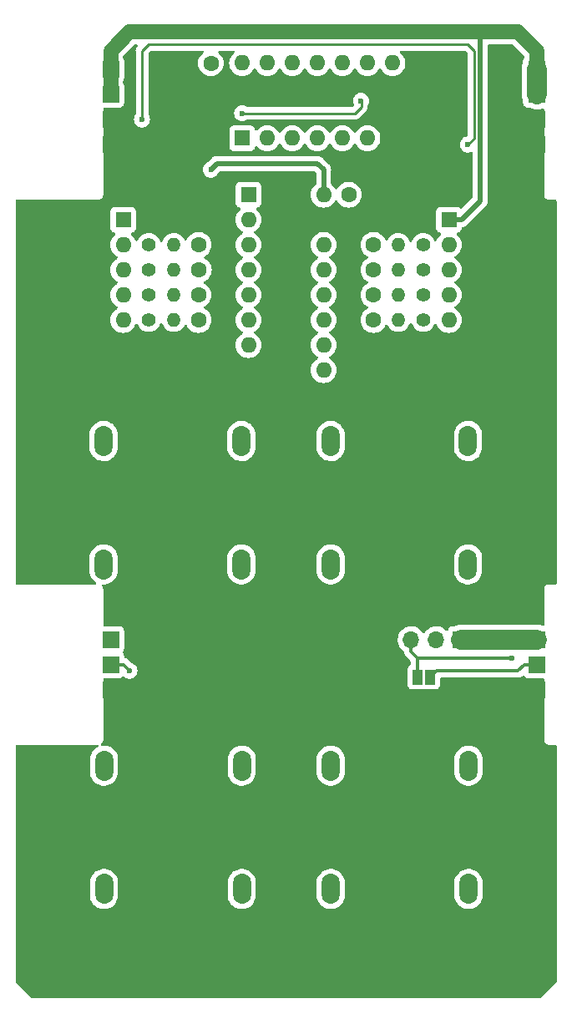
<source format=gbl>
G04 #@! TF.GenerationSoftware,KiCad,Pcbnew,6.0.4+dfsg-1+b1*
G04 #@! TF.CreationDate,2022-05-03T02:32:59+03:00*
G04 #@! TF.ProjectId,yatabaza-keyboard,79617461-6261-47a6-912d-6b6579626f61,rev?*
G04 #@! TF.SameCoordinates,Original*
G04 #@! TF.FileFunction,Copper,L2,Bot*
G04 #@! TF.FilePolarity,Positive*
%FSLAX46Y46*%
G04 Gerber Fmt 4.6, Leading zero omitted, Abs format (unit mm)*
G04 Created by KiCad (PCBNEW 6.0.4+dfsg-1+b1) date 2022-05-03 02:32:59*
%MOMM*%
%LPD*%
G01*
G04 APERTURE LIST*
G04 #@! TA.AperFunction,ComponentPad*
%ADD10C,1.600000*%
G04 #@! TD*
G04 #@! TA.AperFunction,ConnectorPad*
%ADD11R,1.700000X1.700000*%
G04 #@! TD*
G04 #@! TA.AperFunction,ComponentPad*
%ADD12C,7.000000*%
G04 #@! TD*
G04 #@! TA.AperFunction,ComponentPad*
%ADD13C,1.400000*%
G04 #@! TD*
G04 #@! TA.AperFunction,ComponentPad*
%ADD14O,1.400000X1.400000*%
G04 #@! TD*
G04 #@! TA.AperFunction,ComponentPad*
%ADD15O,1.850000X3.048000*%
G04 #@! TD*
G04 #@! TA.AperFunction,ComponentPad*
%ADD16R,1.600000X1.600000*%
G04 #@! TD*
G04 #@! TA.AperFunction,ComponentPad*
%ADD17O,1.600000X1.600000*%
G04 #@! TD*
G04 #@! TA.AperFunction,ComponentPad*
%ADD18R,1.700000X1.700000*%
G04 #@! TD*
G04 #@! TA.AperFunction,ComponentPad*
%ADD19O,1.700000X1.700000*%
G04 #@! TD*
G04 #@! TA.AperFunction,SMDPad,CuDef*
%ADD20R,1.000000X1.500000*%
G04 #@! TD*
G04 #@! TA.AperFunction,ViaPad*
%ADD21C,0.600000*%
G04 #@! TD*
G04 #@! TA.AperFunction,Conductor*
%ADD22C,1.500000*%
G04 #@! TD*
G04 #@! TA.AperFunction,Conductor*
%ADD23C,0.500000*%
G04 #@! TD*
G04 #@! TA.AperFunction,Conductor*
%ADD24C,2.000000*%
G04 #@! TD*
G04 #@! TA.AperFunction,Conductor*
%ADD25C,0.250000*%
G04 #@! TD*
G04 #@! TA.AperFunction,Conductor*
%ADD26C,0.375000*%
G04 #@! TD*
G04 APERTURE END LIST*
D10*
X57130000Y-48260000D03*
X54630000Y-48260000D03*
X57130000Y-45720000D03*
X54630000Y-45720000D03*
X57130000Y-50800000D03*
X54630000Y-50800000D03*
X57130000Y-43180000D03*
X54630000Y-43180000D03*
X39390000Y-43180000D03*
X41890000Y-43180000D03*
X39390000Y-50800000D03*
X41890000Y-50800000D03*
X39410000Y-45720000D03*
X41910000Y-45720000D03*
X39370000Y-48260000D03*
X41870000Y-48260000D03*
X54610000Y-38100000D03*
X54610000Y-40600000D03*
D11*
X30480000Y-25400000D03*
X30480000Y-27940000D03*
X30480000Y-30480000D03*
X30480000Y-33020000D03*
X73660000Y-25400000D03*
X73660000Y-27940000D03*
X73660000Y-30480000D03*
X73660000Y-33020000D03*
D12*
X71120000Y-114935000D03*
X25400000Y-114935000D03*
X71120000Y-43180000D03*
X25400000Y-43180000D03*
D13*
X62180000Y-48260000D03*
D14*
X59640000Y-48260000D03*
D13*
X62180000Y-45720000D03*
D14*
X59640000Y-45720000D03*
D13*
X62180000Y-50800000D03*
D14*
X59640000Y-50800000D03*
D13*
X62180000Y-43180000D03*
D14*
X59640000Y-43180000D03*
D13*
X34340000Y-43180000D03*
D14*
X36880000Y-43180000D03*
D13*
X34340000Y-50800000D03*
D14*
X36880000Y-50800000D03*
D13*
X34340000Y-45720000D03*
D14*
X36880000Y-45720000D03*
D13*
X34340000Y-48260000D03*
D14*
X36880000Y-48260000D03*
D15*
X24765000Y-75565000D03*
X24765000Y-63065000D03*
X29765000Y-63065000D03*
X29765000Y-75565000D03*
X24805000Y-108475000D03*
X24805000Y-95975000D03*
X29805000Y-108475000D03*
X29805000Y-95975000D03*
X38735000Y-75565000D03*
X38735000Y-63065000D03*
X43735000Y-63065000D03*
X43735000Y-75565000D03*
X38775000Y-108475000D03*
X38775000Y-95975000D03*
X43775000Y-108475000D03*
X43775000Y-95975000D03*
X57785000Y-63065000D03*
X57785000Y-75565000D03*
X52785000Y-75565000D03*
X52785000Y-63065000D03*
X57785000Y-108475000D03*
X57785000Y-95975000D03*
X52785000Y-95975000D03*
X52785000Y-108475000D03*
X71715000Y-75565000D03*
X71715000Y-63065000D03*
X66715000Y-75565000D03*
X66715000Y-63065000D03*
X71755000Y-108475000D03*
X71755000Y-95975000D03*
X66755000Y-95975000D03*
X66755000Y-108475000D03*
D16*
X44450000Y-38100000D03*
D17*
X44450000Y-40640000D03*
X44450000Y-43180000D03*
X44450000Y-45720000D03*
X44450000Y-48260000D03*
X44450000Y-50800000D03*
X44450000Y-53340000D03*
X44450000Y-55880000D03*
X52070000Y-55880000D03*
X52070000Y-53340000D03*
X52070000Y-50800000D03*
X52070000Y-48260000D03*
X52070000Y-45720000D03*
X52070000Y-43180000D03*
X52070000Y-40640000D03*
X52070000Y-38100000D03*
D11*
X73660000Y-83185000D03*
X73660000Y-85725000D03*
X73660000Y-88265000D03*
D12*
X34290000Y-57150000D03*
D16*
X31750000Y-40640000D03*
D17*
X31750000Y-43180000D03*
X31750000Y-45720000D03*
X31750000Y-48260000D03*
X31750000Y-50800000D03*
D11*
X30480000Y-83185000D03*
X30480000Y-85725000D03*
X30480000Y-88265000D03*
D16*
X43810000Y-32375000D03*
D17*
X46350000Y-32375000D03*
X48890000Y-32375000D03*
X51430000Y-32375000D03*
X53970000Y-32375000D03*
X56510000Y-32375000D03*
X59050000Y-32375000D03*
X59050000Y-24755000D03*
X56510000Y-24755000D03*
X53970000Y-24755000D03*
X51430000Y-24755000D03*
X48890000Y-24755000D03*
X46350000Y-24755000D03*
X43810000Y-24755000D03*
D12*
X48260000Y-85725000D03*
X62230000Y-57150000D03*
D16*
X64770000Y-40640000D03*
D17*
X64770000Y-43180000D03*
X64770000Y-45720000D03*
X64770000Y-48260000D03*
X64770000Y-50800000D03*
D10*
X40640000Y-24765000D03*
X40640000Y-27265000D03*
D12*
X48260000Y-114935000D03*
D18*
X66030000Y-83185000D03*
D19*
X63490000Y-83185000D03*
X60950000Y-83185000D03*
X58410000Y-83185000D03*
D20*
X61580000Y-86995000D03*
X62880000Y-86995000D03*
D21*
X73160000Y-87765000D03*
X74160000Y-88765000D03*
X30980000Y-88765000D03*
X30980000Y-87765000D03*
X29980000Y-88765000D03*
X29980000Y-87765000D03*
X74160000Y-87765000D03*
X73160000Y-88765000D03*
X40640000Y-35560000D03*
X43810000Y-21595000D03*
X33655000Y-30480000D03*
X66690000Y-33020000D03*
X55865000Y-28575000D03*
X43810000Y-29850000D03*
X71120000Y-85090000D03*
X74160000Y-83685000D03*
X30980000Y-83685000D03*
X29980000Y-82685000D03*
X73160000Y-83685000D03*
X74160000Y-82685000D03*
X30980000Y-82685000D03*
X73160000Y-82685000D03*
X29980000Y-83685000D03*
X32385000Y-86360000D03*
X62880000Y-86995000D03*
D22*
X44450000Y-21590000D02*
X32385000Y-21590000D01*
D23*
X52070000Y-36195000D02*
X52070000Y-38100000D01*
D22*
X73660000Y-24765000D02*
X73660000Y-26670000D01*
D23*
X67945000Y-38735000D02*
X67945000Y-22225000D01*
D22*
X44450000Y-21590000D02*
X67310000Y-21590000D01*
D23*
X66040000Y-40640000D02*
X67945000Y-38735000D01*
D22*
X73660000Y-23495000D02*
X71755000Y-21590000D01*
X32385000Y-21590000D02*
X30480000Y-23495000D01*
D23*
X52070000Y-38100000D02*
X52070000Y-35560000D01*
D22*
X73660000Y-25400000D02*
X73660000Y-23495000D01*
D23*
X64770000Y-40640000D02*
X66040000Y-40640000D01*
D24*
X73660000Y-27940000D02*
X73660000Y-25400000D01*
D23*
X51435000Y-34925000D02*
X41275000Y-34925000D01*
D22*
X30480000Y-23495000D02*
X30480000Y-27940000D01*
X73660000Y-26670000D02*
X73660000Y-27940000D01*
D23*
X41275000Y-34925000D02*
X40640000Y-35560000D01*
D22*
X71755000Y-21590000D02*
X67310000Y-21590000D01*
X73660000Y-25400000D02*
X73660000Y-26670000D01*
D23*
X67945000Y-22225000D02*
X67310000Y-21590000D01*
X52070000Y-35560000D02*
X51435000Y-34925000D01*
D25*
X66675000Y-22860000D02*
X67310000Y-23495000D01*
X67310000Y-32400000D02*
X66690000Y-33020000D01*
X40640000Y-22860000D02*
X66675000Y-22860000D01*
X33655000Y-30480000D02*
X33655000Y-23495000D01*
X38735000Y-22860000D02*
X40640000Y-22860000D01*
X67310000Y-23495000D02*
X67310000Y-32400000D01*
X34290000Y-22860000D02*
X40640000Y-22860000D01*
X33655000Y-23495000D02*
X34290000Y-22860000D01*
X55245000Y-29845000D02*
X55880000Y-29210000D01*
X43810000Y-29850000D02*
X43815000Y-29845000D01*
X55880000Y-28575000D02*
X55865000Y-28575000D01*
X43815000Y-29845000D02*
X55245000Y-29845000D01*
X55880000Y-29210000D02*
X55880000Y-28575000D01*
D26*
X60950000Y-83185000D02*
X60950000Y-84445000D01*
X61595000Y-85090000D02*
X61580000Y-85105000D01*
X61595000Y-85090000D02*
X71120000Y-85090000D01*
X61580000Y-85105000D02*
X61580000Y-86995000D01*
X60950000Y-84445000D02*
X61595000Y-85090000D01*
D24*
X66030000Y-83185000D02*
X73660000Y-83185000D01*
D26*
X72390000Y-85725000D02*
X73660000Y-85725000D01*
X63500000Y-86360000D02*
X71755000Y-86360000D01*
X31750000Y-85725000D02*
X32385000Y-86360000D01*
X71755000Y-86360000D02*
X72390000Y-85725000D01*
X62880000Y-86980000D02*
X63500000Y-86360000D01*
X62880000Y-86995000D02*
X62880000Y-86980000D01*
X30480000Y-85725000D02*
X31750000Y-85725000D01*
G04 #@! TA.AperFunction,Conductor*
G36*
X33169526Y-22868502D02*
G01*
X33216019Y-22922158D01*
X33226123Y-22992432D01*
X33196629Y-23057012D01*
X33190500Y-23063595D01*
X33178865Y-23075230D01*
X33176385Y-23078427D01*
X33168682Y-23087447D01*
X33138414Y-23119679D01*
X33134595Y-23126625D01*
X33134593Y-23126628D01*
X33128652Y-23137434D01*
X33117801Y-23153953D01*
X33105386Y-23169959D01*
X33102241Y-23177228D01*
X33102238Y-23177232D01*
X33087826Y-23210537D01*
X33082609Y-23221187D01*
X33061305Y-23259940D01*
X33059334Y-23267615D01*
X33059334Y-23267616D01*
X33056267Y-23279562D01*
X33049863Y-23298266D01*
X33041819Y-23316855D01*
X33040580Y-23324678D01*
X33040577Y-23324688D01*
X33034901Y-23360524D01*
X33032495Y-23372144D01*
X33021500Y-23414970D01*
X33021500Y-23435224D01*
X33019949Y-23454934D01*
X33016780Y-23474943D01*
X33017526Y-23482835D01*
X33020941Y-23518961D01*
X33021500Y-23530819D01*
X33021500Y-29933331D01*
X33001411Y-30001586D01*
X32930054Y-30112310D01*
X32930050Y-30112319D01*
X32926235Y-30118238D01*
X32923826Y-30124858D01*
X32923825Y-30124859D01*
X32870333Y-30271827D01*
X32864197Y-30288685D01*
X32841463Y-30468640D01*
X32859163Y-30649160D01*
X32916418Y-30821273D01*
X32920065Y-30827295D01*
X32920066Y-30827297D01*
X32930978Y-30845314D01*
X33010380Y-30976424D01*
X33136382Y-31106902D01*
X33288159Y-31206222D01*
X33294763Y-31208678D01*
X33294765Y-31208679D01*
X33451558Y-31266990D01*
X33451560Y-31266990D01*
X33458168Y-31269448D01*
X33541995Y-31280633D01*
X33630980Y-31292507D01*
X33630984Y-31292507D01*
X33637961Y-31293438D01*
X33644972Y-31292800D01*
X33644976Y-31292800D01*
X33787459Y-31279832D01*
X33818600Y-31276998D01*
X33825302Y-31274820D01*
X33825304Y-31274820D01*
X33984409Y-31223124D01*
X33984412Y-31223123D01*
X33991108Y-31220947D01*
X34146912Y-31128069D01*
X34278266Y-31002982D01*
X34378643Y-30851902D01*
X34443055Y-30682338D01*
X34445842Y-30662507D01*
X34467748Y-30506639D01*
X34467748Y-30506636D01*
X34468299Y-30502717D01*
X34468616Y-30480000D01*
X34448397Y-30299745D01*
X34446080Y-30293091D01*
X34391064Y-30135106D01*
X34391062Y-30135103D01*
X34388745Y-30128448D01*
X34307646Y-29998661D01*
X34288500Y-29931892D01*
X34288500Y-29838640D01*
X42996463Y-29838640D01*
X43014163Y-30019160D01*
X43071418Y-30191273D01*
X43075065Y-30197295D01*
X43075066Y-30197297D01*
X43150819Y-30322380D01*
X43165380Y-30346424D01*
X43170269Y-30351487D01*
X43170270Y-30351488D01*
X43190125Y-30372048D01*
X43291382Y-30476902D01*
X43443159Y-30576222D01*
X43449763Y-30578678D01*
X43449765Y-30578679D01*
X43606558Y-30636990D01*
X43606560Y-30636990D01*
X43613168Y-30639448D01*
X43685955Y-30649160D01*
X43785980Y-30662507D01*
X43785984Y-30662507D01*
X43792961Y-30663438D01*
X43799972Y-30662800D01*
X43799976Y-30662800D01*
X43949844Y-30649160D01*
X43973600Y-30646998D01*
X43980302Y-30644820D01*
X43980304Y-30644820D01*
X44139409Y-30593124D01*
X44139412Y-30593123D01*
X44146108Y-30590947D01*
X44301912Y-30498069D01*
X44303141Y-30500131D01*
X44358978Y-30478883D01*
X44368798Y-30478500D01*
X55166233Y-30478500D01*
X55177416Y-30479027D01*
X55184909Y-30480702D01*
X55192835Y-30480453D01*
X55192836Y-30480453D01*
X55252986Y-30478562D01*
X55256945Y-30478500D01*
X55284856Y-30478500D01*
X55288791Y-30478003D01*
X55288856Y-30477995D01*
X55300693Y-30477062D01*
X55332951Y-30476048D01*
X55336970Y-30475922D01*
X55344889Y-30475673D01*
X55364343Y-30470021D01*
X55383700Y-30466013D01*
X55395930Y-30464468D01*
X55395931Y-30464468D01*
X55403797Y-30463474D01*
X55411168Y-30460555D01*
X55411170Y-30460555D01*
X55444912Y-30447196D01*
X55456142Y-30443351D01*
X55490983Y-30433229D01*
X55490984Y-30433229D01*
X55498593Y-30431018D01*
X55505412Y-30426985D01*
X55505417Y-30426983D01*
X55516028Y-30420707D01*
X55533776Y-30412012D01*
X55552617Y-30404552D01*
X55588387Y-30378564D01*
X55598307Y-30372048D01*
X55629535Y-30353580D01*
X55629538Y-30353578D01*
X55636362Y-30349542D01*
X55650683Y-30335221D01*
X55665717Y-30322380D01*
X55675694Y-30315131D01*
X55682107Y-30310472D01*
X55710298Y-30276395D01*
X55718288Y-30267616D01*
X56272247Y-29713657D01*
X56280537Y-29706113D01*
X56287018Y-29702000D01*
X56333659Y-29652332D01*
X56336413Y-29649491D01*
X56356135Y-29629769D01*
X56358612Y-29626576D01*
X56366317Y-29617555D01*
X56391159Y-29591100D01*
X56396586Y-29585321D01*
X56400407Y-29578371D01*
X56406346Y-29567568D01*
X56417202Y-29551041D01*
X56424757Y-29541302D01*
X56424758Y-29541300D01*
X56429614Y-29535040D01*
X56447174Y-29494460D01*
X56452391Y-29483812D01*
X56469875Y-29452009D01*
X56469876Y-29452007D01*
X56473695Y-29445060D01*
X56478733Y-29425437D01*
X56485137Y-29406734D01*
X56490033Y-29395420D01*
X56490033Y-29395419D01*
X56493181Y-29388145D01*
X56494420Y-29380322D01*
X56494423Y-29380312D01*
X56500099Y-29344476D01*
X56502505Y-29332856D01*
X56511528Y-29297711D01*
X56511528Y-29297710D01*
X56513500Y-29290030D01*
X56513500Y-29269776D01*
X56515051Y-29250065D01*
X56516980Y-29237886D01*
X56518220Y-29230057D01*
X56514059Y-29186038D01*
X56513500Y-29174181D01*
X56513500Y-29098043D01*
X56534552Y-29028316D01*
X56584742Y-28952773D01*
X56588643Y-28946902D01*
X56653055Y-28777338D01*
X56654035Y-28770366D01*
X56677748Y-28601639D01*
X56677748Y-28601636D01*
X56678299Y-28597717D01*
X56678616Y-28575000D01*
X56658397Y-28394745D01*
X56656080Y-28388091D01*
X56601064Y-28230106D01*
X56601062Y-28230103D01*
X56598745Y-28223448D01*
X56588662Y-28207312D01*
X56506359Y-28075598D01*
X56502626Y-28069624D01*
X56436976Y-28003514D01*
X56379778Y-27945915D01*
X56379774Y-27945912D01*
X56374815Y-27940918D01*
X56363697Y-27933862D01*
X56315538Y-27903300D01*
X56221666Y-27843727D01*
X56192463Y-27833328D01*
X56057425Y-27785243D01*
X56057420Y-27785242D01*
X56050790Y-27782881D01*
X56043802Y-27782048D01*
X56043799Y-27782047D01*
X55920698Y-27767368D01*
X55870680Y-27761404D01*
X55863677Y-27762140D01*
X55863676Y-27762140D01*
X55697288Y-27779628D01*
X55697286Y-27779629D01*
X55690288Y-27780364D01*
X55518579Y-27838818D01*
X55512575Y-27842512D01*
X55370095Y-27930166D01*
X55370092Y-27930168D01*
X55364088Y-27933862D01*
X55359053Y-27938793D01*
X55359050Y-27938795D01*
X55239525Y-28055843D01*
X55234493Y-28060771D01*
X55136235Y-28213238D01*
X55133826Y-28219858D01*
X55133824Y-28219861D01*
X55076606Y-28377066D01*
X55074197Y-28383685D01*
X55051463Y-28563640D01*
X55069163Y-28744160D01*
X55126418Y-28916273D01*
X55130065Y-28922295D01*
X55130066Y-28922297D01*
X55132347Y-28926063D01*
X55150526Y-28994693D01*
X55128715Y-29062256D01*
X55113668Y-29080428D01*
X55052049Y-29142047D01*
X55019499Y-29174596D01*
X54957187Y-29208621D01*
X54930404Y-29211500D01*
X44349459Y-29211500D01*
X44281945Y-29191885D01*
X44209769Y-29146081D01*
X44166666Y-29118727D01*
X44137463Y-29108328D01*
X44002425Y-29060243D01*
X44002420Y-29060242D01*
X43995790Y-29057881D01*
X43988802Y-29057048D01*
X43988799Y-29057047D01*
X43865698Y-29042368D01*
X43815680Y-29036404D01*
X43808677Y-29037140D01*
X43808676Y-29037140D01*
X43642288Y-29054628D01*
X43642286Y-29054629D01*
X43635288Y-29055364D01*
X43463579Y-29113818D01*
X43457575Y-29117512D01*
X43315095Y-29205166D01*
X43315092Y-29205168D01*
X43309088Y-29208862D01*
X43304053Y-29213793D01*
X43304050Y-29213795D01*
X43184525Y-29330843D01*
X43179493Y-29335771D01*
X43081235Y-29488238D01*
X43078826Y-29494858D01*
X43078824Y-29494861D01*
X43028701Y-29632572D01*
X43019197Y-29658685D01*
X42996463Y-29838640D01*
X34288500Y-29838640D01*
X34288500Y-23809594D01*
X34308502Y-23741473D01*
X34325405Y-23720499D01*
X34515499Y-23530405D01*
X34577811Y-23496379D01*
X34604594Y-23493500D01*
X39774969Y-23493500D01*
X39843090Y-23513502D01*
X39889583Y-23567158D01*
X39899687Y-23637432D01*
X39870193Y-23702012D01*
X39847240Y-23722713D01*
X39800211Y-23755643D01*
X39800208Y-23755645D01*
X39795700Y-23758802D01*
X39633802Y-23920700D01*
X39502477Y-24108251D01*
X39500154Y-24113233D01*
X39500151Y-24113238D01*
X39422067Y-24280692D01*
X39405716Y-24315757D01*
X39404294Y-24321065D01*
X39404293Y-24321067D01*
X39347881Y-24531598D01*
X39346457Y-24536913D01*
X39326502Y-24765000D01*
X39346457Y-24993087D01*
X39347881Y-24998400D01*
X39347881Y-24998402D01*
X39401614Y-25198933D01*
X39405716Y-25214243D01*
X39408039Y-25219224D01*
X39408039Y-25219225D01*
X39500151Y-25416762D01*
X39500154Y-25416767D01*
X39502477Y-25421749D01*
X39505634Y-25426257D01*
X39629529Y-25603197D01*
X39633802Y-25609300D01*
X39795700Y-25771198D01*
X39800208Y-25774355D01*
X39800211Y-25774357D01*
X39878389Y-25829098D01*
X39983251Y-25902523D01*
X39988233Y-25904846D01*
X39988238Y-25904849D01*
X40172363Y-25990707D01*
X40190757Y-25999284D01*
X40196065Y-26000706D01*
X40196067Y-26000707D01*
X40406598Y-26057119D01*
X40406600Y-26057119D01*
X40411913Y-26058543D01*
X40640000Y-26078498D01*
X40868087Y-26058543D01*
X40873400Y-26057119D01*
X40873402Y-26057119D01*
X41083933Y-26000707D01*
X41083935Y-26000706D01*
X41089243Y-25999284D01*
X41107637Y-25990707D01*
X41291762Y-25904849D01*
X41291767Y-25904846D01*
X41296749Y-25902523D01*
X41401611Y-25829098D01*
X41479789Y-25774357D01*
X41479792Y-25774355D01*
X41484300Y-25771198D01*
X41646198Y-25609300D01*
X41650472Y-25603197D01*
X41774366Y-25426257D01*
X41777523Y-25421749D01*
X41779846Y-25416767D01*
X41779849Y-25416762D01*
X41871961Y-25219225D01*
X41871961Y-25219224D01*
X41874284Y-25214243D01*
X41878387Y-25198933D01*
X41932119Y-24998402D01*
X41932119Y-24998400D01*
X41933543Y-24993087D01*
X41953498Y-24765000D01*
X41933543Y-24536913D01*
X41932119Y-24531598D01*
X41875707Y-24321067D01*
X41875706Y-24321065D01*
X41874284Y-24315757D01*
X41857933Y-24280692D01*
X41779849Y-24113238D01*
X41779846Y-24113233D01*
X41777523Y-24108251D01*
X41646198Y-23920700D01*
X41484300Y-23758802D01*
X41479792Y-23755645D01*
X41479789Y-23755643D01*
X41432760Y-23722713D01*
X41388432Y-23667256D01*
X41381123Y-23596636D01*
X41413154Y-23533276D01*
X41474355Y-23497291D01*
X41505031Y-23493500D01*
X42930688Y-23493500D01*
X42998809Y-23513502D01*
X43045302Y-23567158D01*
X43055406Y-23637432D01*
X43025912Y-23702012D01*
X43002959Y-23722713D01*
X42970211Y-23745643D01*
X42970208Y-23745645D01*
X42965700Y-23748802D01*
X42803802Y-23910700D01*
X42800645Y-23915208D01*
X42800643Y-23915211D01*
X42796800Y-23920700D01*
X42672477Y-24098251D01*
X42670154Y-24103233D01*
X42670151Y-24103238D01*
X42587404Y-24280692D01*
X42575716Y-24305757D01*
X42574294Y-24311065D01*
X42574293Y-24311067D01*
X42523168Y-24501866D01*
X42516457Y-24526913D01*
X42496502Y-24755000D01*
X42516457Y-24983087D01*
X42517881Y-24988400D01*
X42517881Y-24988402D01*
X42526038Y-25018842D01*
X42575716Y-25204243D01*
X42578039Y-25209224D01*
X42578039Y-25209225D01*
X42670151Y-25406762D01*
X42670154Y-25406767D01*
X42672477Y-25411749D01*
X42803802Y-25599300D01*
X42965700Y-25761198D01*
X42970208Y-25764355D01*
X42970211Y-25764357D01*
X42979981Y-25771198D01*
X43153251Y-25892523D01*
X43158233Y-25894846D01*
X43158238Y-25894849D01*
X43355775Y-25986961D01*
X43360757Y-25989284D01*
X43366065Y-25990706D01*
X43366067Y-25990707D01*
X43576598Y-26047119D01*
X43576600Y-26047119D01*
X43581913Y-26048543D01*
X43810000Y-26068498D01*
X44038087Y-26048543D01*
X44043400Y-26047119D01*
X44043402Y-26047119D01*
X44253933Y-25990707D01*
X44253935Y-25990706D01*
X44259243Y-25989284D01*
X44264225Y-25986961D01*
X44461762Y-25894849D01*
X44461767Y-25894846D01*
X44466749Y-25892523D01*
X44640019Y-25771198D01*
X44649789Y-25764357D01*
X44649792Y-25764355D01*
X44654300Y-25761198D01*
X44816198Y-25599300D01*
X44947523Y-25411749D01*
X44949846Y-25406767D01*
X44949849Y-25406762D01*
X44965805Y-25372543D01*
X45012722Y-25319258D01*
X45080999Y-25299797D01*
X45148959Y-25320339D01*
X45194195Y-25372543D01*
X45210151Y-25406762D01*
X45210154Y-25406767D01*
X45212477Y-25411749D01*
X45343802Y-25599300D01*
X45505700Y-25761198D01*
X45510208Y-25764355D01*
X45510211Y-25764357D01*
X45519981Y-25771198D01*
X45693251Y-25892523D01*
X45698233Y-25894846D01*
X45698238Y-25894849D01*
X45895775Y-25986961D01*
X45900757Y-25989284D01*
X45906065Y-25990706D01*
X45906067Y-25990707D01*
X46116598Y-26047119D01*
X46116600Y-26047119D01*
X46121913Y-26048543D01*
X46350000Y-26068498D01*
X46578087Y-26048543D01*
X46583400Y-26047119D01*
X46583402Y-26047119D01*
X46793933Y-25990707D01*
X46793935Y-25990706D01*
X46799243Y-25989284D01*
X46804225Y-25986961D01*
X47001762Y-25894849D01*
X47001767Y-25894846D01*
X47006749Y-25892523D01*
X47180019Y-25771198D01*
X47189789Y-25764357D01*
X47189792Y-25764355D01*
X47194300Y-25761198D01*
X47356198Y-25599300D01*
X47487523Y-25411749D01*
X47489846Y-25406767D01*
X47489849Y-25406762D01*
X47505805Y-25372543D01*
X47552722Y-25319258D01*
X47620999Y-25299797D01*
X47688959Y-25320339D01*
X47734195Y-25372543D01*
X47750151Y-25406762D01*
X47750154Y-25406767D01*
X47752477Y-25411749D01*
X47883802Y-25599300D01*
X48045700Y-25761198D01*
X48050208Y-25764355D01*
X48050211Y-25764357D01*
X48059981Y-25771198D01*
X48233251Y-25892523D01*
X48238233Y-25894846D01*
X48238238Y-25894849D01*
X48435775Y-25986961D01*
X48440757Y-25989284D01*
X48446065Y-25990706D01*
X48446067Y-25990707D01*
X48656598Y-26047119D01*
X48656600Y-26047119D01*
X48661913Y-26048543D01*
X48890000Y-26068498D01*
X49118087Y-26048543D01*
X49123400Y-26047119D01*
X49123402Y-26047119D01*
X49333933Y-25990707D01*
X49333935Y-25990706D01*
X49339243Y-25989284D01*
X49344225Y-25986961D01*
X49541762Y-25894849D01*
X49541767Y-25894846D01*
X49546749Y-25892523D01*
X49720019Y-25771198D01*
X49729789Y-25764357D01*
X49729792Y-25764355D01*
X49734300Y-25761198D01*
X49896198Y-25599300D01*
X50027523Y-25411749D01*
X50029846Y-25406767D01*
X50029849Y-25406762D01*
X50045805Y-25372543D01*
X50092722Y-25319258D01*
X50160999Y-25299797D01*
X50228959Y-25320339D01*
X50274195Y-25372543D01*
X50290151Y-25406762D01*
X50290154Y-25406767D01*
X50292477Y-25411749D01*
X50423802Y-25599300D01*
X50585700Y-25761198D01*
X50590208Y-25764355D01*
X50590211Y-25764357D01*
X50599981Y-25771198D01*
X50773251Y-25892523D01*
X50778233Y-25894846D01*
X50778238Y-25894849D01*
X50975775Y-25986961D01*
X50980757Y-25989284D01*
X50986065Y-25990706D01*
X50986067Y-25990707D01*
X51196598Y-26047119D01*
X51196600Y-26047119D01*
X51201913Y-26048543D01*
X51430000Y-26068498D01*
X51658087Y-26048543D01*
X51663400Y-26047119D01*
X51663402Y-26047119D01*
X51873933Y-25990707D01*
X51873935Y-25990706D01*
X51879243Y-25989284D01*
X51884225Y-25986961D01*
X52081762Y-25894849D01*
X52081767Y-25894846D01*
X52086749Y-25892523D01*
X52260019Y-25771198D01*
X52269789Y-25764357D01*
X52269792Y-25764355D01*
X52274300Y-25761198D01*
X52436198Y-25599300D01*
X52567523Y-25411749D01*
X52569846Y-25406767D01*
X52569849Y-25406762D01*
X52585805Y-25372543D01*
X52632722Y-25319258D01*
X52700999Y-25299797D01*
X52768959Y-25320339D01*
X52814195Y-25372543D01*
X52830151Y-25406762D01*
X52830154Y-25406767D01*
X52832477Y-25411749D01*
X52963802Y-25599300D01*
X53125700Y-25761198D01*
X53130208Y-25764355D01*
X53130211Y-25764357D01*
X53139981Y-25771198D01*
X53313251Y-25892523D01*
X53318233Y-25894846D01*
X53318238Y-25894849D01*
X53515775Y-25986961D01*
X53520757Y-25989284D01*
X53526065Y-25990706D01*
X53526067Y-25990707D01*
X53736598Y-26047119D01*
X53736600Y-26047119D01*
X53741913Y-26048543D01*
X53970000Y-26068498D01*
X54198087Y-26048543D01*
X54203400Y-26047119D01*
X54203402Y-26047119D01*
X54413933Y-25990707D01*
X54413935Y-25990706D01*
X54419243Y-25989284D01*
X54424225Y-25986961D01*
X54621762Y-25894849D01*
X54621767Y-25894846D01*
X54626749Y-25892523D01*
X54800019Y-25771198D01*
X54809789Y-25764357D01*
X54809792Y-25764355D01*
X54814300Y-25761198D01*
X54976198Y-25599300D01*
X55107523Y-25411749D01*
X55109846Y-25406767D01*
X55109849Y-25406762D01*
X55125805Y-25372543D01*
X55172722Y-25319258D01*
X55240999Y-25299797D01*
X55308959Y-25320339D01*
X55354195Y-25372543D01*
X55370151Y-25406762D01*
X55370154Y-25406767D01*
X55372477Y-25411749D01*
X55503802Y-25599300D01*
X55665700Y-25761198D01*
X55670208Y-25764355D01*
X55670211Y-25764357D01*
X55679981Y-25771198D01*
X55853251Y-25892523D01*
X55858233Y-25894846D01*
X55858238Y-25894849D01*
X56055775Y-25986961D01*
X56060757Y-25989284D01*
X56066065Y-25990706D01*
X56066067Y-25990707D01*
X56276598Y-26047119D01*
X56276600Y-26047119D01*
X56281913Y-26048543D01*
X56510000Y-26068498D01*
X56738087Y-26048543D01*
X56743400Y-26047119D01*
X56743402Y-26047119D01*
X56953933Y-25990707D01*
X56953935Y-25990706D01*
X56959243Y-25989284D01*
X56964225Y-25986961D01*
X57161762Y-25894849D01*
X57161767Y-25894846D01*
X57166749Y-25892523D01*
X57340019Y-25771198D01*
X57349789Y-25764357D01*
X57349792Y-25764355D01*
X57354300Y-25761198D01*
X57516198Y-25599300D01*
X57647523Y-25411749D01*
X57649846Y-25406767D01*
X57649849Y-25406762D01*
X57665805Y-25372543D01*
X57712722Y-25319258D01*
X57780999Y-25299797D01*
X57848959Y-25320339D01*
X57894195Y-25372543D01*
X57910151Y-25406762D01*
X57910154Y-25406767D01*
X57912477Y-25411749D01*
X58043802Y-25599300D01*
X58205700Y-25761198D01*
X58210208Y-25764355D01*
X58210211Y-25764357D01*
X58219981Y-25771198D01*
X58393251Y-25892523D01*
X58398233Y-25894846D01*
X58398238Y-25894849D01*
X58595775Y-25986961D01*
X58600757Y-25989284D01*
X58606065Y-25990706D01*
X58606067Y-25990707D01*
X58816598Y-26047119D01*
X58816600Y-26047119D01*
X58821913Y-26048543D01*
X59050000Y-26068498D01*
X59278087Y-26048543D01*
X59283400Y-26047119D01*
X59283402Y-26047119D01*
X59493933Y-25990707D01*
X59493935Y-25990706D01*
X59499243Y-25989284D01*
X59504225Y-25986961D01*
X59701762Y-25894849D01*
X59701767Y-25894846D01*
X59706749Y-25892523D01*
X59880019Y-25771198D01*
X59889789Y-25764357D01*
X59889792Y-25764355D01*
X59894300Y-25761198D01*
X60056198Y-25599300D01*
X60187523Y-25411749D01*
X60189846Y-25406767D01*
X60189849Y-25406762D01*
X60281961Y-25209225D01*
X60281961Y-25209224D01*
X60284284Y-25204243D01*
X60333963Y-25018842D01*
X60342119Y-24988402D01*
X60342119Y-24988400D01*
X60343543Y-24983087D01*
X60363498Y-24755000D01*
X60343543Y-24526913D01*
X60336832Y-24501866D01*
X60285707Y-24311067D01*
X60285706Y-24311065D01*
X60284284Y-24305757D01*
X60272596Y-24280692D01*
X60189849Y-24103238D01*
X60189846Y-24103233D01*
X60187523Y-24098251D01*
X60063200Y-23920700D01*
X60059357Y-23915211D01*
X60059355Y-23915208D01*
X60056198Y-23910700D01*
X59894300Y-23748802D01*
X59889792Y-23745645D01*
X59889789Y-23745643D01*
X59857041Y-23722713D01*
X59812713Y-23667256D01*
X59805404Y-23596637D01*
X59837435Y-23533276D01*
X59898636Y-23497291D01*
X59929312Y-23493500D01*
X66360406Y-23493500D01*
X66428527Y-23513502D01*
X66449501Y-23530405D01*
X66639595Y-23720499D01*
X66673621Y-23782811D01*
X66676500Y-23809594D01*
X66676500Y-32085405D01*
X66656498Y-32153526D01*
X66639595Y-32174500D01*
X66628908Y-32185187D01*
X66566596Y-32219213D01*
X66552986Y-32221402D01*
X66544210Y-32222324D01*
X66522288Y-32224628D01*
X66522286Y-32224628D01*
X66515288Y-32225364D01*
X66343579Y-32283818D01*
X66337575Y-32287512D01*
X66195095Y-32375166D01*
X66195092Y-32375168D01*
X66189088Y-32378862D01*
X66184053Y-32383793D01*
X66184050Y-32383795D01*
X66064525Y-32500843D01*
X66059493Y-32505771D01*
X65961235Y-32658238D01*
X65958826Y-32664858D01*
X65958824Y-32664861D01*
X65902746Y-32818933D01*
X65899197Y-32828685D01*
X65876463Y-33008640D01*
X65894163Y-33189160D01*
X65951418Y-33361273D01*
X65955065Y-33367295D01*
X65955066Y-33367297D01*
X66041106Y-33509366D01*
X66045380Y-33516424D01*
X66171382Y-33646902D01*
X66323159Y-33746222D01*
X66329763Y-33748678D01*
X66329765Y-33748679D01*
X66486558Y-33806990D01*
X66486560Y-33806990D01*
X66493168Y-33809448D01*
X66576995Y-33820633D01*
X66665980Y-33832507D01*
X66665984Y-33832507D01*
X66672961Y-33833438D01*
X66679972Y-33832800D01*
X66679976Y-33832800D01*
X66822459Y-33819832D01*
X66853600Y-33816998D01*
X66860302Y-33814820D01*
X66860304Y-33814820D01*
X66920020Y-33795417D01*
X67021565Y-33762423D01*
X67092531Y-33760395D01*
X67153329Y-33797058D01*
X67184655Y-33860770D01*
X67186500Y-33882256D01*
X67186500Y-38368629D01*
X67166498Y-38436750D01*
X67149595Y-38457724D01*
X66120116Y-39487203D01*
X66057804Y-39521229D01*
X65986989Y-39516164D01*
X65941926Y-39487203D01*
X65938642Y-39483919D01*
X65933261Y-39476739D01*
X65816705Y-39389385D01*
X65680316Y-39338255D01*
X65618134Y-39331500D01*
X63921866Y-39331500D01*
X63859684Y-39338255D01*
X63723295Y-39389385D01*
X63606739Y-39476739D01*
X63519385Y-39593295D01*
X63468255Y-39729684D01*
X63461500Y-39791866D01*
X63461500Y-41488134D01*
X63468255Y-41550316D01*
X63519385Y-41686705D01*
X63606739Y-41803261D01*
X63723295Y-41890615D01*
X63859684Y-41941745D01*
X63870474Y-41942917D01*
X63872606Y-41943803D01*
X63875222Y-41944425D01*
X63875121Y-41944848D01*
X63936035Y-41970155D01*
X63976463Y-42028517D01*
X63978922Y-42099471D01*
X63942629Y-42160490D01*
X63933969Y-42167489D01*
X63930207Y-42170646D01*
X63925700Y-42173802D01*
X63763802Y-42335700D01*
X63632477Y-42523251D01*
X63630154Y-42528233D01*
X63630151Y-42528238D01*
X63535716Y-42730757D01*
X63534411Y-42730149D01*
X63496340Y-42781849D01*
X63430017Y-42807182D01*
X63360526Y-42792638D01*
X63309930Y-42742832D01*
X63305851Y-42734841D01*
X63230589Y-42573442D01*
X63109301Y-42400224D01*
X62959776Y-42250699D01*
X62786558Y-42129411D01*
X62781580Y-42127090D01*
X62781577Y-42127088D01*
X62599892Y-42042367D01*
X62599891Y-42042366D01*
X62594910Y-42040044D01*
X62589602Y-42038622D01*
X62589600Y-42038621D01*
X62395970Y-41986738D01*
X62395968Y-41986738D01*
X62390655Y-41985314D01*
X62180000Y-41966884D01*
X61969345Y-41985314D01*
X61964032Y-41986738D01*
X61964030Y-41986738D01*
X61770400Y-42038621D01*
X61770398Y-42038622D01*
X61765090Y-42040044D01*
X61760109Y-42042366D01*
X61760108Y-42042367D01*
X61578423Y-42127088D01*
X61578420Y-42127090D01*
X61573442Y-42129411D01*
X61400224Y-42250699D01*
X61250699Y-42400224D01*
X61129411Y-42573442D01*
X61127090Y-42578420D01*
X61127088Y-42578423D01*
X61050423Y-42742832D01*
X61040044Y-42765090D01*
X61038622Y-42770398D01*
X61038621Y-42770400D01*
X61031707Y-42796204D01*
X60994755Y-42856827D01*
X60930894Y-42887848D01*
X60860400Y-42879420D01*
X60805653Y-42834217D01*
X60788293Y-42796204D01*
X60781379Y-42770400D01*
X60781378Y-42770398D01*
X60779956Y-42765090D01*
X60769577Y-42742832D01*
X60692912Y-42578423D01*
X60692910Y-42578420D01*
X60690589Y-42573442D01*
X60569301Y-42400224D01*
X60419776Y-42250699D01*
X60246558Y-42129411D01*
X60241580Y-42127090D01*
X60241577Y-42127088D01*
X60059892Y-42042367D01*
X60059891Y-42042366D01*
X60054910Y-42040044D01*
X60049602Y-42038622D01*
X60049600Y-42038621D01*
X59855970Y-41986738D01*
X59855968Y-41986738D01*
X59850655Y-41985314D01*
X59640000Y-41966884D01*
X59429345Y-41985314D01*
X59424032Y-41986738D01*
X59424030Y-41986738D01*
X59230400Y-42038621D01*
X59230398Y-42038622D01*
X59225090Y-42040044D01*
X59220109Y-42042366D01*
X59220108Y-42042367D01*
X59038423Y-42127088D01*
X59038420Y-42127090D01*
X59033442Y-42129411D01*
X58860224Y-42250699D01*
X58710699Y-42400224D01*
X58589411Y-42573442D01*
X58587090Y-42578420D01*
X58587088Y-42578423D01*
X58554364Y-42648600D01*
X58507446Y-42701885D01*
X58439169Y-42721346D01*
X58371209Y-42700804D01*
X58325974Y-42648600D01*
X58269849Y-42528238D01*
X58269846Y-42528233D01*
X58267523Y-42523251D01*
X58136198Y-42335700D01*
X57974300Y-42173802D01*
X57969792Y-42170645D01*
X57969789Y-42170643D01*
X57891611Y-42115902D01*
X57786749Y-42042477D01*
X57781767Y-42040154D01*
X57781762Y-42040151D01*
X57584225Y-41948039D01*
X57584224Y-41948039D01*
X57579243Y-41945716D01*
X57573935Y-41944294D01*
X57573933Y-41944293D01*
X57363402Y-41887881D01*
X57363400Y-41887881D01*
X57358087Y-41886457D01*
X57130000Y-41866502D01*
X56901913Y-41886457D01*
X56896600Y-41887881D01*
X56896598Y-41887881D01*
X56686067Y-41944293D01*
X56686065Y-41944294D01*
X56680757Y-41945716D01*
X56675776Y-41948039D01*
X56675775Y-41948039D01*
X56478238Y-42040151D01*
X56478233Y-42040154D01*
X56473251Y-42042477D01*
X56368389Y-42115902D01*
X56290211Y-42170643D01*
X56290208Y-42170645D01*
X56285700Y-42173802D01*
X56123802Y-42335700D01*
X55992477Y-42523251D01*
X55990154Y-42528233D01*
X55990151Y-42528238D01*
X55966750Y-42578423D01*
X55895716Y-42730757D01*
X55894294Y-42736065D01*
X55894293Y-42736067D01*
X55853623Y-42887848D01*
X55836457Y-42951913D01*
X55816502Y-43180000D01*
X55836457Y-43408087D01*
X55837881Y-43413400D01*
X55837881Y-43413402D01*
X55885094Y-43589600D01*
X55895716Y-43629243D01*
X55898039Y-43634224D01*
X55898039Y-43634225D01*
X55990151Y-43831762D01*
X55990154Y-43831767D01*
X55992477Y-43836749D01*
X56123802Y-44024300D01*
X56285700Y-44186198D01*
X56290208Y-44189355D01*
X56290211Y-44189357D01*
X56344591Y-44227434D01*
X56473251Y-44317523D01*
X56478233Y-44319846D01*
X56478238Y-44319849D01*
X56512457Y-44335805D01*
X56565742Y-44382722D01*
X56585203Y-44450999D01*
X56564661Y-44518959D01*
X56512457Y-44564195D01*
X56478238Y-44580151D01*
X56478233Y-44580154D01*
X56473251Y-44582477D01*
X56368389Y-44655902D01*
X56290211Y-44710643D01*
X56290208Y-44710645D01*
X56285700Y-44713802D01*
X56123802Y-44875700D01*
X55992477Y-45063251D01*
X55990154Y-45068233D01*
X55990151Y-45068238D01*
X55966750Y-45118423D01*
X55895716Y-45270757D01*
X55894294Y-45276065D01*
X55894293Y-45276067D01*
X55853623Y-45427848D01*
X55836457Y-45491913D01*
X55816502Y-45720000D01*
X55836457Y-45948087D01*
X55837881Y-45953400D01*
X55837881Y-45953402D01*
X55885094Y-46129600D01*
X55895716Y-46169243D01*
X55898039Y-46174224D01*
X55898039Y-46174225D01*
X55990151Y-46371762D01*
X55990154Y-46371767D01*
X55992477Y-46376749D01*
X56123802Y-46564300D01*
X56285700Y-46726198D01*
X56290208Y-46729355D01*
X56290211Y-46729357D01*
X56344591Y-46767434D01*
X56473251Y-46857523D01*
X56478233Y-46859846D01*
X56478238Y-46859849D01*
X56512457Y-46875805D01*
X56565742Y-46922722D01*
X56585203Y-46990999D01*
X56564661Y-47058959D01*
X56512457Y-47104195D01*
X56478238Y-47120151D01*
X56478233Y-47120154D01*
X56473251Y-47122477D01*
X56368389Y-47195902D01*
X56290211Y-47250643D01*
X56290208Y-47250645D01*
X56285700Y-47253802D01*
X56123802Y-47415700D01*
X55992477Y-47603251D01*
X55990154Y-47608233D01*
X55990151Y-47608238D01*
X55966750Y-47658423D01*
X55895716Y-47810757D01*
X55894294Y-47816065D01*
X55894293Y-47816067D01*
X55853623Y-47967848D01*
X55836457Y-48031913D01*
X55816502Y-48260000D01*
X55836457Y-48488087D01*
X55837881Y-48493400D01*
X55837881Y-48493402D01*
X55885094Y-48669600D01*
X55895716Y-48709243D01*
X55898039Y-48714224D01*
X55898039Y-48714225D01*
X55990151Y-48911762D01*
X55990154Y-48911767D01*
X55992477Y-48916749D01*
X56123802Y-49104300D01*
X56285700Y-49266198D01*
X56290208Y-49269355D01*
X56290211Y-49269357D01*
X56344591Y-49307434D01*
X56473251Y-49397523D01*
X56478233Y-49399846D01*
X56478238Y-49399849D01*
X56512457Y-49415805D01*
X56565742Y-49462722D01*
X56585203Y-49530999D01*
X56564661Y-49598959D01*
X56512457Y-49644195D01*
X56478238Y-49660151D01*
X56478233Y-49660154D01*
X56473251Y-49662477D01*
X56368389Y-49735902D01*
X56290211Y-49790643D01*
X56290208Y-49790645D01*
X56285700Y-49793802D01*
X56123802Y-49955700D01*
X55992477Y-50143251D01*
X55990154Y-50148233D01*
X55990151Y-50148238D01*
X55966750Y-50198423D01*
X55895716Y-50350757D01*
X55894294Y-50356065D01*
X55894293Y-50356067D01*
X55853623Y-50507848D01*
X55836457Y-50571913D01*
X55816502Y-50800000D01*
X55836457Y-51028087D01*
X55837881Y-51033400D01*
X55837881Y-51033402D01*
X55885094Y-51209600D01*
X55895716Y-51249243D01*
X55898039Y-51254224D01*
X55898039Y-51254225D01*
X55990151Y-51451762D01*
X55990154Y-51451767D01*
X55992477Y-51456749D01*
X56123802Y-51644300D01*
X56285700Y-51806198D01*
X56290208Y-51809355D01*
X56290211Y-51809357D01*
X56344591Y-51847434D01*
X56473251Y-51937523D01*
X56478233Y-51939846D01*
X56478238Y-51939849D01*
X56675775Y-52031961D01*
X56680757Y-52034284D01*
X56686065Y-52035706D01*
X56686067Y-52035707D01*
X56896598Y-52092119D01*
X56896600Y-52092119D01*
X56901913Y-52093543D01*
X57130000Y-52113498D01*
X57358087Y-52093543D01*
X57363400Y-52092119D01*
X57363402Y-52092119D01*
X57573933Y-52035707D01*
X57573935Y-52035706D01*
X57579243Y-52034284D01*
X57584225Y-52031961D01*
X57781762Y-51939849D01*
X57781767Y-51939846D01*
X57786749Y-51937523D01*
X57915409Y-51847434D01*
X57969789Y-51809357D01*
X57969792Y-51809355D01*
X57974300Y-51806198D01*
X58136198Y-51644300D01*
X58267523Y-51456749D01*
X58269846Y-51451767D01*
X58269849Y-51451762D01*
X58325974Y-51331400D01*
X58372891Y-51278115D01*
X58441168Y-51258654D01*
X58509128Y-51279196D01*
X58554364Y-51331400D01*
X58589411Y-51406558D01*
X58710699Y-51579776D01*
X58860224Y-51729301D01*
X59033442Y-51850589D01*
X59038420Y-51852910D01*
X59038423Y-51852912D01*
X59213102Y-51934366D01*
X59225090Y-51939956D01*
X59230398Y-51941378D01*
X59230400Y-51941379D01*
X59424030Y-51993262D01*
X59424032Y-51993262D01*
X59429345Y-51994686D01*
X59640000Y-52013116D01*
X59850655Y-51994686D01*
X59855968Y-51993262D01*
X59855970Y-51993262D01*
X60049600Y-51941379D01*
X60049602Y-51941378D01*
X60054910Y-51939956D01*
X60066898Y-51934366D01*
X60241577Y-51852912D01*
X60241580Y-51852910D01*
X60246558Y-51850589D01*
X60419776Y-51729301D01*
X60569301Y-51579776D01*
X60690589Y-51406558D01*
X60766423Y-51243933D01*
X60777633Y-51219892D01*
X60777634Y-51219891D01*
X60779956Y-51214910D01*
X60787338Y-51187362D01*
X60788293Y-51183796D01*
X60825245Y-51123173D01*
X60889106Y-51092152D01*
X60959600Y-51100580D01*
X61014347Y-51145783D01*
X61031707Y-51183796D01*
X61032663Y-51187362D01*
X61040044Y-51214910D01*
X61042366Y-51219891D01*
X61042367Y-51219892D01*
X61053578Y-51243933D01*
X61129411Y-51406558D01*
X61250699Y-51579776D01*
X61400224Y-51729301D01*
X61573442Y-51850589D01*
X61578420Y-51852910D01*
X61578423Y-51852912D01*
X61753102Y-51934366D01*
X61765090Y-51939956D01*
X61770398Y-51941378D01*
X61770400Y-51941379D01*
X61964030Y-51993262D01*
X61964032Y-51993262D01*
X61969345Y-51994686D01*
X62180000Y-52013116D01*
X62390655Y-51994686D01*
X62395968Y-51993262D01*
X62395970Y-51993262D01*
X62589600Y-51941379D01*
X62589602Y-51941378D01*
X62594910Y-51939956D01*
X62606898Y-51934366D01*
X62781577Y-51852912D01*
X62781580Y-51852910D01*
X62786558Y-51850589D01*
X62959776Y-51729301D01*
X63109301Y-51579776D01*
X63230589Y-51406558D01*
X63305845Y-51245171D01*
X63352761Y-51191887D01*
X63421038Y-51172426D01*
X63488998Y-51192968D01*
X63535064Y-51246990D01*
X63535207Y-51247342D01*
X63535716Y-51249243D01*
X63537698Y-51253493D01*
X63537699Y-51253496D01*
X63630151Y-51451762D01*
X63630154Y-51451767D01*
X63632477Y-51456749D01*
X63763802Y-51644300D01*
X63925700Y-51806198D01*
X63930208Y-51809355D01*
X63930211Y-51809357D01*
X63984591Y-51847434D01*
X64113251Y-51937523D01*
X64118233Y-51939846D01*
X64118238Y-51939849D01*
X64315775Y-52031961D01*
X64320757Y-52034284D01*
X64326065Y-52035706D01*
X64326067Y-52035707D01*
X64536598Y-52092119D01*
X64536600Y-52092119D01*
X64541913Y-52093543D01*
X64770000Y-52113498D01*
X64998087Y-52093543D01*
X65003400Y-52092119D01*
X65003402Y-52092119D01*
X65213933Y-52035707D01*
X65213935Y-52035706D01*
X65219243Y-52034284D01*
X65224225Y-52031961D01*
X65421762Y-51939849D01*
X65421767Y-51939846D01*
X65426749Y-51937523D01*
X65555409Y-51847434D01*
X65609789Y-51809357D01*
X65609792Y-51809355D01*
X65614300Y-51806198D01*
X65776198Y-51644300D01*
X65907523Y-51456749D01*
X65909846Y-51451767D01*
X65909849Y-51451762D01*
X66001961Y-51254225D01*
X66001961Y-51254224D01*
X66004284Y-51249243D01*
X66014907Y-51209600D01*
X66062119Y-51033402D01*
X66062119Y-51033400D01*
X66063543Y-51028087D01*
X66083498Y-50800000D01*
X66063543Y-50571913D01*
X66046377Y-50507848D01*
X66005707Y-50356067D01*
X66005706Y-50356065D01*
X66004284Y-50350757D01*
X65933250Y-50198423D01*
X65909849Y-50148238D01*
X65909846Y-50148233D01*
X65907523Y-50143251D01*
X65776198Y-49955700D01*
X65614300Y-49793802D01*
X65609792Y-49790645D01*
X65609789Y-49790643D01*
X65531611Y-49735902D01*
X65426749Y-49662477D01*
X65421767Y-49660154D01*
X65421762Y-49660151D01*
X65387543Y-49644195D01*
X65334258Y-49597278D01*
X65314797Y-49529001D01*
X65335339Y-49461041D01*
X65387543Y-49415805D01*
X65421762Y-49399849D01*
X65421767Y-49399846D01*
X65426749Y-49397523D01*
X65555409Y-49307434D01*
X65609789Y-49269357D01*
X65609792Y-49269355D01*
X65614300Y-49266198D01*
X65776198Y-49104300D01*
X65907523Y-48916749D01*
X65909846Y-48911767D01*
X65909849Y-48911762D01*
X66001961Y-48714225D01*
X66001961Y-48714224D01*
X66004284Y-48709243D01*
X66014907Y-48669600D01*
X66062119Y-48493402D01*
X66062119Y-48493400D01*
X66063543Y-48488087D01*
X66083498Y-48260000D01*
X66063543Y-48031913D01*
X66046377Y-47967848D01*
X66005707Y-47816067D01*
X66005706Y-47816065D01*
X66004284Y-47810757D01*
X65933250Y-47658423D01*
X65909849Y-47608238D01*
X65909846Y-47608233D01*
X65907523Y-47603251D01*
X65776198Y-47415700D01*
X65614300Y-47253802D01*
X65609792Y-47250645D01*
X65609789Y-47250643D01*
X65531611Y-47195902D01*
X65426749Y-47122477D01*
X65421767Y-47120154D01*
X65421762Y-47120151D01*
X65387543Y-47104195D01*
X65334258Y-47057278D01*
X65314797Y-46989001D01*
X65335339Y-46921041D01*
X65387543Y-46875805D01*
X65421762Y-46859849D01*
X65421767Y-46859846D01*
X65426749Y-46857523D01*
X65555409Y-46767434D01*
X65609789Y-46729357D01*
X65609792Y-46729355D01*
X65614300Y-46726198D01*
X65776198Y-46564300D01*
X65907523Y-46376749D01*
X65909846Y-46371767D01*
X65909849Y-46371762D01*
X66001961Y-46174225D01*
X66001961Y-46174224D01*
X66004284Y-46169243D01*
X66014907Y-46129600D01*
X66062119Y-45953402D01*
X66062119Y-45953400D01*
X66063543Y-45948087D01*
X66083498Y-45720000D01*
X66063543Y-45491913D01*
X66046377Y-45427848D01*
X66005707Y-45276067D01*
X66005706Y-45276065D01*
X66004284Y-45270757D01*
X65933250Y-45118423D01*
X65909849Y-45068238D01*
X65909846Y-45068233D01*
X65907523Y-45063251D01*
X65776198Y-44875700D01*
X65614300Y-44713802D01*
X65609792Y-44710645D01*
X65609789Y-44710643D01*
X65531611Y-44655902D01*
X65426749Y-44582477D01*
X65421767Y-44580154D01*
X65421762Y-44580151D01*
X65387543Y-44564195D01*
X65334258Y-44517278D01*
X65314797Y-44449001D01*
X65335339Y-44381041D01*
X65387543Y-44335805D01*
X65421762Y-44319849D01*
X65421767Y-44319846D01*
X65426749Y-44317523D01*
X65555409Y-44227434D01*
X65609789Y-44189357D01*
X65609792Y-44189355D01*
X65614300Y-44186198D01*
X65776198Y-44024300D01*
X65907523Y-43836749D01*
X65909846Y-43831767D01*
X65909849Y-43831762D01*
X66001961Y-43634225D01*
X66001961Y-43634224D01*
X66004284Y-43629243D01*
X66014907Y-43589600D01*
X66062119Y-43413402D01*
X66062119Y-43413400D01*
X66063543Y-43408087D01*
X66083498Y-43180000D01*
X66063543Y-42951913D01*
X66046377Y-42887848D01*
X66005707Y-42736067D01*
X66005706Y-42736065D01*
X66004284Y-42730757D01*
X65933250Y-42578423D01*
X65909849Y-42528238D01*
X65909846Y-42528233D01*
X65907523Y-42523251D01*
X65776198Y-42335700D01*
X65614300Y-42173802D01*
X65609789Y-42170643D01*
X65605576Y-42167108D01*
X65606527Y-42165974D01*
X65566529Y-42115929D01*
X65559224Y-42045310D01*
X65591258Y-41981951D01*
X65652462Y-41945970D01*
X65669517Y-41942918D01*
X65680316Y-41941745D01*
X65816705Y-41890615D01*
X65933261Y-41803261D01*
X66020615Y-41686705D01*
X66071745Y-41550316D01*
X66072598Y-41542464D01*
X66072599Y-41542460D01*
X66077176Y-41500321D01*
X66104418Y-41434759D01*
X66162780Y-41394332D01*
X66177752Y-41390370D01*
X66182338Y-41389454D01*
X66189637Y-41388860D01*
X66196603Y-41386603D01*
X66202560Y-41385413D01*
X66208415Y-41384029D01*
X66215681Y-41383182D01*
X66284327Y-41358265D01*
X66288455Y-41356848D01*
X66350936Y-41336607D01*
X66350938Y-41336606D01*
X66357899Y-41334351D01*
X66364154Y-41330555D01*
X66369628Y-41328049D01*
X66375058Y-41325330D01*
X66381937Y-41322833D01*
X66414846Y-41301257D01*
X66442976Y-41282814D01*
X66446680Y-41280477D01*
X66509107Y-41242595D01*
X66517484Y-41235197D01*
X66517508Y-41235224D01*
X66520499Y-41232572D01*
X66523733Y-41229868D01*
X66529852Y-41225856D01*
X66583111Y-41169635D01*
X66585488Y-41167193D01*
X68433907Y-39318773D01*
X68448319Y-39306387D01*
X68459917Y-39297851D01*
X68459919Y-39297850D01*
X68465818Y-39293508D01*
X68470557Y-39287930D01*
X68470560Y-39287927D01*
X68500041Y-39253225D01*
X68506971Y-39245709D01*
X68512660Y-39240020D01*
X68514918Y-39237166D01*
X68514927Y-39237156D01*
X68530274Y-39217758D01*
X68533062Y-39214358D01*
X68575595Y-39164293D01*
X68575598Y-39164289D01*
X68580333Y-39158715D01*
X68583660Y-39152200D01*
X68587019Y-39147163D01*
X68590192Y-39142025D01*
X68594734Y-39136284D01*
X68625655Y-39070125D01*
X68627561Y-39066225D01*
X68660769Y-39001192D01*
X68662508Y-38994083D01*
X68664604Y-38988449D01*
X68666523Y-38982679D01*
X68669622Y-38976050D01*
X68676140Y-38944717D01*
X68684490Y-38904571D01*
X68685461Y-38900282D01*
X68701473Y-38834844D01*
X68702808Y-38829390D01*
X68703500Y-38818236D01*
X68703535Y-38818238D01*
X68703775Y-38814266D01*
X68704152Y-38810045D01*
X68705641Y-38802885D01*
X68703546Y-38725458D01*
X68703500Y-38722050D01*
X68703500Y-22974500D01*
X68723502Y-22906379D01*
X68777158Y-22859886D01*
X68829500Y-22848500D01*
X71181523Y-22848500D01*
X71249644Y-22868502D01*
X71270618Y-22885405D01*
X72364595Y-23979382D01*
X72398621Y-24041694D01*
X72401500Y-24068477D01*
X72401500Y-24205126D01*
X72381498Y-24273247D01*
X72376339Y-24280673D01*
X72359385Y-24303295D01*
X72308255Y-24439684D01*
X72301500Y-24501866D01*
X72301500Y-24709624D01*
X72286545Y-24769164D01*
X72273169Y-24794109D01*
X72194138Y-25023631D01*
X72193276Y-25028623D01*
X72162942Y-25204243D01*
X72152821Y-25262836D01*
X72151500Y-25291925D01*
X72151500Y-28001001D01*
X72166060Y-28181965D01*
X72167266Y-28186873D01*
X72167266Y-28186876D01*
X72175368Y-28219861D01*
X72223963Y-28417706D01*
X72225938Y-28422358D01*
X72225939Y-28422362D01*
X72291484Y-28576776D01*
X72301500Y-28626008D01*
X72301500Y-28838134D01*
X72308255Y-28900316D01*
X72359385Y-29036705D01*
X72446739Y-29153261D01*
X72563295Y-29240615D01*
X72699684Y-29291745D01*
X72761866Y-29298500D01*
X72966207Y-29298500D01*
X73011361Y-29306869D01*
X73227978Y-29390020D01*
X73227982Y-29390021D01*
X73232702Y-29391833D01*
X73237652Y-29392867D01*
X73237655Y-29392868D01*
X73465369Y-29440440D01*
X73465373Y-29440440D01*
X73470320Y-29441474D01*
X73712817Y-29452486D01*
X73717837Y-29451905D01*
X73717841Y-29451905D01*
X73948929Y-29425167D01*
X73948933Y-29425166D01*
X73953956Y-29424585D01*
X73958820Y-29423209D01*
X73958823Y-29423208D01*
X74182669Y-29359866D01*
X74182668Y-29359866D01*
X74187532Y-29358490D01*
X74192109Y-29356356D01*
X74192119Y-29356352D01*
X74242251Y-29332975D01*
X74312442Y-29322314D01*
X74377255Y-29351294D01*
X74416111Y-29410714D01*
X74421500Y-29447170D01*
X74421500Y-38091377D01*
X74421498Y-38092147D01*
X74421024Y-38169721D01*
X74423491Y-38178352D01*
X74429150Y-38198153D01*
X74432728Y-38214915D01*
X74436920Y-38244187D01*
X74440634Y-38252355D01*
X74440634Y-38252356D01*
X74447548Y-38267562D01*
X74453996Y-38285086D01*
X74461051Y-38309771D01*
X74465843Y-38317365D01*
X74465844Y-38317368D01*
X74476830Y-38334780D01*
X74484969Y-38349863D01*
X74497208Y-38376782D01*
X74503069Y-38383584D01*
X74513970Y-38396235D01*
X74525073Y-38411239D01*
X74538776Y-38432958D01*
X74545501Y-38438897D01*
X74545504Y-38438901D01*
X74560938Y-38452532D01*
X74572982Y-38464724D01*
X74586427Y-38480327D01*
X74586430Y-38480329D01*
X74592287Y-38487127D01*
X74599816Y-38492007D01*
X74599817Y-38492008D01*
X74613835Y-38501094D01*
X74628709Y-38512385D01*
X74641217Y-38523431D01*
X74647951Y-38529378D01*
X74674711Y-38541942D01*
X74689691Y-38550263D01*
X74706983Y-38561471D01*
X74706988Y-38561473D01*
X74714515Y-38566352D01*
X74723108Y-38568922D01*
X74723113Y-38568924D01*
X74739120Y-38573711D01*
X74756564Y-38580372D01*
X74771676Y-38587467D01*
X74771678Y-38587468D01*
X74779800Y-38591281D01*
X74788667Y-38592662D01*
X74788668Y-38592662D01*
X74791353Y-38593080D01*
X74809017Y-38595830D01*
X74825732Y-38599613D01*
X74845466Y-38605515D01*
X74845472Y-38605516D01*
X74854066Y-38608086D01*
X74863037Y-38608141D01*
X74863038Y-38608141D01*
X74873097Y-38608202D01*
X74888506Y-38608296D01*
X74889289Y-38608329D01*
X74890386Y-38608500D01*
X74921377Y-38608500D01*
X74922147Y-38608502D01*
X74995785Y-38608952D01*
X74995786Y-38608952D01*
X74999721Y-38608976D01*
X75001065Y-38608592D01*
X75002410Y-38608500D01*
X75565500Y-38608500D01*
X75633621Y-38628502D01*
X75680114Y-38682158D01*
X75691500Y-38734500D01*
X75691500Y-77470500D01*
X75671498Y-77538621D01*
X75617842Y-77585114D01*
X75565500Y-77596500D01*
X74938623Y-77596500D01*
X74937853Y-77596498D01*
X74937037Y-77596493D01*
X74860279Y-77596024D01*
X74850185Y-77598909D01*
X74831847Y-77604150D01*
X74815085Y-77607728D01*
X74785813Y-77611920D01*
X74777645Y-77615634D01*
X74777644Y-77615634D01*
X74762438Y-77622548D01*
X74744914Y-77628996D01*
X74720229Y-77636051D01*
X74712635Y-77640843D01*
X74712632Y-77640844D01*
X74695220Y-77651830D01*
X74680137Y-77659969D01*
X74653218Y-77672208D01*
X74646416Y-77678069D01*
X74633765Y-77688970D01*
X74618761Y-77700073D01*
X74597042Y-77713776D01*
X74591103Y-77720501D01*
X74591099Y-77720504D01*
X74577468Y-77735938D01*
X74565276Y-77747982D01*
X74549673Y-77761427D01*
X74549671Y-77761430D01*
X74542873Y-77767287D01*
X74537993Y-77774816D01*
X74537992Y-77774817D01*
X74528906Y-77788835D01*
X74517615Y-77803709D01*
X74506569Y-77816217D01*
X74500622Y-77822951D01*
X74494312Y-77836391D01*
X74488058Y-77849711D01*
X74479737Y-77864691D01*
X74468529Y-77881983D01*
X74468527Y-77881988D01*
X74463648Y-77889515D01*
X74461078Y-77898108D01*
X74461076Y-77898113D01*
X74456289Y-77914120D01*
X74449628Y-77931564D01*
X74442533Y-77946676D01*
X74438719Y-77954800D01*
X74437338Y-77963667D01*
X74437338Y-77963668D01*
X74434170Y-77984015D01*
X74430387Y-78000732D01*
X74424485Y-78020466D01*
X74424484Y-78020472D01*
X74421914Y-78029066D01*
X74421859Y-78038037D01*
X74421859Y-78038038D01*
X74421704Y-78063497D01*
X74421671Y-78064289D01*
X74421500Y-78065386D01*
X74421500Y-78096377D01*
X74421498Y-78097147D01*
X74421024Y-78174721D01*
X74421408Y-78176065D01*
X74421500Y-78177410D01*
X74421500Y-81675104D01*
X74401498Y-81743225D01*
X74347842Y-81789718D01*
X74277568Y-81799822D01*
X74254478Y-81794239D01*
X74041158Y-81720787D01*
X74036369Y-81719138D01*
X73928464Y-81700500D01*
X73801074Y-81678496D01*
X73801068Y-81678495D01*
X73797164Y-81677821D01*
X73793203Y-81677641D01*
X73793202Y-81677641D01*
X73769494Y-81676564D01*
X73769475Y-81676564D01*
X73768075Y-81676500D01*
X65968999Y-81676500D01*
X65966491Y-81676702D01*
X65966486Y-81676702D01*
X65793076Y-81690654D01*
X65793071Y-81690655D01*
X65788035Y-81691060D01*
X65783127Y-81692266D01*
X65783124Y-81692266D01*
X65667007Y-81720787D01*
X65552294Y-81748963D01*
X65547642Y-81750938D01*
X65547638Y-81750939D01*
X65393224Y-81816484D01*
X65343992Y-81826500D01*
X65131866Y-81826500D01*
X65069684Y-81833255D01*
X64933295Y-81884385D01*
X64816739Y-81971739D01*
X64729385Y-82088295D01*
X64726233Y-82096703D01*
X64684919Y-82206907D01*
X64642277Y-82263671D01*
X64575716Y-82288371D01*
X64506367Y-82273163D01*
X64473743Y-82247476D01*
X64423151Y-82191875D01*
X64423142Y-82191866D01*
X64419670Y-82188051D01*
X64415619Y-82184852D01*
X64415615Y-82184848D01*
X64248414Y-82052800D01*
X64248410Y-82052798D01*
X64244359Y-82049598D01*
X64048789Y-81941638D01*
X64043920Y-81939914D01*
X64043916Y-81939912D01*
X63843087Y-81868795D01*
X63843083Y-81868794D01*
X63838212Y-81867069D01*
X63833119Y-81866162D01*
X63833116Y-81866161D01*
X63623373Y-81828800D01*
X63623367Y-81828799D01*
X63618284Y-81827894D01*
X63544452Y-81826992D01*
X63400081Y-81825228D01*
X63400079Y-81825228D01*
X63394911Y-81825165D01*
X63174091Y-81858955D01*
X62961756Y-81928357D01*
X62763607Y-82031507D01*
X62759474Y-82034610D01*
X62759471Y-82034612D01*
X62589100Y-82162530D01*
X62584965Y-82165635D01*
X62545525Y-82206907D01*
X62491280Y-82263671D01*
X62430629Y-82327138D01*
X62323201Y-82484621D01*
X62268293Y-82529621D01*
X62197768Y-82537792D01*
X62134021Y-82506538D01*
X62113324Y-82482054D01*
X62032822Y-82357617D01*
X62032820Y-82357614D01*
X62030014Y-82353277D01*
X61879670Y-82188051D01*
X61875619Y-82184852D01*
X61875615Y-82184848D01*
X61708414Y-82052800D01*
X61708410Y-82052798D01*
X61704359Y-82049598D01*
X61508789Y-81941638D01*
X61503920Y-81939914D01*
X61503916Y-81939912D01*
X61303087Y-81868795D01*
X61303083Y-81868794D01*
X61298212Y-81867069D01*
X61293119Y-81866162D01*
X61293116Y-81866161D01*
X61083373Y-81828800D01*
X61083367Y-81828799D01*
X61078284Y-81827894D01*
X61004452Y-81826992D01*
X60860081Y-81825228D01*
X60860079Y-81825228D01*
X60854911Y-81825165D01*
X60634091Y-81858955D01*
X60421756Y-81928357D01*
X60223607Y-82031507D01*
X60219474Y-82034610D01*
X60219471Y-82034612D01*
X60049100Y-82162530D01*
X60044965Y-82165635D01*
X60005525Y-82206907D01*
X59951280Y-82263671D01*
X59890629Y-82327138D01*
X59764743Y-82511680D01*
X59670688Y-82714305D01*
X59610989Y-82929570D01*
X59587251Y-83151695D01*
X59600110Y-83374715D01*
X59601247Y-83379761D01*
X59601248Y-83379767D01*
X59625304Y-83486508D01*
X59649222Y-83592639D01*
X59733266Y-83799616D01*
X59770685Y-83860678D01*
X59847291Y-83985688D01*
X59849987Y-83990088D01*
X59996250Y-84158938D01*
X60168126Y-84301632D01*
X60172583Y-84304236D01*
X60172588Y-84304240D01*
X60191072Y-84315041D01*
X60239796Y-84366679D01*
X60253210Y-84432398D01*
X60249849Y-84481694D01*
X60251154Y-84489171D01*
X60251154Y-84489172D01*
X60260631Y-84543471D01*
X60261593Y-84549993D01*
X60269126Y-84612239D01*
X60271811Y-84619346D01*
X60272726Y-84623069D01*
X60276395Y-84636484D01*
X60277507Y-84640168D01*
X60278812Y-84647643D01*
X60281863Y-84654593D01*
X60281864Y-84654597D01*
X60304013Y-84705053D01*
X60306501Y-84711149D01*
X60316572Y-84737801D01*
X60323935Y-84757285D01*
X60328672Y-84769822D01*
X60332971Y-84776078D01*
X60334749Y-84779478D01*
X60341494Y-84791596D01*
X60343469Y-84794936D01*
X60346524Y-84801895D01*
X60368307Y-84830283D01*
X60384692Y-84851637D01*
X60388563Y-84856964D01*
X60424088Y-84908654D01*
X60469763Y-84949349D01*
X60475019Y-84954312D01*
X60847095Y-85326388D01*
X60881121Y-85388700D01*
X60884000Y-85415483D01*
X60884000Y-85693411D01*
X60863998Y-85761532D01*
X60831433Y-85791900D01*
X60833295Y-85794385D01*
X60716739Y-85881739D01*
X60629385Y-85998295D01*
X60578255Y-86134684D01*
X60571500Y-86196866D01*
X60571500Y-87793134D01*
X60578255Y-87855316D01*
X60629385Y-87991705D01*
X60716739Y-88108261D01*
X60833295Y-88195615D01*
X60969684Y-88246745D01*
X61031866Y-88253500D01*
X62128134Y-88253500D01*
X62190316Y-88246745D01*
X62197715Y-88243971D01*
X62200854Y-88243225D01*
X62259146Y-88243225D01*
X62262285Y-88243971D01*
X62269684Y-88246745D01*
X62331866Y-88253500D01*
X63428134Y-88253500D01*
X63490316Y-88246745D01*
X63626705Y-88195615D01*
X63743261Y-88108261D01*
X63830615Y-87991705D01*
X63881745Y-87855316D01*
X63888500Y-87793134D01*
X63888500Y-87182000D01*
X63908502Y-87113879D01*
X63962158Y-87067386D01*
X64014500Y-87056000D01*
X71726519Y-87056000D01*
X71735089Y-87056292D01*
X71784118Y-87059635D01*
X71784122Y-87059635D01*
X71791694Y-87060151D01*
X71799171Y-87058846D01*
X71799172Y-87058846D01*
X71826619Y-87054055D01*
X71853476Y-87049368D01*
X71859993Y-87048407D01*
X71873902Y-87046723D01*
X71914697Y-87041787D01*
X71914700Y-87041786D01*
X71922239Y-87040874D01*
X71929346Y-87038189D01*
X71933069Y-87037274D01*
X71946484Y-87033605D01*
X71950168Y-87032493D01*
X71957643Y-87031188D01*
X71964593Y-87028137D01*
X71964597Y-87028136D01*
X72015053Y-87005987D01*
X72021149Y-87003499D01*
X72054861Y-86990760D01*
X72072720Y-86984012D01*
X72072722Y-86984011D01*
X72079822Y-86981328D01*
X72086078Y-86977029D01*
X72089478Y-86975251D01*
X72101596Y-86968506D01*
X72104936Y-86966531D01*
X72111895Y-86963476D01*
X72161646Y-86925302D01*
X72166964Y-86921437D01*
X72218654Y-86885912D01*
X72223708Y-86880240D01*
X72229404Y-86875218D01*
X72231651Y-86877766D01*
X72279018Y-86848262D01*
X72350008Y-86849266D01*
X72413629Y-86894083D01*
X72446739Y-86938261D01*
X72563295Y-87025615D01*
X72699684Y-87076745D01*
X72761866Y-87083500D01*
X74295500Y-87083500D01*
X74363621Y-87103502D01*
X74410114Y-87157158D01*
X74421500Y-87209500D01*
X74421500Y-93336377D01*
X74421498Y-93337147D01*
X74421024Y-93414721D01*
X74423491Y-93423352D01*
X74429150Y-93443153D01*
X74432728Y-93459915D01*
X74436920Y-93489187D01*
X74440634Y-93497355D01*
X74440634Y-93497356D01*
X74447548Y-93512562D01*
X74453996Y-93530086D01*
X74461051Y-93554771D01*
X74465843Y-93562365D01*
X74465844Y-93562368D01*
X74476830Y-93579780D01*
X74484969Y-93594863D01*
X74497208Y-93621782D01*
X74503069Y-93628584D01*
X74513970Y-93641235D01*
X74525073Y-93656239D01*
X74538776Y-93677958D01*
X74545501Y-93683897D01*
X74545504Y-93683901D01*
X74560938Y-93697532D01*
X74572982Y-93709724D01*
X74586427Y-93725327D01*
X74586430Y-93725329D01*
X74592287Y-93732127D01*
X74599816Y-93737007D01*
X74599817Y-93737008D01*
X74613835Y-93746094D01*
X74628709Y-93757385D01*
X74641217Y-93768431D01*
X74647951Y-93774378D01*
X74674711Y-93786942D01*
X74689691Y-93795263D01*
X74706983Y-93806471D01*
X74706988Y-93806473D01*
X74714515Y-93811352D01*
X74723108Y-93813922D01*
X74723113Y-93813924D01*
X74739120Y-93818711D01*
X74756564Y-93825372D01*
X74771676Y-93832467D01*
X74771678Y-93832468D01*
X74779800Y-93836281D01*
X74788667Y-93837662D01*
X74788668Y-93837662D01*
X74791353Y-93838080D01*
X74809017Y-93840830D01*
X74825732Y-93844613D01*
X74845466Y-93850515D01*
X74845472Y-93850516D01*
X74854066Y-93853086D01*
X74863037Y-93853141D01*
X74863038Y-93853141D01*
X74873097Y-93853202D01*
X74888506Y-93853296D01*
X74889289Y-93853329D01*
X74890386Y-93853500D01*
X74921377Y-93853500D01*
X74922147Y-93853502D01*
X74995785Y-93853952D01*
X74995786Y-93853952D01*
X74999721Y-93853976D01*
X75001065Y-93853592D01*
X75002410Y-93853500D01*
X75565500Y-93853500D01*
X75633621Y-93873502D01*
X75680114Y-93927158D01*
X75691500Y-93979500D01*
X75691500Y-117847183D01*
X75671498Y-117915304D01*
X75654595Y-117936278D01*
X74121278Y-119469595D01*
X74058966Y-119503621D01*
X74032183Y-119506500D01*
X22487817Y-119506500D01*
X22419696Y-119486498D01*
X22398722Y-119469595D01*
X20865405Y-117936278D01*
X20831379Y-117873966D01*
X20828500Y-117847183D01*
X20828500Y-109133757D01*
X28371500Y-109133757D01*
X28371712Y-109136330D01*
X28371712Y-109136341D01*
X28385478Y-109303779D01*
X28385479Y-109303785D01*
X28385902Y-109308930D01*
X28443327Y-109537551D01*
X28537322Y-109753723D01*
X28665360Y-109951641D01*
X28668839Y-109955464D01*
X28668841Y-109955467D01*
X28693858Y-109982960D01*
X28824005Y-110125989D01*
X28828056Y-110129188D01*
X28828060Y-110129192D01*
X29004939Y-110268883D01*
X29004943Y-110268885D01*
X29008994Y-110272085D01*
X29215361Y-110386005D01*
X29220230Y-110387729D01*
X29220234Y-110387731D01*
X29432689Y-110462965D01*
X29432693Y-110462966D01*
X29437564Y-110464691D01*
X29442657Y-110465598D01*
X29442660Y-110465599D01*
X29664544Y-110505123D01*
X29664550Y-110505124D01*
X29669633Y-110506029D01*
X29760477Y-110507139D01*
X29900170Y-110508846D01*
X29900172Y-110508846D01*
X29905339Y-110508909D01*
X30138349Y-110473253D01*
X30362407Y-110400020D01*
X30571496Y-110291175D01*
X30575629Y-110288072D01*
X30575632Y-110288070D01*
X30755865Y-110152747D01*
X30755868Y-110152745D01*
X30760000Y-110149642D01*
X30922857Y-109979223D01*
X31055693Y-109784492D01*
X31057869Y-109779805D01*
X31152764Y-109575372D01*
X31152766Y-109575367D01*
X31154941Y-109570681D01*
X31217935Y-109343532D01*
X31238500Y-109151102D01*
X31238500Y-109133757D01*
X42341500Y-109133757D01*
X42341712Y-109136330D01*
X42341712Y-109136341D01*
X42355478Y-109303779D01*
X42355479Y-109303785D01*
X42355902Y-109308930D01*
X42413327Y-109537551D01*
X42507322Y-109753723D01*
X42635360Y-109951641D01*
X42638839Y-109955464D01*
X42638841Y-109955467D01*
X42663858Y-109982960D01*
X42794005Y-110125989D01*
X42798056Y-110129188D01*
X42798060Y-110129192D01*
X42974939Y-110268883D01*
X42974943Y-110268885D01*
X42978994Y-110272085D01*
X43185361Y-110386005D01*
X43190230Y-110387729D01*
X43190234Y-110387731D01*
X43402689Y-110462965D01*
X43402693Y-110462966D01*
X43407564Y-110464691D01*
X43412657Y-110465598D01*
X43412660Y-110465599D01*
X43634544Y-110505123D01*
X43634550Y-110505124D01*
X43639633Y-110506029D01*
X43730477Y-110507139D01*
X43870170Y-110508846D01*
X43870172Y-110508846D01*
X43875339Y-110508909D01*
X44108349Y-110473253D01*
X44332407Y-110400020D01*
X44541496Y-110291175D01*
X44545629Y-110288072D01*
X44545632Y-110288070D01*
X44725865Y-110152747D01*
X44725868Y-110152745D01*
X44730000Y-110149642D01*
X44892857Y-109979223D01*
X45025693Y-109784492D01*
X45027869Y-109779805D01*
X45122764Y-109575372D01*
X45122766Y-109575367D01*
X45124941Y-109570681D01*
X45187935Y-109343532D01*
X45208500Y-109151102D01*
X45208500Y-109133757D01*
X51351500Y-109133757D01*
X51351712Y-109136330D01*
X51351712Y-109136341D01*
X51365478Y-109303779D01*
X51365479Y-109303785D01*
X51365902Y-109308930D01*
X51423327Y-109537551D01*
X51517322Y-109753723D01*
X51645360Y-109951641D01*
X51648839Y-109955464D01*
X51648841Y-109955467D01*
X51673858Y-109982960D01*
X51804005Y-110125989D01*
X51808056Y-110129188D01*
X51808060Y-110129192D01*
X51984939Y-110268883D01*
X51984943Y-110268885D01*
X51988994Y-110272085D01*
X52195361Y-110386005D01*
X52200230Y-110387729D01*
X52200234Y-110387731D01*
X52412689Y-110462965D01*
X52412693Y-110462966D01*
X52417564Y-110464691D01*
X52422657Y-110465598D01*
X52422660Y-110465599D01*
X52644544Y-110505123D01*
X52644550Y-110505124D01*
X52649633Y-110506029D01*
X52740477Y-110507139D01*
X52880170Y-110508846D01*
X52880172Y-110508846D01*
X52885339Y-110508909D01*
X53118349Y-110473253D01*
X53342407Y-110400020D01*
X53551496Y-110291175D01*
X53555629Y-110288072D01*
X53555632Y-110288070D01*
X53735865Y-110152747D01*
X53735868Y-110152745D01*
X53740000Y-110149642D01*
X53902857Y-109979223D01*
X54035693Y-109784492D01*
X54037869Y-109779805D01*
X54132764Y-109575372D01*
X54132766Y-109575367D01*
X54134941Y-109570681D01*
X54197935Y-109343532D01*
X54218500Y-109151102D01*
X54218500Y-109133757D01*
X65321500Y-109133757D01*
X65321712Y-109136330D01*
X65321712Y-109136341D01*
X65335478Y-109303779D01*
X65335479Y-109303785D01*
X65335902Y-109308930D01*
X65393327Y-109537551D01*
X65487322Y-109753723D01*
X65615360Y-109951641D01*
X65618839Y-109955464D01*
X65618841Y-109955467D01*
X65643858Y-109982960D01*
X65774005Y-110125989D01*
X65778056Y-110129188D01*
X65778060Y-110129192D01*
X65954939Y-110268883D01*
X65954943Y-110268885D01*
X65958994Y-110272085D01*
X66165361Y-110386005D01*
X66170230Y-110387729D01*
X66170234Y-110387731D01*
X66382689Y-110462965D01*
X66382693Y-110462966D01*
X66387564Y-110464691D01*
X66392657Y-110465598D01*
X66392660Y-110465599D01*
X66614544Y-110505123D01*
X66614550Y-110505124D01*
X66619633Y-110506029D01*
X66710477Y-110507139D01*
X66850170Y-110508846D01*
X66850172Y-110508846D01*
X66855339Y-110508909D01*
X67088349Y-110473253D01*
X67312407Y-110400020D01*
X67521496Y-110291175D01*
X67525629Y-110288072D01*
X67525632Y-110288070D01*
X67705865Y-110152747D01*
X67705868Y-110152745D01*
X67710000Y-110149642D01*
X67872857Y-109979223D01*
X68005693Y-109784492D01*
X68007869Y-109779805D01*
X68102764Y-109575372D01*
X68102766Y-109575367D01*
X68104941Y-109570681D01*
X68167935Y-109343532D01*
X68188500Y-109151102D01*
X68188500Y-107816243D01*
X68186800Y-107795563D01*
X68174522Y-107646221D01*
X68174521Y-107646215D01*
X68174098Y-107641070D01*
X68116673Y-107412449D01*
X68022678Y-107196277D01*
X67894640Y-106998359D01*
X67869543Y-106970777D01*
X67739473Y-106827833D01*
X67739471Y-106827832D01*
X67735995Y-106824011D01*
X67731944Y-106820812D01*
X67731940Y-106820808D01*
X67555061Y-106681117D01*
X67555057Y-106681115D01*
X67551006Y-106677915D01*
X67344639Y-106563995D01*
X67339770Y-106562271D01*
X67339766Y-106562269D01*
X67127311Y-106487035D01*
X67127307Y-106487034D01*
X67122436Y-106485309D01*
X67117343Y-106484402D01*
X67117340Y-106484401D01*
X66895456Y-106444877D01*
X66895450Y-106444876D01*
X66890367Y-106443971D01*
X66799523Y-106442861D01*
X66659830Y-106441154D01*
X66659828Y-106441154D01*
X66654661Y-106441091D01*
X66421651Y-106476747D01*
X66197593Y-106549980D01*
X65988504Y-106658825D01*
X65984371Y-106661928D01*
X65984368Y-106661930D01*
X65804135Y-106797253D01*
X65800000Y-106800358D01*
X65637143Y-106970777D01*
X65504307Y-107165508D01*
X65502133Y-107170192D01*
X65502131Y-107170195D01*
X65487820Y-107201027D01*
X65405059Y-107379319D01*
X65342065Y-107606468D01*
X65321500Y-107798898D01*
X65321500Y-109133757D01*
X54218500Y-109133757D01*
X54218500Y-107816243D01*
X54216800Y-107795563D01*
X54204522Y-107646221D01*
X54204521Y-107646215D01*
X54204098Y-107641070D01*
X54146673Y-107412449D01*
X54052678Y-107196277D01*
X53924640Y-106998359D01*
X53899543Y-106970777D01*
X53769473Y-106827833D01*
X53769471Y-106827832D01*
X53765995Y-106824011D01*
X53761944Y-106820812D01*
X53761940Y-106820808D01*
X53585061Y-106681117D01*
X53585057Y-106681115D01*
X53581006Y-106677915D01*
X53374639Y-106563995D01*
X53369770Y-106562271D01*
X53369766Y-106562269D01*
X53157311Y-106487035D01*
X53157307Y-106487034D01*
X53152436Y-106485309D01*
X53147343Y-106484402D01*
X53147340Y-106484401D01*
X52925456Y-106444877D01*
X52925450Y-106444876D01*
X52920367Y-106443971D01*
X52829523Y-106442861D01*
X52689830Y-106441154D01*
X52689828Y-106441154D01*
X52684661Y-106441091D01*
X52451651Y-106476747D01*
X52227593Y-106549980D01*
X52018504Y-106658825D01*
X52014371Y-106661928D01*
X52014368Y-106661930D01*
X51834135Y-106797253D01*
X51830000Y-106800358D01*
X51667143Y-106970777D01*
X51534307Y-107165508D01*
X51532133Y-107170192D01*
X51532131Y-107170195D01*
X51517820Y-107201027D01*
X51435059Y-107379319D01*
X51372065Y-107606468D01*
X51351500Y-107798898D01*
X51351500Y-109133757D01*
X45208500Y-109133757D01*
X45208500Y-107816243D01*
X45206800Y-107795563D01*
X45194522Y-107646221D01*
X45194521Y-107646215D01*
X45194098Y-107641070D01*
X45136673Y-107412449D01*
X45042678Y-107196277D01*
X44914640Y-106998359D01*
X44889543Y-106970777D01*
X44759473Y-106827833D01*
X44759471Y-106827832D01*
X44755995Y-106824011D01*
X44751944Y-106820812D01*
X44751940Y-106820808D01*
X44575061Y-106681117D01*
X44575057Y-106681115D01*
X44571006Y-106677915D01*
X44364639Y-106563995D01*
X44359770Y-106562271D01*
X44359766Y-106562269D01*
X44147311Y-106487035D01*
X44147307Y-106487034D01*
X44142436Y-106485309D01*
X44137343Y-106484402D01*
X44137340Y-106484401D01*
X43915456Y-106444877D01*
X43915450Y-106444876D01*
X43910367Y-106443971D01*
X43819523Y-106442861D01*
X43679830Y-106441154D01*
X43679828Y-106441154D01*
X43674661Y-106441091D01*
X43441651Y-106476747D01*
X43217593Y-106549980D01*
X43008504Y-106658825D01*
X43004371Y-106661928D01*
X43004368Y-106661930D01*
X42824135Y-106797253D01*
X42820000Y-106800358D01*
X42657143Y-106970777D01*
X42524307Y-107165508D01*
X42522133Y-107170192D01*
X42522131Y-107170195D01*
X42507820Y-107201027D01*
X42425059Y-107379319D01*
X42362065Y-107606468D01*
X42341500Y-107798898D01*
X42341500Y-109133757D01*
X31238500Y-109133757D01*
X31238500Y-107816243D01*
X31236800Y-107795563D01*
X31224522Y-107646221D01*
X31224521Y-107646215D01*
X31224098Y-107641070D01*
X31166673Y-107412449D01*
X31072678Y-107196277D01*
X30944640Y-106998359D01*
X30919543Y-106970777D01*
X30789473Y-106827833D01*
X30789471Y-106827832D01*
X30785995Y-106824011D01*
X30781944Y-106820812D01*
X30781940Y-106820808D01*
X30605061Y-106681117D01*
X30605057Y-106681115D01*
X30601006Y-106677915D01*
X30394639Y-106563995D01*
X30389770Y-106562271D01*
X30389766Y-106562269D01*
X30177311Y-106487035D01*
X30177307Y-106487034D01*
X30172436Y-106485309D01*
X30167343Y-106484402D01*
X30167340Y-106484401D01*
X29945456Y-106444877D01*
X29945450Y-106444876D01*
X29940367Y-106443971D01*
X29849523Y-106442861D01*
X29709830Y-106441154D01*
X29709828Y-106441154D01*
X29704661Y-106441091D01*
X29471651Y-106476747D01*
X29247593Y-106549980D01*
X29038504Y-106658825D01*
X29034371Y-106661928D01*
X29034368Y-106661930D01*
X28854135Y-106797253D01*
X28850000Y-106800358D01*
X28687143Y-106970777D01*
X28554307Y-107165508D01*
X28552133Y-107170192D01*
X28552131Y-107170195D01*
X28537820Y-107201027D01*
X28455059Y-107379319D01*
X28392065Y-107606468D01*
X28371500Y-107798898D01*
X28371500Y-109133757D01*
X20828500Y-109133757D01*
X20828500Y-93979500D01*
X20848502Y-93911379D01*
X20902158Y-93864886D01*
X20954500Y-93853500D01*
X29110109Y-93853500D01*
X29178230Y-93873502D01*
X29224723Y-93927158D01*
X29234827Y-93997432D01*
X29205333Y-94062012D01*
X29168289Y-94091263D01*
X29038504Y-94158825D01*
X29034371Y-94161928D01*
X29034368Y-94161930D01*
X28854135Y-94297253D01*
X28850000Y-94300358D01*
X28687143Y-94470777D01*
X28554307Y-94665508D01*
X28552133Y-94670192D01*
X28552131Y-94670195D01*
X28537820Y-94701027D01*
X28455059Y-94879319D01*
X28392065Y-95106468D01*
X28371500Y-95298898D01*
X28371500Y-96633757D01*
X28371712Y-96636330D01*
X28371712Y-96636341D01*
X28385478Y-96803779D01*
X28385479Y-96803785D01*
X28385902Y-96808930D01*
X28443327Y-97037551D01*
X28537322Y-97253723D01*
X28665360Y-97451641D01*
X28668839Y-97455464D01*
X28668841Y-97455467D01*
X28693858Y-97482960D01*
X28824005Y-97625989D01*
X28828056Y-97629188D01*
X28828060Y-97629192D01*
X29004939Y-97768883D01*
X29004943Y-97768885D01*
X29008994Y-97772085D01*
X29215361Y-97886005D01*
X29220230Y-97887729D01*
X29220234Y-97887731D01*
X29432689Y-97962965D01*
X29432693Y-97962966D01*
X29437564Y-97964691D01*
X29442657Y-97965598D01*
X29442660Y-97965599D01*
X29664544Y-98005123D01*
X29664550Y-98005124D01*
X29669633Y-98006029D01*
X29760477Y-98007139D01*
X29900170Y-98008846D01*
X29900172Y-98008846D01*
X29905339Y-98008909D01*
X30138349Y-97973253D01*
X30362407Y-97900020D01*
X30571496Y-97791175D01*
X30575629Y-97788072D01*
X30575632Y-97788070D01*
X30755865Y-97652747D01*
X30755868Y-97652745D01*
X30760000Y-97649642D01*
X30922857Y-97479223D01*
X31055693Y-97284492D01*
X31057869Y-97279805D01*
X31152764Y-97075372D01*
X31152766Y-97075367D01*
X31154941Y-97070681D01*
X31217935Y-96843532D01*
X31238500Y-96651102D01*
X31238500Y-96633757D01*
X42341500Y-96633757D01*
X42341712Y-96636330D01*
X42341712Y-96636341D01*
X42355478Y-96803779D01*
X42355479Y-96803785D01*
X42355902Y-96808930D01*
X42413327Y-97037551D01*
X42507322Y-97253723D01*
X42635360Y-97451641D01*
X42638839Y-97455464D01*
X42638841Y-97455467D01*
X42663858Y-97482960D01*
X42794005Y-97625989D01*
X42798056Y-97629188D01*
X42798060Y-97629192D01*
X42974939Y-97768883D01*
X42974943Y-97768885D01*
X42978994Y-97772085D01*
X43185361Y-97886005D01*
X43190230Y-97887729D01*
X43190234Y-97887731D01*
X43402689Y-97962965D01*
X43402693Y-97962966D01*
X43407564Y-97964691D01*
X43412657Y-97965598D01*
X43412660Y-97965599D01*
X43634544Y-98005123D01*
X43634550Y-98005124D01*
X43639633Y-98006029D01*
X43730477Y-98007139D01*
X43870170Y-98008846D01*
X43870172Y-98008846D01*
X43875339Y-98008909D01*
X44108349Y-97973253D01*
X44332407Y-97900020D01*
X44541496Y-97791175D01*
X44545629Y-97788072D01*
X44545632Y-97788070D01*
X44725865Y-97652747D01*
X44725868Y-97652745D01*
X44730000Y-97649642D01*
X44892857Y-97479223D01*
X45025693Y-97284492D01*
X45027869Y-97279805D01*
X45122764Y-97075372D01*
X45122766Y-97075367D01*
X45124941Y-97070681D01*
X45187935Y-96843532D01*
X45208500Y-96651102D01*
X45208500Y-96633757D01*
X51351500Y-96633757D01*
X51351712Y-96636330D01*
X51351712Y-96636341D01*
X51365478Y-96803779D01*
X51365479Y-96803785D01*
X51365902Y-96808930D01*
X51423327Y-97037551D01*
X51517322Y-97253723D01*
X51645360Y-97451641D01*
X51648839Y-97455464D01*
X51648841Y-97455467D01*
X51673858Y-97482960D01*
X51804005Y-97625989D01*
X51808056Y-97629188D01*
X51808060Y-97629192D01*
X51984939Y-97768883D01*
X51984943Y-97768885D01*
X51988994Y-97772085D01*
X52195361Y-97886005D01*
X52200230Y-97887729D01*
X52200234Y-97887731D01*
X52412689Y-97962965D01*
X52412693Y-97962966D01*
X52417564Y-97964691D01*
X52422657Y-97965598D01*
X52422660Y-97965599D01*
X52644544Y-98005123D01*
X52644550Y-98005124D01*
X52649633Y-98006029D01*
X52740477Y-98007139D01*
X52880170Y-98008846D01*
X52880172Y-98008846D01*
X52885339Y-98008909D01*
X53118349Y-97973253D01*
X53342407Y-97900020D01*
X53551496Y-97791175D01*
X53555629Y-97788072D01*
X53555632Y-97788070D01*
X53735865Y-97652747D01*
X53735868Y-97652745D01*
X53740000Y-97649642D01*
X53902857Y-97479223D01*
X54035693Y-97284492D01*
X54037869Y-97279805D01*
X54132764Y-97075372D01*
X54132766Y-97075367D01*
X54134941Y-97070681D01*
X54197935Y-96843532D01*
X54218500Y-96651102D01*
X54218500Y-96633757D01*
X65321500Y-96633757D01*
X65321712Y-96636330D01*
X65321712Y-96636341D01*
X65335478Y-96803779D01*
X65335479Y-96803785D01*
X65335902Y-96808930D01*
X65393327Y-97037551D01*
X65487322Y-97253723D01*
X65615360Y-97451641D01*
X65618839Y-97455464D01*
X65618841Y-97455467D01*
X65643858Y-97482960D01*
X65774005Y-97625989D01*
X65778056Y-97629188D01*
X65778060Y-97629192D01*
X65954939Y-97768883D01*
X65954943Y-97768885D01*
X65958994Y-97772085D01*
X66165361Y-97886005D01*
X66170230Y-97887729D01*
X66170234Y-97887731D01*
X66382689Y-97962965D01*
X66382693Y-97962966D01*
X66387564Y-97964691D01*
X66392657Y-97965598D01*
X66392660Y-97965599D01*
X66614544Y-98005123D01*
X66614550Y-98005124D01*
X66619633Y-98006029D01*
X66710477Y-98007139D01*
X66850170Y-98008846D01*
X66850172Y-98008846D01*
X66855339Y-98008909D01*
X67088349Y-97973253D01*
X67312407Y-97900020D01*
X67521496Y-97791175D01*
X67525629Y-97788072D01*
X67525632Y-97788070D01*
X67705865Y-97652747D01*
X67705868Y-97652745D01*
X67710000Y-97649642D01*
X67872857Y-97479223D01*
X68005693Y-97284492D01*
X68007869Y-97279805D01*
X68102764Y-97075372D01*
X68102766Y-97075367D01*
X68104941Y-97070681D01*
X68167935Y-96843532D01*
X68188500Y-96651102D01*
X68188500Y-95316243D01*
X68186800Y-95295563D01*
X68174522Y-95146221D01*
X68174521Y-95146215D01*
X68174098Y-95141070D01*
X68116673Y-94912449D01*
X68022678Y-94696277D01*
X67894640Y-94498359D01*
X67869543Y-94470777D01*
X67739473Y-94327833D01*
X67739471Y-94327832D01*
X67735995Y-94324011D01*
X67731944Y-94320812D01*
X67731940Y-94320808D01*
X67555061Y-94181117D01*
X67555057Y-94181115D01*
X67551006Y-94177915D01*
X67344639Y-94063995D01*
X67339770Y-94062271D01*
X67339766Y-94062269D01*
X67127311Y-93987035D01*
X67127307Y-93987034D01*
X67122436Y-93985309D01*
X67117343Y-93984402D01*
X67117340Y-93984401D01*
X66895456Y-93944877D01*
X66895450Y-93944876D01*
X66890367Y-93943971D01*
X66799523Y-93942861D01*
X66659830Y-93941154D01*
X66659828Y-93941154D01*
X66654661Y-93941091D01*
X66421651Y-93976747D01*
X66197593Y-94049980D01*
X65988504Y-94158825D01*
X65984371Y-94161928D01*
X65984368Y-94161930D01*
X65804135Y-94297253D01*
X65800000Y-94300358D01*
X65637143Y-94470777D01*
X65504307Y-94665508D01*
X65502133Y-94670192D01*
X65502131Y-94670195D01*
X65487820Y-94701027D01*
X65405059Y-94879319D01*
X65342065Y-95106468D01*
X65321500Y-95298898D01*
X65321500Y-96633757D01*
X54218500Y-96633757D01*
X54218500Y-95316243D01*
X54216800Y-95295563D01*
X54204522Y-95146221D01*
X54204521Y-95146215D01*
X54204098Y-95141070D01*
X54146673Y-94912449D01*
X54052678Y-94696277D01*
X53924640Y-94498359D01*
X53899543Y-94470777D01*
X53769473Y-94327833D01*
X53769471Y-94327832D01*
X53765995Y-94324011D01*
X53761944Y-94320812D01*
X53761940Y-94320808D01*
X53585061Y-94181117D01*
X53585057Y-94181115D01*
X53581006Y-94177915D01*
X53374639Y-94063995D01*
X53369770Y-94062271D01*
X53369766Y-94062269D01*
X53157311Y-93987035D01*
X53157307Y-93987034D01*
X53152436Y-93985309D01*
X53147343Y-93984402D01*
X53147340Y-93984401D01*
X52925456Y-93944877D01*
X52925450Y-93944876D01*
X52920367Y-93943971D01*
X52829523Y-93942861D01*
X52689830Y-93941154D01*
X52689828Y-93941154D01*
X52684661Y-93941091D01*
X52451651Y-93976747D01*
X52227593Y-94049980D01*
X52018504Y-94158825D01*
X52014371Y-94161928D01*
X52014368Y-94161930D01*
X51834135Y-94297253D01*
X51830000Y-94300358D01*
X51667143Y-94470777D01*
X51534307Y-94665508D01*
X51532133Y-94670192D01*
X51532131Y-94670195D01*
X51517820Y-94701027D01*
X51435059Y-94879319D01*
X51372065Y-95106468D01*
X51351500Y-95298898D01*
X51351500Y-96633757D01*
X45208500Y-96633757D01*
X45208500Y-95316243D01*
X45206800Y-95295563D01*
X45194522Y-95146221D01*
X45194521Y-95146215D01*
X45194098Y-95141070D01*
X45136673Y-94912449D01*
X45042678Y-94696277D01*
X44914640Y-94498359D01*
X44889543Y-94470777D01*
X44759473Y-94327833D01*
X44759471Y-94327832D01*
X44755995Y-94324011D01*
X44751944Y-94320812D01*
X44751940Y-94320808D01*
X44575061Y-94181117D01*
X44575057Y-94181115D01*
X44571006Y-94177915D01*
X44364639Y-94063995D01*
X44359770Y-94062271D01*
X44359766Y-94062269D01*
X44147311Y-93987035D01*
X44147307Y-93987034D01*
X44142436Y-93985309D01*
X44137343Y-93984402D01*
X44137340Y-93984401D01*
X43915456Y-93944877D01*
X43915450Y-93944876D01*
X43910367Y-93943971D01*
X43819523Y-93942861D01*
X43679830Y-93941154D01*
X43679828Y-93941154D01*
X43674661Y-93941091D01*
X43441651Y-93976747D01*
X43217593Y-94049980D01*
X43008504Y-94158825D01*
X43004371Y-94161928D01*
X43004368Y-94161930D01*
X42824135Y-94297253D01*
X42820000Y-94300358D01*
X42657143Y-94470777D01*
X42524307Y-94665508D01*
X42522133Y-94670192D01*
X42522131Y-94670195D01*
X42507820Y-94701027D01*
X42425059Y-94879319D01*
X42362065Y-95106468D01*
X42341500Y-95298898D01*
X42341500Y-96633757D01*
X31238500Y-96633757D01*
X31238500Y-95316243D01*
X31236800Y-95295563D01*
X31224522Y-95146221D01*
X31224521Y-95146215D01*
X31224098Y-95141070D01*
X31166673Y-94912449D01*
X31072678Y-94696277D01*
X30944640Y-94498359D01*
X30919543Y-94470777D01*
X30789473Y-94327833D01*
X30789471Y-94327832D01*
X30785995Y-94324011D01*
X30781944Y-94320812D01*
X30781940Y-94320808D01*
X30605061Y-94181117D01*
X30605057Y-94181115D01*
X30601006Y-94177915D01*
X30394639Y-94063995D01*
X30389770Y-94062271D01*
X30389766Y-94062269D01*
X30177311Y-93987035D01*
X30177307Y-93987034D01*
X30172436Y-93985309D01*
X30167343Y-93984402D01*
X30167340Y-93984401D01*
X29945456Y-93944877D01*
X29945450Y-93944876D01*
X29940367Y-93943971D01*
X29849523Y-93942861D01*
X29709830Y-93941154D01*
X29709828Y-93941154D01*
X29704661Y-93941091D01*
X29699544Y-93941874D01*
X29650319Y-93949406D01*
X29579957Y-93939938D01*
X29525883Y-93893932D01*
X29505266Y-93825995D01*
X29524652Y-93757696D01*
X29543127Y-93736374D01*
X29542958Y-93736225D01*
X29562532Y-93714062D01*
X29574724Y-93702018D01*
X29590327Y-93688573D01*
X29590329Y-93688570D01*
X29597127Y-93682713D01*
X29611094Y-93661165D01*
X29622385Y-93646291D01*
X29633431Y-93633783D01*
X29633432Y-93633782D01*
X29639378Y-93627049D01*
X29651943Y-93600287D01*
X29660263Y-93585309D01*
X29671471Y-93568017D01*
X29671473Y-93568012D01*
X29676352Y-93560485D01*
X29678922Y-93551892D01*
X29678924Y-93551887D01*
X29683711Y-93535880D01*
X29690372Y-93518436D01*
X29697467Y-93503324D01*
X29697468Y-93503322D01*
X29701281Y-93495200D01*
X29705830Y-93465983D01*
X29709613Y-93449268D01*
X29715515Y-93429534D01*
X29715516Y-93429528D01*
X29718086Y-93420934D01*
X29718296Y-93386494D01*
X29718329Y-93385711D01*
X29718500Y-93384614D01*
X29718500Y-93353623D01*
X29718502Y-93352853D01*
X29718952Y-93279215D01*
X29718952Y-93279214D01*
X29718976Y-93275279D01*
X29718592Y-93273935D01*
X29718500Y-93272590D01*
X29718500Y-87209500D01*
X29738502Y-87141379D01*
X29792158Y-87094886D01*
X29844500Y-87083500D01*
X31378134Y-87083500D01*
X31440316Y-87076745D01*
X31576705Y-87025615D01*
X31677475Y-86950092D01*
X31743981Y-86925244D01*
X31813364Y-86940297D01*
X31843675Y-86963390D01*
X31861483Y-86981830D01*
X31861488Y-86981834D01*
X31866382Y-86986902D01*
X31934058Y-87031188D01*
X32003677Y-87076745D01*
X32018159Y-87086222D01*
X32024763Y-87088678D01*
X32024765Y-87088679D01*
X32181558Y-87146990D01*
X32181560Y-87146990D01*
X32188168Y-87149448D01*
X32271995Y-87160633D01*
X32360980Y-87172507D01*
X32360984Y-87172507D01*
X32367961Y-87173438D01*
X32374972Y-87172800D01*
X32374976Y-87172800D01*
X32517459Y-87159832D01*
X32548600Y-87156998D01*
X32555302Y-87154820D01*
X32555304Y-87154820D01*
X32714409Y-87103124D01*
X32714412Y-87103123D01*
X32721108Y-87100947D01*
X32842191Y-87028767D01*
X32870860Y-87011677D01*
X32870862Y-87011676D01*
X32876912Y-87008069D01*
X33008266Y-86882982D01*
X33108643Y-86731902D01*
X33173055Y-86562338D01*
X33198299Y-86382717D01*
X33198616Y-86360000D01*
X33178397Y-86179745D01*
X33162705Y-86134684D01*
X33121064Y-86015106D01*
X33121062Y-86015103D01*
X33118745Y-86008448D01*
X33112401Y-85998295D01*
X33026359Y-85860598D01*
X33022626Y-85854624D01*
X32962806Y-85794385D01*
X32899778Y-85730915D01*
X32899774Y-85730912D01*
X32894815Y-85725918D01*
X32741666Y-85628727D01*
X32607451Y-85580936D01*
X32560624Y-85551332D01*
X32262296Y-85253004D01*
X32256442Y-85246738D01*
X32224131Y-85209699D01*
X32219135Y-85203972D01*
X32167830Y-85167914D01*
X32162536Y-85163983D01*
X32119175Y-85129983D01*
X32113195Y-85125294D01*
X32106267Y-85122166D01*
X32102978Y-85120174D01*
X32090927Y-85113300D01*
X32087528Y-85111477D01*
X32081311Y-85107108D01*
X32074236Y-85104349D01*
X32074233Y-85104348D01*
X32022889Y-85084330D01*
X32016809Y-85081774D01*
X31966581Y-85059095D01*
X31966578Y-85059094D01*
X31959661Y-85055971D01*
X31952198Y-85054588D01*
X31948539Y-85053441D01*
X31935151Y-85049627D01*
X31933160Y-85049116D01*
X31932980Y-85049009D01*
X31930446Y-85048287D01*
X31924366Y-85045917D01*
X31925010Y-85044264D01*
X31872155Y-85012799D01*
X31840469Y-84949266D01*
X31838500Y-84927076D01*
X31838500Y-84826866D01*
X31831745Y-84764684D01*
X31780615Y-84628295D01*
X31707370Y-84530564D01*
X31682522Y-84464059D01*
X31697575Y-84394676D01*
X31707370Y-84379435D01*
X31716930Y-84366679D01*
X31780615Y-84281705D01*
X31831745Y-84145316D01*
X31838500Y-84083134D01*
X31838500Y-82286866D01*
X31831745Y-82224684D01*
X31780615Y-82088295D01*
X31693261Y-81971739D01*
X31576705Y-81884385D01*
X31440316Y-81833255D01*
X31378134Y-81826500D01*
X29844500Y-81826500D01*
X29776379Y-81806498D01*
X29729886Y-81752842D01*
X29718500Y-81700500D01*
X29718500Y-78113623D01*
X29718502Y-78112853D01*
X29718800Y-78064102D01*
X29718976Y-78035279D01*
X29710850Y-78006847D01*
X29707272Y-77990085D01*
X29704352Y-77969698D01*
X29703080Y-77960813D01*
X29692451Y-77937436D01*
X29686004Y-77919913D01*
X29681416Y-77903862D01*
X29678949Y-77895229D01*
X29674156Y-77887632D01*
X29663170Y-77870220D01*
X29655030Y-77855135D01*
X29652564Y-77849711D01*
X29642792Y-77828218D01*
X29626030Y-77808765D01*
X29614927Y-77793760D01*
X29612788Y-77790371D01*
X29593353Y-77722089D01*
X29613920Y-77654136D01*
X29667960Y-77608091D01*
X29720888Y-77597144D01*
X29728690Y-77597239D01*
X29860170Y-77598846D01*
X29860172Y-77598846D01*
X29865339Y-77598909D01*
X30098349Y-77563253D01*
X30322407Y-77490020D01*
X30531496Y-77381175D01*
X30535629Y-77378072D01*
X30535632Y-77378070D01*
X30715865Y-77242747D01*
X30715868Y-77242745D01*
X30720000Y-77239642D01*
X30882857Y-77069223D01*
X31015693Y-76874492D01*
X31017869Y-76869805D01*
X31112764Y-76665372D01*
X31112766Y-76665367D01*
X31114941Y-76660681D01*
X31177935Y-76433532D01*
X31198500Y-76241102D01*
X31198500Y-76223757D01*
X42301500Y-76223757D01*
X42301712Y-76226330D01*
X42301712Y-76226341D01*
X42315478Y-76393779D01*
X42315479Y-76393785D01*
X42315902Y-76398930D01*
X42373327Y-76627551D01*
X42467322Y-76843723D01*
X42595360Y-77041641D01*
X42598839Y-77045464D01*
X42598841Y-77045467D01*
X42623858Y-77072960D01*
X42754005Y-77215989D01*
X42758056Y-77219188D01*
X42758060Y-77219192D01*
X42934939Y-77358883D01*
X42934943Y-77358885D01*
X42938994Y-77362085D01*
X43145361Y-77476005D01*
X43150230Y-77477729D01*
X43150234Y-77477731D01*
X43362689Y-77552965D01*
X43362693Y-77552966D01*
X43367564Y-77554691D01*
X43372657Y-77555598D01*
X43372660Y-77555599D01*
X43594544Y-77595123D01*
X43594550Y-77595124D01*
X43599633Y-77596029D01*
X43690477Y-77597139D01*
X43830170Y-77598846D01*
X43830172Y-77598846D01*
X43835339Y-77598909D01*
X44068349Y-77563253D01*
X44292407Y-77490020D01*
X44501496Y-77381175D01*
X44505629Y-77378072D01*
X44505632Y-77378070D01*
X44685865Y-77242747D01*
X44685868Y-77242745D01*
X44690000Y-77239642D01*
X44852857Y-77069223D01*
X44985693Y-76874492D01*
X44987869Y-76869805D01*
X45082764Y-76665372D01*
X45082766Y-76665367D01*
X45084941Y-76660681D01*
X45147935Y-76433532D01*
X45168500Y-76241102D01*
X45168500Y-76223757D01*
X51351500Y-76223757D01*
X51351712Y-76226330D01*
X51351712Y-76226341D01*
X51365478Y-76393779D01*
X51365479Y-76393785D01*
X51365902Y-76398930D01*
X51423327Y-76627551D01*
X51517322Y-76843723D01*
X51645360Y-77041641D01*
X51648839Y-77045464D01*
X51648841Y-77045467D01*
X51673858Y-77072960D01*
X51804005Y-77215989D01*
X51808056Y-77219188D01*
X51808060Y-77219192D01*
X51984939Y-77358883D01*
X51984943Y-77358885D01*
X51988994Y-77362085D01*
X52195361Y-77476005D01*
X52200230Y-77477729D01*
X52200234Y-77477731D01*
X52412689Y-77552965D01*
X52412693Y-77552966D01*
X52417564Y-77554691D01*
X52422657Y-77555598D01*
X52422660Y-77555599D01*
X52644544Y-77595123D01*
X52644550Y-77595124D01*
X52649633Y-77596029D01*
X52740477Y-77597139D01*
X52880170Y-77598846D01*
X52880172Y-77598846D01*
X52885339Y-77598909D01*
X53118349Y-77563253D01*
X53342407Y-77490020D01*
X53551496Y-77381175D01*
X53555629Y-77378072D01*
X53555632Y-77378070D01*
X53735865Y-77242747D01*
X53735868Y-77242745D01*
X53740000Y-77239642D01*
X53902857Y-77069223D01*
X54035693Y-76874492D01*
X54037869Y-76869805D01*
X54132764Y-76665372D01*
X54132766Y-76665367D01*
X54134941Y-76660681D01*
X54197935Y-76433532D01*
X54218500Y-76241102D01*
X54218500Y-76223757D01*
X65281500Y-76223757D01*
X65281712Y-76226330D01*
X65281712Y-76226341D01*
X65295478Y-76393779D01*
X65295479Y-76393785D01*
X65295902Y-76398930D01*
X65353327Y-76627551D01*
X65447322Y-76843723D01*
X65575360Y-77041641D01*
X65578839Y-77045464D01*
X65578841Y-77045467D01*
X65603858Y-77072960D01*
X65734005Y-77215989D01*
X65738056Y-77219188D01*
X65738060Y-77219192D01*
X65914939Y-77358883D01*
X65914943Y-77358885D01*
X65918994Y-77362085D01*
X66125361Y-77476005D01*
X66130230Y-77477729D01*
X66130234Y-77477731D01*
X66342689Y-77552965D01*
X66342693Y-77552966D01*
X66347564Y-77554691D01*
X66352657Y-77555598D01*
X66352660Y-77555599D01*
X66574544Y-77595123D01*
X66574550Y-77595124D01*
X66579633Y-77596029D01*
X66670477Y-77597139D01*
X66810170Y-77598846D01*
X66810172Y-77598846D01*
X66815339Y-77598909D01*
X67048349Y-77563253D01*
X67272407Y-77490020D01*
X67481496Y-77381175D01*
X67485629Y-77378072D01*
X67485632Y-77378070D01*
X67665865Y-77242747D01*
X67665868Y-77242745D01*
X67670000Y-77239642D01*
X67832857Y-77069223D01*
X67965693Y-76874492D01*
X67967869Y-76869805D01*
X68062764Y-76665372D01*
X68062766Y-76665367D01*
X68064941Y-76660681D01*
X68127935Y-76433532D01*
X68148500Y-76241102D01*
X68148500Y-74906243D01*
X68146800Y-74885563D01*
X68134522Y-74736221D01*
X68134521Y-74736215D01*
X68134098Y-74731070D01*
X68076673Y-74502449D01*
X67982678Y-74286277D01*
X67854640Y-74088359D01*
X67829543Y-74060777D01*
X67699473Y-73917833D01*
X67699471Y-73917832D01*
X67695995Y-73914011D01*
X67691944Y-73910812D01*
X67691940Y-73910808D01*
X67515061Y-73771117D01*
X67515057Y-73771115D01*
X67511006Y-73767915D01*
X67304639Y-73653995D01*
X67299770Y-73652271D01*
X67299766Y-73652269D01*
X67087311Y-73577035D01*
X67087307Y-73577034D01*
X67082436Y-73575309D01*
X67077343Y-73574402D01*
X67077340Y-73574401D01*
X66855456Y-73534877D01*
X66855450Y-73534876D01*
X66850367Y-73533971D01*
X66759523Y-73532861D01*
X66619830Y-73531154D01*
X66619828Y-73531154D01*
X66614661Y-73531091D01*
X66381651Y-73566747D01*
X66157593Y-73639980D01*
X65948504Y-73748825D01*
X65944371Y-73751928D01*
X65944368Y-73751930D01*
X65764135Y-73887253D01*
X65760000Y-73890358D01*
X65597143Y-74060777D01*
X65464307Y-74255508D01*
X65462133Y-74260192D01*
X65462131Y-74260195D01*
X65447820Y-74291027D01*
X65365059Y-74469319D01*
X65302065Y-74696468D01*
X65281500Y-74888898D01*
X65281500Y-76223757D01*
X54218500Y-76223757D01*
X54218500Y-74906243D01*
X54216800Y-74885563D01*
X54204522Y-74736221D01*
X54204521Y-74736215D01*
X54204098Y-74731070D01*
X54146673Y-74502449D01*
X54052678Y-74286277D01*
X53924640Y-74088359D01*
X53899543Y-74060777D01*
X53769473Y-73917833D01*
X53769471Y-73917832D01*
X53765995Y-73914011D01*
X53761944Y-73910812D01*
X53761940Y-73910808D01*
X53585061Y-73771117D01*
X53585057Y-73771115D01*
X53581006Y-73767915D01*
X53374639Y-73653995D01*
X53369770Y-73652271D01*
X53369766Y-73652269D01*
X53157311Y-73577035D01*
X53157307Y-73577034D01*
X53152436Y-73575309D01*
X53147343Y-73574402D01*
X53147340Y-73574401D01*
X52925456Y-73534877D01*
X52925450Y-73534876D01*
X52920367Y-73533971D01*
X52829523Y-73532861D01*
X52689830Y-73531154D01*
X52689828Y-73531154D01*
X52684661Y-73531091D01*
X52451651Y-73566747D01*
X52227593Y-73639980D01*
X52018504Y-73748825D01*
X52014371Y-73751928D01*
X52014368Y-73751930D01*
X51834135Y-73887253D01*
X51830000Y-73890358D01*
X51667143Y-74060777D01*
X51534307Y-74255508D01*
X51532133Y-74260192D01*
X51532131Y-74260195D01*
X51517820Y-74291027D01*
X51435059Y-74469319D01*
X51372065Y-74696468D01*
X51351500Y-74888898D01*
X51351500Y-76223757D01*
X45168500Y-76223757D01*
X45168500Y-74906243D01*
X45166800Y-74885563D01*
X45154522Y-74736221D01*
X45154521Y-74736215D01*
X45154098Y-74731070D01*
X45096673Y-74502449D01*
X45002678Y-74286277D01*
X44874640Y-74088359D01*
X44849543Y-74060777D01*
X44719473Y-73917833D01*
X44719471Y-73917832D01*
X44715995Y-73914011D01*
X44711944Y-73910812D01*
X44711940Y-73910808D01*
X44535061Y-73771117D01*
X44535057Y-73771115D01*
X44531006Y-73767915D01*
X44324639Y-73653995D01*
X44319770Y-73652271D01*
X44319766Y-73652269D01*
X44107311Y-73577035D01*
X44107307Y-73577034D01*
X44102436Y-73575309D01*
X44097343Y-73574402D01*
X44097340Y-73574401D01*
X43875456Y-73534877D01*
X43875450Y-73534876D01*
X43870367Y-73533971D01*
X43779523Y-73532861D01*
X43639830Y-73531154D01*
X43639828Y-73531154D01*
X43634661Y-73531091D01*
X43401651Y-73566747D01*
X43177593Y-73639980D01*
X42968504Y-73748825D01*
X42964371Y-73751928D01*
X42964368Y-73751930D01*
X42784135Y-73887253D01*
X42780000Y-73890358D01*
X42617143Y-74060777D01*
X42484307Y-74255508D01*
X42482133Y-74260192D01*
X42482131Y-74260195D01*
X42467820Y-74291027D01*
X42385059Y-74469319D01*
X42322065Y-74696468D01*
X42301500Y-74888898D01*
X42301500Y-76223757D01*
X31198500Y-76223757D01*
X31198500Y-74906243D01*
X31196800Y-74885563D01*
X31184522Y-74736221D01*
X31184521Y-74736215D01*
X31184098Y-74731070D01*
X31126673Y-74502449D01*
X31032678Y-74286277D01*
X30904640Y-74088359D01*
X30879543Y-74060777D01*
X30749473Y-73917833D01*
X30749471Y-73917832D01*
X30745995Y-73914011D01*
X30741944Y-73910812D01*
X30741940Y-73910808D01*
X30565061Y-73771117D01*
X30565057Y-73771115D01*
X30561006Y-73767915D01*
X30354639Y-73653995D01*
X30349770Y-73652271D01*
X30349766Y-73652269D01*
X30137311Y-73577035D01*
X30137307Y-73577034D01*
X30132436Y-73575309D01*
X30127343Y-73574402D01*
X30127340Y-73574401D01*
X29905456Y-73534877D01*
X29905450Y-73534876D01*
X29900367Y-73533971D01*
X29809523Y-73532861D01*
X29669830Y-73531154D01*
X29669828Y-73531154D01*
X29664661Y-73531091D01*
X29431651Y-73566747D01*
X29207593Y-73639980D01*
X28998504Y-73748825D01*
X28994371Y-73751928D01*
X28994368Y-73751930D01*
X28814135Y-73887253D01*
X28810000Y-73890358D01*
X28647143Y-74060777D01*
X28514307Y-74255508D01*
X28512133Y-74260192D01*
X28512131Y-74260195D01*
X28497820Y-74291027D01*
X28415059Y-74469319D01*
X28352065Y-74696468D01*
X28331500Y-74888898D01*
X28331500Y-76223757D01*
X28331712Y-76226330D01*
X28331712Y-76226341D01*
X28345478Y-76393779D01*
X28345479Y-76393785D01*
X28345902Y-76398930D01*
X28403327Y-76627551D01*
X28497322Y-76843723D01*
X28625360Y-77041641D01*
X28628839Y-77045464D01*
X28628841Y-77045467D01*
X28653858Y-77072960D01*
X28784005Y-77215989D01*
X28788056Y-77219188D01*
X28788060Y-77219192D01*
X28964942Y-77358885D01*
X28968994Y-77362085D01*
X28973513Y-77364579D01*
X28974978Y-77365553D01*
X29020648Y-77419911D01*
X29029680Y-77490330D01*
X28999206Y-77554454D01*
X28938902Y-77591923D01*
X28905250Y-77596500D01*
X20954500Y-77596500D01*
X20886379Y-77576498D01*
X20839886Y-77522842D01*
X20828500Y-77470500D01*
X20828500Y-63723757D01*
X28331500Y-63723757D01*
X28331712Y-63726330D01*
X28331712Y-63726341D01*
X28345478Y-63893779D01*
X28345479Y-63893785D01*
X28345902Y-63898930D01*
X28403327Y-64127551D01*
X28497322Y-64343723D01*
X28625360Y-64541641D01*
X28628839Y-64545464D01*
X28628841Y-64545467D01*
X28653858Y-64572960D01*
X28784005Y-64715989D01*
X28788056Y-64719188D01*
X28788060Y-64719192D01*
X28964939Y-64858883D01*
X28964943Y-64858885D01*
X28968994Y-64862085D01*
X29175361Y-64976005D01*
X29180230Y-64977729D01*
X29180234Y-64977731D01*
X29392689Y-65052965D01*
X29392693Y-65052966D01*
X29397564Y-65054691D01*
X29402657Y-65055598D01*
X29402660Y-65055599D01*
X29624544Y-65095123D01*
X29624550Y-65095124D01*
X29629633Y-65096029D01*
X29720477Y-65097139D01*
X29860170Y-65098846D01*
X29860172Y-65098846D01*
X29865339Y-65098909D01*
X30098349Y-65063253D01*
X30322407Y-64990020D01*
X30531496Y-64881175D01*
X30535629Y-64878072D01*
X30535632Y-64878070D01*
X30715865Y-64742747D01*
X30715868Y-64742745D01*
X30720000Y-64739642D01*
X30882857Y-64569223D01*
X31015693Y-64374492D01*
X31017869Y-64369805D01*
X31112764Y-64165372D01*
X31112766Y-64165367D01*
X31114941Y-64160681D01*
X31177935Y-63933532D01*
X31198500Y-63741102D01*
X31198500Y-63723757D01*
X42301500Y-63723757D01*
X42301712Y-63726330D01*
X42301712Y-63726341D01*
X42315478Y-63893779D01*
X42315479Y-63893785D01*
X42315902Y-63898930D01*
X42373327Y-64127551D01*
X42467322Y-64343723D01*
X42595360Y-64541641D01*
X42598839Y-64545464D01*
X42598841Y-64545467D01*
X42623858Y-64572960D01*
X42754005Y-64715989D01*
X42758056Y-64719188D01*
X42758060Y-64719192D01*
X42934939Y-64858883D01*
X42934943Y-64858885D01*
X42938994Y-64862085D01*
X43145361Y-64976005D01*
X43150230Y-64977729D01*
X43150234Y-64977731D01*
X43362689Y-65052965D01*
X43362693Y-65052966D01*
X43367564Y-65054691D01*
X43372657Y-65055598D01*
X43372660Y-65055599D01*
X43594544Y-65095123D01*
X43594550Y-65095124D01*
X43599633Y-65096029D01*
X43690477Y-65097139D01*
X43830170Y-65098846D01*
X43830172Y-65098846D01*
X43835339Y-65098909D01*
X44068349Y-65063253D01*
X44292407Y-64990020D01*
X44501496Y-64881175D01*
X44505629Y-64878072D01*
X44505632Y-64878070D01*
X44685865Y-64742747D01*
X44685868Y-64742745D01*
X44690000Y-64739642D01*
X44852857Y-64569223D01*
X44985693Y-64374492D01*
X44987869Y-64369805D01*
X45082764Y-64165372D01*
X45082766Y-64165367D01*
X45084941Y-64160681D01*
X45147935Y-63933532D01*
X45168500Y-63741102D01*
X45168500Y-63723757D01*
X51351500Y-63723757D01*
X51351712Y-63726330D01*
X51351712Y-63726341D01*
X51365478Y-63893779D01*
X51365479Y-63893785D01*
X51365902Y-63898930D01*
X51423327Y-64127551D01*
X51517322Y-64343723D01*
X51645360Y-64541641D01*
X51648839Y-64545464D01*
X51648841Y-64545467D01*
X51673858Y-64572960D01*
X51804005Y-64715989D01*
X51808056Y-64719188D01*
X51808060Y-64719192D01*
X51984939Y-64858883D01*
X51984943Y-64858885D01*
X51988994Y-64862085D01*
X52195361Y-64976005D01*
X52200230Y-64977729D01*
X52200234Y-64977731D01*
X52412689Y-65052965D01*
X52412693Y-65052966D01*
X52417564Y-65054691D01*
X52422657Y-65055598D01*
X52422660Y-65055599D01*
X52644544Y-65095123D01*
X52644550Y-65095124D01*
X52649633Y-65096029D01*
X52740477Y-65097139D01*
X52880170Y-65098846D01*
X52880172Y-65098846D01*
X52885339Y-65098909D01*
X53118349Y-65063253D01*
X53342407Y-64990020D01*
X53551496Y-64881175D01*
X53555629Y-64878072D01*
X53555632Y-64878070D01*
X53735865Y-64742747D01*
X53735868Y-64742745D01*
X53740000Y-64739642D01*
X53902857Y-64569223D01*
X54035693Y-64374492D01*
X54037869Y-64369805D01*
X54132764Y-64165372D01*
X54132766Y-64165367D01*
X54134941Y-64160681D01*
X54197935Y-63933532D01*
X54218500Y-63741102D01*
X54218500Y-63723757D01*
X65281500Y-63723757D01*
X65281712Y-63726330D01*
X65281712Y-63726341D01*
X65295478Y-63893779D01*
X65295479Y-63893785D01*
X65295902Y-63898930D01*
X65353327Y-64127551D01*
X65447322Y-64343723D01*
X65575360Y-64541641D01*
X65578839Y-64545464D01*
X65578841Y-64545467D01*
X65603858Y-64572960D01*
X65734005Y-64715989D01*
X65738056Y-64719188D01*
X65738060Y-64719192D01*
X65914939Y-64858883D01*
X65914943Y-64858885D01*
X65918994Y-64862085D01*
X66125361Y-64976005D01*
X66130230Y-64977729D01*
X66130234Y-64977731D01*
X66342689Y-65052965D01*
X66342693Y-65052966D01*
X66347564Y-65054691D01*
X66352657Y-65055598D01*
X66352660Y-65055599D01*
X66574544Y-65095123D01*
X66574550Y-65095124D01*
X66579633Y-65096029D01*
X66670477Y-65097139D01*
X66810170Y-65098846D01*
X66810172Y-65098846D01*
X66815339Y-65098909D01*
X67048349Y-65063253D01*
X67272407Y-64990020D01*
X67481496Y-64881175D01*
X67485629Y-64878072D01*
X67485632Y-64878070D01*
X67665865Y-64742747D01*
X67665868Y-64742745D01*
X67670000Y-64739642D01*
X67832857Y-64569223D01*
X67965693Y-64374492D01*
X67967869Y-64369805D01*
X68062764Y-64165372D01*
X68062766Y-64165367D01*
X68064941Y-64160681D01*
X68127935Y-63933532D01*
X68148500Y-63741102D01*
X68148500Y-62406243D01*
X68146800Y-62385563D01*
X68134522Y-62236221D01*
X68134521Y-62236215D01*
X68134098Y-62231070D01*
X68076673Y-62002449D01*
X67982678Y-61786277D01*
X67854640Y-61588359D01*
X67829543Y-61560777D01*
X67699473Y-61417833D01*
X67699471Y-61417832D01*
X67695995Y-61414011D01*
X67691944Y-61410812D01*
X67691940Y-61410808D01*
X67515061Y-61271117D01*
X67515057Y-61271115D01*
X67511006Y-61267915D01*
X67304639Y-61153995D01*
X67299770Y-61152271D01*
X67299766Y-61152269D01*
X67087311Y-61077035D01*
X67087307Y-61077034D01*
X67082436Y-61075309D01*
X67077343Y-61074402D01*
X67077340Y-61074401D01*
X66855456Y-61034877D01*
X66855450Y-61034876D01*
X66850367Y-61033971D01*
X66759523Y-61032861D01*
X66619830Y-61031154D01*
X66619828Y-61031154D01*
X66614661Y-61031091D01*
X66381651Y-61066747D01*
X66157593Y-61139980D01*
X65948504Y-61248825D01*
X65944371Y-61251928D01*
X65944368Y-61251930D01*
X65764135Y-61387253D01*
X65760000Y-61390358D01*
X65597143Y-61560777D01*
X65464307Y-61755508D01*
X65462133Y-61760192D01*
X65462131Y-61760195D01*
X65447820Y-61791027D01*
X65365059Y-61969319D01*
X65302065Y-62196468D01*
X65281500Y-62388898D01*
X65281500Y-63723757D01*
X54218500Y-63723757D01*
X54218500Y-62406243D01*
X54216800Y-62385563D01*
X54204522Y-62236221D01*
X54204521Y-62236215D01*
X54204098Y-62231070D01*
X54146673Y-62002449D01*
X54052678Y-61786277D01*
X53924640Y-61588359D01*
X53899543Y-61560777D01*
X53769473Y-61417833D01*
X53769471Y-61417832D01*
X53765995Y-61414011D01*
X53761944Y-61410812D01*
X53761940Y-61410808D01*
X53585061Y-61271117D01*
X53585057Y-61271115D01*
X53581006Y-61267915D01*
X53374639Y-61153995D01*
X53369770Y-61152271D01*
X53369766Y-61152269D01*
X53157311Y-61077035D01*
X53157307Y-61077034D01*
X53152436Y-61075309D01*
X53147343Y-61074402D01*
X53147340Y-61074401D01*
X52925456Y-61034877D01*
X52925450Y-61034876D01*
X52920367Y-61033971D01*
X52829523Y-61032861D01*
X52689830Y-61031154D01*
X52689828Y-61031154D01*
X52684661Y-61031091D01*
X52451651Y-61066747D01*
X52227593Y-61139980D01*
X52018504Y-61248825D01*
X52014371Y-61251928D01*
X52014368Y-61251930D01*
X51834135Y-61387253D01*
X51830000Y-61390358D01*
X51667143Y-61560777D01*
X51534307Y-61755508D01*
X51532133Y-61760192D01*
X51532131Y-61760195D01*
X51517820Y-61791027D01*
X51435059Y-61969319D01*
X51372065Y-62196468D01*
X51351500Y-62388898D01*
X51351500Y-63723757D01*
X45168500Y-63723757D01*
X45168500Y-62406243D01*
X45166800Y-62385563D01*
X45154522Y-62236221D01*
X45154521Y-62236215D01*
X45154098Y-62231070D01*
X45096673Y-62002449D01*
X45002678Y-61786277D01*
X44874640Y-61588359D01*
X44849543Y-61560777D01*
X44719473Y-61417833D01*
X44719471Y-61417832D01*
X44715995Y-61414011D01*
X44711944Y-61410812D01*
X44711940Y-61410808D01*
X44535061Y-61271117D01*
X44535057Y-61271115D01*
X44531006Y-61267915D01*
X44324639Y-61153995D01*
X44319770Y-61152271D01*
X44319766Y-61152269D01*
X44107311Y-61077035D01*
X44107307Y-61077034D01*
X44102436Y-61075309D01*
X44097343Y-61074402D01*
X44097340Y-61074401D01*
X43875456Y-61034877D01*
X43875450Y-61034876D01*
X43870367Y-61033971D01*
X43779523Y-61032861D01*
X43639830Y-61031154D01*
X43639828Y-61031154D01*
X43634661Y-61031091D01*
X43401651Y-61066747D01*
X43177593Y-61139980D01*
X42968504Y-61248825D01*
X42964371Y-61251928D01*
X42964368Y-61251930D01*
X42784135Y-61387253D01*
X42780000Y-61390358D01*
X42617143Y-61560777D01*
X42484307Y-61755508D01*
X42482133Y-61760192D01*
X42482131Y-61760195D01*
X42467820Y-61791027D01*
X42385059Y-61969319D01*
X42322065Y-62196468D01*
X42301500Y-62388898D01*
X42301500Y-63723757D01*
X31198500Y-63723757D01*
X31198500Y-62406243D01*
X31196800Y-62385563D01*
X31184522Y-62236221D01*
X31184521Y-62236215D01*
X31184098Y-62231070D01*
X31126673Y-62002449D01*
X31032678Y-61786277D01*
X30904640Y-61588359D01*
X30879543Y-61560777D01*
X30749473Y-61417833D01*
X30749471Y-61417832D01*
X30745995Y-61414011D01*
X30741944Y-61410812D01*
X30741940Y-61410808D01*
X30565061Y-61271117D01*
X30565057Y-61271115D01*
X30561006Y-61267915D01*
X30354639Y-61153995D01*
X30349770Y-61152271D01*
X30349766Y-61152269D01*
X30137311Y-61077035D01*
X30137307Y-61077034D01*
X30132436Y-61075309D01*
X30127343Y-61074402D01*
X30127340Y-61074401D01*
X29905456Y-61034877D01*
X29905450Y-61034876D01*
X29900367Y-61033971D01*
X29809523Y-61032861D01*
X29669830Y-61031154D01*
X29669828Y-61031154D01*
X29664661Y-61031091D01*
X29431651Y-61066747D01*
X29207593Y-61139980D01*
X28998504Y-61248825D01*
X28994371Y-61251928D01*
X28994368Y-61251930D01*
X28814135Y-61387253D01*
X28810000Y-61390358D01*
X28647143Y-61560777D01*
X28514307Y-61755508D01*
X28512133Y-61760192D01*
X28512131Y-61760195D01*
X28497820Y-61791027D01*
X28415059Y-61969319D01*
X28352065Y-62196468D01*
X28331500Y-62388898D01*
X28331500Y-63723757D01*
X20828500Y-63723757D01*
X20828500Y-55880000D01*
X50756502Y-55880000D01*
X50776457Y-56108087D01*
X50835716Y-56329243D01*
X50838039Y-56334224D01*
X50838039Y-56334225D01*
X50930151Y-56531762D01*
X50930154Y-56531767D01*
X50932477Y-56536749D01*
X51063802Y-56724300D01*
X51225700Y-56886198D01*
X51230208Y-56889355D01*
X51230211Y-56889357D01*
X51308389Y-56944098D01*
X51413251Y-57017523D01*
X51418233Y-57019846D01*
X51418238Y-57019849D01*
X51615775Y-57111961D01*
X51620757Y-57114284D01*
X51626065Y-57115706D01*
X51626067Y-57115707D01*
X51836598Y-57172119D01*
X51836600Y-57172119D01*
X51841913Y-57173543D01*
X52070000Y-57193498D01*
X52298087Y-57173543D01*
X52303400Y-57172119D01*
X52303402Y-57172119D01*
X52513933Y-57115707D01*
X52513935Y-57115706D01*
X52519243Y-57114284D01*
X52524225Y-57111961D01*
X52721762Y-57019849D01*
X52721767Y-57019846D01*
X52726749Y-57017523D01*
X52831611Y-56944098D01*
X52909789Y-56889357D01*
X52909792Y-56889355D01*
X52914300Y-56886198D01*
X53076198Y-56724300D01*
X53207523Y-56536749D01*
X53209846Y-56531767D01*
X53209849Y-56531762D01*
X53301961Y-56334225D01*
X53301961Y-56334224D01*
X53304284Y-56329243D01*
X53363543Y-56108087D01*
X53383498Y-55880000D01*
X53363543Y-55651913D01*
X53304284Y-55430757D01*
X53301961Y-55425775D01*
X53209849Y-55228238D01*
X53209846Y-55228233D01*
X53207523Y-55223251D01*
X53076198Y-55035700D01*
X52914300Y-54873802D01*
X52909792Y-54870645D01*
X52909789Y-54870643D01*
X52831611Y-54815902D01*
X52726749Y-54742477D01*
X52721767Y-54740154D01*
X52721762Y-54740151D01*
X52687543Y-54724195D01*
X52634258Y-54677278D01*
X52614797Y-54609001D01*
X52635339Y-54541041D01*
X52687543Y-54495805D01*
X52721762Y-54479849D01*
X52721767Y-54479846D01*
X52726749Y-54477523D01*
X52831611Y-54404098D01*
X52909789Y-54349357D01*
X52909792Y-54349355D01*
X52914300Y-54346198D01*
X53076198Y-54184300D01*
X53207523Y-53996749D01*
X53209846Y-53991767D01*
X53209849Y-53991762D01*
X53301961Y-53794225D01*
X53301961Y-53794224D01*
X53304284Y-53789243D01*
X53363543Y-53568087D01*
X53383498Y-53340000D01*
X53363543Y-53111913D01*
X53304284Y-52890757D01*
X53301961Y-52885775D01*
X53209849Y-52688238D01*
X53209846Y-52688233D01*
X53207523Y-52683251D01*
X53076198Y-52495700D01*
X52914300Y-52333802D01*
X52909792Y-52330645D01*
X52909789Y-52330643D01*
X52831611Y-52275902D01*
X52726749Y-52202477D01*
X52721767Y-52200154D01*
X52721762Y-52200151D01*
X52687543Y-52184195D01*
X52634258Y-52137278D01*
X52614797Y-52069001D01*
X52635339Y-52001041D01*
X52687543Y-51955805D01*
X52721762Y-51939849D01*
X52721767Y-51939846D01*
X52726749Y-51937523D01*
X52855409Y-51847434D01*
X52909789Y-51809357D01*
X52909792Y-51809355D01*
X52914300Y-51806198D01*
X53076198Y-51644300D01*
X53207523Y-51456749D01*
X53209846Y-51451767D01*
X53209849Y-51451762D01*
X53301961Y-51254225D01*
X53301961Y-51254224D01*
X53304284Y-51249243D01*
X53314907Y-51209600D01*
X53362119Y-51033402D01*
X53362119Y-51033400D01*
X53363543Y-51028087D01*
X53383498Y-50800000D01*
X53363543Y-50571913D01*
X53346377Y-50507848D01*
X53305707Y-50356067D01*
X53305706Y-50356065D01*
X53304284Y-50350757D01*
X53233250Y-50198423D01*
X53209849Y-50148238D01*
X53209846Y-50148233D01*
X53207523Y-50143251D01*
X53076198Y-49955700D01*
X52914300Y-49793802D01*
X52909792Y-49790645D01*
X52909789Y-49790643D01*
X52831611Y-49735902D01*
X52726749Y-49662477D01*
X52721767Y-49660154D01*
X52721762Y-49660151D01*
X52687543Y-49644195D01*
X52634258Y-49597278D01*
X52614797Y-49529001D01*
X52635339Y-49461041D01*
X52687543Y-49415805D01*
X52721762Y-49399849D01*
X52721767Y-49399846D01*
X52726749Y-49397523D01*
X52855409Y-49307434D01*
X52909789Y-49269357D01*
X52909792Y-49269355D01*
X52914300Y-49266198D01*
X53076198Y-49104300D01*
X53207523Y-48916749D01*
X53209846Y-48911767D01*
X53209849Y-48911762D01*
X53301961Y-48714225D01*
X53301961Y-48714224D01*
X53304284Y-48709243D01*
X53314907Y-48669600D01*
X53362119Y-48493402D01*
X53362119Y-48493400D01*
X53363543Y-48488087D01*
X53383498Y-48260000D01*
X53363543Y-48031913D01*
X53346377Y-47967848D01*
X53305707Y-47816067D01*
X53305706Y-47816065D01*
X53304284Y-47810757D01*
X53233250Y-47658423D01*
X53209849Y-47608238D01*
X53209846Y-47608233D01*
X53207523Y-47603251D01*
X53076198Y-47415700D01*
X52914300Y-47253802D01*
X52909792Y-47250645D01*
X52909789Y-47250643D01*
X52831611Y-47195902D01*
X52726749Y-47122477D01*
X52721767Y-47120154D01*
X52721762Y-47120151D01*
X52687543Y-47104195D01*
X52634258Y-47057278D01*
X52614797Y-46989001D01*
X52635339Y-46921041D01*
X52687543Y-46875805D01*
X52721762Y-46859849D01*
X52721767Y-46859846D01*
X52726749Y-46857523D01*
X52855409Y-46767434D01*
X52909789Y-46729357D01*
X52909792Y-46729355D01*
X52914300Y-46726198D01*
X53076198Y-46564300D01*
X53207523Y-46376749D01*
X53209846Y-46371767D01*
X53209849Y-46371762D01*
X53301961Y-46174225D01*
X53301961Y-46174224D01*
X53304284Y-46169243D01*
X53314907Y-46129600D01*
X53362119Y-45953402D01*
X53362119Y-45953400D01*
X53363543Y-45948087D01*
X53383498Y-45720000D01*
X53363543Y-45491913D01*
X53346377Y-45427848D01*
X53305707Y-45276067D01*
X53305706Y-45276065D01*
X53304284Y-45270757D01*
X53233250Y-45118423D01*
X53209849Y-45068238D01*
X53209846Y-45068233D01*
X53207523Y-45063251D01*
X53076198Y-44875700D01*
X52914300Y-44713802D01*
X52909792Y-44710645D01*
X52909789Y-44710643D01*
X52831611Y-44655902D01*
X52726749Y-44582477D01*
X52721767Y-44580154D01*
X52721762Y-44580151D01*
X52687543Y-44564195D01*
X52634258Y-44517278D01*
X52614797Y-44449001D01*
X52635339Y-44381041D01*
X52687543Y-44335805D01*
X52721762Y-44319849D01*
X52721767Y-44319846D01*
X52726749Y-44317523D01*
X52855409Y-44227434D01*
X52909789Y-44189357D01*
X52909792Y-44189355D01*
X52914300Y-44186198D01*
X53076198Y-44024300D01*
X53207523Y-43836749D01*
X53209846Y-43831767D01*
X53209849Y-43831762D01*
X53301961Y-43634225D01*
X53301961Y-43634224D01*
X53304284Y-43629243D01*
X53314907Y-43589600D01*
X53362119Y-43413402D01*
X53362119Y-43413400D01*
X53363543Y-43408087D01*
X53383498Y-43180000D01*
X53363543Y-42951913D01*
X53346377Y-42887848D01*
X53305707Y-42736067D01*
X53305706Y-42736065D01*
X53304284Y-42730757D01*
X53233250Y-42578423D01*
X53209849Y-42528238D01*
X53209846Y-42528233D01*
X53207523Y-42523251D01*
X53076198Y-42335700D01*
X52914300Y-42173802D01*
X52909792Y-42170645D01*
X52909789Y-42170643D01*
X52831611Y-42115902D01*
X52726749Y-42042477D01*
X52721767Y-42040154D01*
X52721762Y-42040151D01*
X52524225Y-41948039D01*
X52524224Y-41948039D01*
X52519243Y-41945716D01*
X52513935Y-41944294D01*
X52513933Y-41944293D01*
X52303402Y-41887881D01*
X52303400Y-41887881D01*
X52298087Y-41886457D01*
X52070000Y-41866502D01*
X51841913Y-41886457D01*
X51836600Y-41887881D01*
X51836598Y-41887881D01*
X51626067Y-41944293D01*
X51626065Y-41944294D01*
X51620757Y-41945716D01*
X51615776Y-41948039D01*
X51615775Y-41948039D01*
X51418238Y-42040151D01*
X51418233Y-42040154D01*
X51413251Y-42042477D01*
X51308389Y-42115902D01*
X51230211Y-42170643D01*
X51230208Y-42170645D01*
X51225700Y-42173802D01*
X51063802Y-42335700D01*
X50932477Y-42523251D01*
X50930154Y-42528233D01*
X50930151Y-42528238D01*
X50906750Y-42578423D01*
X50835716Y-42730757D01*
X50834294Y-42736065D01*
X50834293Y-42736067D01*
X50793623Y-42887848D01*
X50776457Y-42951913D01*
X50756502Y-43180000D01*
X50776457Y-43408087D01*
X50777881Y-43413400D01*
X50777881Y-43413402D01*
X50825094Y-43589600D01*
X50835716Y-43629243D01*
X50838039Y-43634224D01*
X50838039Y-43634225D01*
X50930151Y-43831762D01*
X50930154Y-43831767D01*
X50932477Y-43836749D01*
X51063802Y-44024300D01*
X51225700Y-44186198D01*
X51230208Y-44189355D01*
X51230211Y-44189357D01*
X51284591Y-44227434D01*
X51413251Y-44317523D01*
X51418233Y-44319846D01*
X51418238Y-44319849D01*
X51452457Y-44335805D01*
X51505742Y-44382722D01*
X51525203Y-44450999D01*
X51504661Y-44518959D01*
X51452457Y-44564195D01*
X51418238Y-44580151D01*
X51418233Y-44580154D01*
X51413251Y-44582477D01*
X51308389Y-44655902D01*
X51230211Y-44710643D01*
X51230208Y-44710645D01*
X51225700Y-44713802D01*
X51063802Y-44875700D01*
X50932477Y-45063251D01*
X50930154Y-45068233D01*
X50930151Y-45068238D01*
X50906750Y-45118423D01*
X50835716Y-45270757D01*
X50834294Y-45276065D01*
X50834293Y-45276067D01*
X50793623Y-45427848D01*
X50776457Y-45491913D01*
X50756502Y-45720000D01*
X50776457Y-45948087D01*
X50777881Y-45953400D01*
X50777881Y-45953402D01*
X50825094Y-46129600D01*
X50835716Y-46169243D01*
X50838039Y-46174224D01*
X50838039Y-46174225D01*
X50930151Y-46371762D01*
X50930154Y-46371767D01*
X50932477Y-46376749D01*
X51063802Y-46564300D01*
X51225700Y-46726198D01*
X51230208Y-46729355D01*
X51230211Y-46729357D01*
X51284591Y-46767434D01*
X51413251Y-46857523D01*
X51418233Y-46859846D01*
X51418238Y-46859849D01*
X51452457Y-46875805D01*
X51505742Y-46922722D01*
X51525203Y-46990999D01*
X51504661Y-47058959D01*
X51452457Y-47104195D01*
X51418238Y-47120151D01*
X51418233Y-47120154D01*
X51413251Y-47122477D01*
X51308389Y-47195902D01*
X51230211Y-47250643D01*
X51230208Y-47250645D01*
X51225700Y-47253802D01*
X51063802Y-47415700D01*
X50932477Y-47603251D01*
X50930154Y-47608233D01*
X50930151Y-47608238D01*
X50906750Y-47658423D01*
X50835716Y-47810757D01*
X50834294Y-47816065D01*
X50834293Y-47816067D01*
X50793623Y-47967848D01*
X50776457Y-48031913D01*
X50756502Y-48260000D01*
X50776457Y-48488087D01*
X50777881Y-48493400D01*
X50777881Y-48493402D01*
X50825094Y-48669600D01*
X50835716Y-48709243D01*
X50838039Y-48714224D01*
X50838039Y-48714225D01*
X50930151Y-48911762D01*
X50930154Y-48911767D01*
X50932477Y-48916749D01*
X51063802Y-49104300D01*
X51225700Y-49266198D01*
X51230208Y-49269355D01*
X51230211Y-49269357D01*
X51284591Y-49307434D01*
X51413251Y-49397523D01*
X51418233Y-49399846D01*
X51418238Y-49399849D01*
X51452457Y-49415805D01*
X51505742Y-49462722D01*
X51525203Y-49530999D01*
X51504661Y-49598959D01*
X51452457Y-49644195D01*
X51418238Y-49660151D01*
X51418233Y-49660154D01*
X51413251Y-49662477D01*
X51308389Y-49735902D01*
X51230211Y-49790643D01*
X51230208Y-49790645D01*
X51225700Y-49793802D01*
X51063802Y-49955700D01*
X50932477Y-50143251D01*
X50930154Y-50148233D01*
X50930151Y-50148238D01*
X50906750Y-50198423D01*
X50835716Y-50350757D01*
X50834294Y-50356065D01*
X50834293Y-50356067D01*
X50793623Y-50507848D01*
X50776457Y-50571913D01*
X50756502Y-50800000D01*
X50776457Y-51028087D01*
X50777881Y-51033400D01*
X50777881Y-51033402D01*
X50825094Y-51209600D01*
X50835716Y-51249243D01*
X50838039Y-51254224D01*
X50838039Y-51254225D01*
X50930151Y-51451762D01*
X50930154Y-51451767D01*
X50932477Y-51456749D01*
X51063802Y-51644300D01*
X51225700Y-51806198D01*
X51230208Y-51809355D01*
X51230211Y-51809357D01*
X51284591Y-51847434D01*
X51413251Y-51937523D01*
X51418233Y-51939846D01*
X51418238Y-51939849D01*
X51452457Y-51955805D01*
X51505742Y-52002722D01*
X51525203Y-52070999D01*
X51504661Y-52138959D01*
X51452457Y-52184195D01*
X51418238Y-52200151D01*
X51418233Y-52200154D01*
X51413251Y-52202477D01*
X51308389Y-52275902D01*
X51230211Y-52330643D01*
X51230208Y-52330645D01*
X51225700Y-52333802D01*
X51063802Y-52495700D01*
X50932477Y-52683251D01*
X50930154Y-52688233D01*
X50930151Y-52688238D01*
X50838039Y-52885775D01*
X50835716Y-52890757D01*
X50776457Y-53111913D01*
X50756502Y-53340000D01*
X50776457Y-53568087D01*
X50835716Y-53789243D01*
X50838039Y-53794224D01*
X50838039Y-53794225D01*
X50930151Y-53991762D01*
X50930154Y-53991767D01*
X50932477Y-53996749D01*
X51063802Y-54184300D01*
X51225700Y-54346198D01*
X51230208Y-54349355D01*
X51230211Y-54349357D01*
X51308389Y-54404098D01*
X51413251Y-54477523D01*
X51418233Y-54479846D01*
X51418238Y-54479849D01*
X51452457Y-54495805D01*
X51505742Y-54542722D01*
X51525203Y-54610999D01*
X51504661Y-54678959D01*
X51452457Y-54724195D01*
X51418238Y-54740151D01*
X51418233Y-54740154D01*
X51413251Y-54742477D01*
X51308389Y-54815902D01*
X51230211Y-54870643D01*
X51230208Y-54870645D01*
X51225700Y-54873802D01*
X51063802Y-55035700D01*
X50932477Y-55223251D01*
X50930154Y-55228233D01*
X50930151Y-55228238D01*
X50838039Y-55425775D01*
X50835716Y-55430757D01*
X50776457Y-55651913D01*
X50756502Y-55880000D01*
X20828500Y-55880000D01*
X20828500Y-53340000D01*
X43136502Y-53340000D01*
X43156457Y-53568087D01*
X43215716Y-53789243D01*
X43218039Y-53794224D01*
X43218039Y-53794225D01*
X43310151Y-53991762D01*
X43310154Y-53991767D01*
X43312477Y-53996749D01*
X43443802Y-54184300D01*
X43605700Y-54346198D01*
X43610208Y-54349355D01*
X43610211Y-54349357D01*
X43688389Y-54404098D01*
X43793251Y-54477523D01*
X43798233Y-54479846D01*
X43798238Y-54479849D01*
X43995775Y-54571961D01*
X44000757Y-54574284D01*
X44006065Y-54575706D01*
X44006067Y-54575707D01*
X44216598Y-54632119D01*
X44216600Y-54632119D01*
X44221913Y-54633543D01*
X44450000Y-54653498D01*
X44678087Y-54633543D01*
X44683400Y-54632119D01*
X44683402Y-54632119D01*
X44893933Y-54575707D01*
X44893935Y-54575706D01*
X44899243Y-54574284D01*
X44904225Y-54571961D01*
X45101762Y-54479849D01*
X45101767Y-54479846D01*
X45106749Y-54477523D01*
X45211611Y-54404098D01*
X45289789Y-54349357D01*
X45289792Y-54349355D01*
X45294300Y-54346198D01*
X45456198Y-54184300D01*
X45587523Y-53996749D01*
X45589846Y-53991767D01*
X45589849Y-53991762D01*
X45681961Y-53794225D01*
X45681961Y-53794224D01*
X45684284Y-53789243D01*
X45743543Y-53568087D01*
X45763498Y-53340000D01*
X45743543Y-53111913D01*
X45684284Y-52890757D01*
X45681961Y-52885775D01*
X45589849Y-52688238D01*
X45589846Y-52688233D01*
X45587523Y-52683251D01*
X45456198Y-52495700D01*
X45294300Y-52333802D01*
X45289792Y-52330645D01*
X45289789Y-52330643D01*
X45211611Y-52275902D01*
X45106749Y-52202477D01*
X45101767Y-52200154D01*
X45101762Y-52200151D01*
X45067543Y-52184195D01*
X45014258Y-52137278D01*
X44994797Y-52069001D01*
X45015339Y-52001041D01*
X45067543Y-51955805D01*
X45101762Y-51939849D01*
X45101767Y-51939846D01*
X45106749Y-51937523D01*
X45235409Y-51847434D01*
X45289789Y-51809357D01*
X45289792Y-51809355D01*
X45294300Y-51806198D01*
X45456198Y-51644300D01*
X45587523Y-51456749D01*
X45589846Y-51451767D01*
X45589849Y-51451762D01*
X45681961Y-51254225D01*
X45681961Y-51254224D01*
X45684284Y-51249243D01*
X45694907Y-51209600D01*
X45742119Y-51033402D01*
X45742119Y-51033400D01*
X45743543Y-51028087D01*
X45763498Y-50800000D01*
X45743543Y-50571913D01*
X45726377Y-50507848D01*
X45685707Y-50356067D01*
X45685706Y-50356065D01*
X45684284Y-50350757D01*
X45613250Y-50198423D01*
X45589849Y-50148238D01*
X45589846Y-50148233D01*
X45587523Y-50143251D01*
X45456198Y-49955700D01*
X45294300Y-49793802D01*
X45289792Y-49790645D01*
X45289789Y-49790643D01*
X45211611Y-49735902D01*
X45106749Y-49662477D01*
X45101767Y-49660154D01*
X45101762Y-49660151D01*
X45067543Y-49644195D01*
X45014258Y-49597278D01*
X44994797Y-49529001D01*
X45015339Y-49461041D01*
X45067543Y-49415805D01*
X45101762Y-49399849D01*
X45101767Y-49399846D01*
X45106749Y-49397523D01*
X45235409Y-49307434D01*
X45289789Y-49269357D01*
X45289792Y-49269355D01*
X45294300Y-49266198D01*
X45456198Y-49104300D01*
X45587523Y-48916749D01*
X45589846Y-48911767D01*
X45589849Y-48911762D01*
X45681961Y-48714225D01*
X45681961Y-48714224D01*
X45684284Y-48709243D01*
X45694907Y-48669600D01*
X45742119Y-48493402D01*
X45742119Y-48493400D01*
X45743543Y-48488087D01*
X45763498Y-48260000D01*
X45743543Y-48031913D01*
X45726377Y-47967848D01*
X45685707Y-47816067D01*
X45685706Y-47816065D01*
X45684284Y-47810757D01*
X45613250Y-47658423D01*
X45589849Y-47608238D01*
X45589846Y-47608233D01*
X45587523Y-47603251D01*
X45456198Y-47415700D01*
X45294300Y-47253802D01*
X45289792Y-47250645D01*
X45289789Y-47250643D01*
X45211611Y-47195902D01*
X45106749Y-47122477D01*
X45101767Y-47120154D01*
X45101762Y-47120151D01*
X45067543Y-47104195D01*
X45014258Y-47057278D01*
X44994797Y-46989001D01*
X45015339Y-46921041D01*
X45067543Y-46875805D01*
X45101762Y-46859849D01*
X45101767Y-46859846D01*
X45106749Y-46857523D01*
X45235409Y-46767434D01*
X45289789Y-46729357D01*
X45289792Y-46729355D01*
X45294300Y-46726198D01*
X45456198Y-46564300D01*
X45587523Y-46376749D01*
X45589846Y-46371767D01*
X45589849Y-46371762D01*
X45681961Y-46174225D01*
X45681961Y-46174224D01*
X45684284Y-46169243D01*
X45694907Y-46129600D01*
X45742119Y-45953402D01*
X45742119Y-45953400D01*
X45743543Y-45948087D01*
X45763498Y-45720000D01*
X45743543Y-45491913D01*
X45726377Y-45427848D01*
X45685707Y-45276067D01*
X45685706Y-45276065D01*
X45684284Y-45270757D01*
X45613250Y-45118423D01*
X45589849Y-45068238D01*
X45589846Y-45068233D01*
X45587523Y-45063251D01*
X45456198Y-44875700D01*
X45294300Y-44713802D01*
X45289792Y-44710645D01*
X45289789Y-44710643D01*
X45211611Y-44655902D01*
X45106749Y-44582477D01*
X45101767Y-44580154D01*
X45101762Y-44580151D01*
X45067543Y-44564195D01*
X45014258Y-44517278D01*
X44994797Y-44449001D01*
X45015339Y-44381041D01*
X45067543Y-44335805D01*
X45101762Y-44319849D01*
X45101767Y-44319846D01*
X45106749Y-44317523D01*
X45235409Y-44227434D01*
X45289789Y-44189357D01*
X45289792Y-44189355D01*
X45294300Y-44186198D01*
X45456198Y-44024300D01*
X45587523Y-43836749D01*
X45589846Y-43831767D01*
X45589849Y-43831762D01*
X45681961Y-43634225D01*
X45681961Y-43634224D01*
X45684284Y-43629243D01*
X45694907Y-43589600D01*
X45742119Y-43413402D01*
X45742119Y-43413400D01*
X45743543Y-43408087D01*
X45763498Y-43180000D01*
X45743543Y-42951913D01*
X45726377Y-42887848D01*
X45685707Y-42736067D01*
X45685706Y-42736065D01*
X45684284Y-42730757D01*
X45613250Y-42578423D01*
X45589849Y-42528238D01*
X45589846Y-42528233D01*
X45587523Y-42523251D01*
X45456198Y-42335700D01*
X45294300Y-42173802D01*
X45289792Y-42170645D01*
X45289789Y-42170643D01*
X45211611Y-42115902D01*
X45106749Y-42042477D01*
X45101767Y-42040154D01*
X45101762Y-42040151D01*
X45067543Y-42024195D01*
X45014258Y-41977278D01*
X44994797Y-41909001D01*
X45015339Y-41841041D01*
X45067543Y-41795805D01*
X45101762Y-41779849D01*
X45101767Y-41779846D01*
X45106749Y-41777523D01*
X45248458Y-41678297D01*
X45289789Y-41649357D01*
X45289792Y-41649355D01*
X45294300Y-41646198D01*
X45456198Y-41484300D01*
X45587523Y-41296749D01*
X45589846Y-41291767D01*
X45589849Y-41291762D01*
X45681961Y-41094225D01*
X45681961Y-41094224D01*
X45684284Y-41089243D01*
X45743543Y-40868087D01*
X45763498Y-40640000D01*
X45743543Y-40411913D01*
X45684284Y-40190757D01*
X45681961Y-40185775D01*
X45589849Y-39988238D01*
X45589846Y-39988233D01*
X45587523Y-39983251D01*
X45456198Y-39795700D01*
X45294300Y-39633802D01*
X45289789Y-39630643D01*
X45285576Y-39627108D01*
X45286527Y-39625974D01*
X45246529Y-39575929D01*
X45239224Y-39505310D01*
X45271258Y-39441951D01*
X45332462Y-39405970D01*
X45349517Y-39402918D01*
X45360316Y-39401745D01*
X45496705Y-39350615D01*
X45613261Y-39263261D01*
X45700615Y-39146705D01*
X45751745Y-39010316D01*
X45758500Y-38948134D01*
X45758500Y-37251866D01*
X45751745Y-37189684D01*
X45700615Y-37053295D01*
X45613261Y-36936739D01*
X45496705Y-36849385D01*
X45360316Y-36798255D01*
X45298134Y-36791500D01*
X43601866Y-36791500D01*
X43539684Y-36798255D01*
X43403295Y-36849385D01*
X43286739Y-36936739D01*
X43199385Y-37053295D01*
X43148255Y-37189684D01*
X43141500Y-37251866D01*
X43141500Y-38948134D01*
X43148255Y-39010316D01*
X43199385Y-39146705D01*
X43286739Y-39263261D01*
X43403295Y-39350615D01*
X43539684Y-39401745D01*
X43550474Y-39402917D01*
X43552606Y-39403803D01*
X43555222Y-39404425D01*
X43555121Y-39404848D01*
X43616035Y-39430155D01*
X43656463Y-39488517D01*
X43658922Y-39559471D01*
X43622629Y-39620490D01*
X43613969Y-39627489D01*
X43610207Y-39630646D01*
X43605700Y-39633802D01*
X43443802Y-39795700D01*
X43312477Y-39983251D01*
X43310154Y-39988233D01*
X43310151Y-39988238D01*
X43218039Y-40185775D01*
X43215716Y-40190757D01*
X43156457Y-40411913D01*
X43136502Y-40640000D01*
X43156457Y-40868087D01*
X43215716Y-41089243D01*
X43218039Y-41094224D01*
X43218039Y-41094225D01*
X43310151Y-41291762D01*
X43310154Y-41291767D01*
X43312477Y-41296749D01*
X43443802Y-41484300D01*
X43605700Y-41646198D01*
X43610208Y-41649355D01*
X43610211Y-41649357D01*
X43651542Y-41678297D01*
X43793251Y-41777523D01*
X43798233Y-41779846D01*
X43798238Y-41779849D01*
X43832457Y-41795805D01*
X43885742Y-41842722D01*
X43905203Y-41910999D01*
X43884661Y-41978959D01*
X43832457Y-42024195D01*
X43798238Y-42040151D01*
X43798233Y-42040154D01*
X43793251Y-42042477D01*
X43688389Y-42115902D01*
X43610211Y-42170643D01*
X43610208Y-42170645D01*
X43605700Y-42173802D01*
X43443802Y-42335700D01*
X43312477Y-42523251D01*
X43310154Y-42528233D01*
X43310151Y-42528238D01*
X43286750Y-42578423D01*
X43215716Y-42730757D01*
X43214294Y-42736065D01*
X43214293Y-42736067D01*
X43173623Y-42887848D01*
X43156457Y-42951913D01*
X43136502Y-43180000D01*
X43156457Y-43408087D01*
X43157881Y-43413400D01*
X43157881Y-43413402D01*
X43205094Y-43589600D01*
X43215716Y-43629243D01*
X43218039Y-43634224D01*
X43218039Y-43634225D01*
X43310151Y-43831762D01*
X43310154Y-43831767D01*
X43312477Y-43836749D01*
X43443802Y-44024300D01*
X43605700Y-44186198D01*
X43610208Y-44189355D01*
X43610211Y-44189357D01*
X43664591Y-44227434D01*
X43793251Y-44317523D01*
X43798233Y-44319846D01*
X43798238Y-44319849D01*
X43832457Y-44335805D01*
X43885742Y-44382722D01*
X43905203Y-44450999D01*
X43884661Y-44518959D01*
X43832457Y-44564195D01*
X43798238Y-44580151D01*
X43798233Y-44580154D01*
X43793251Y-44582477D01*
X43688389Y-44655902D01*
X43610211Y-44710643D01*
X43610208Y-44710645D01*
X43605700Y-44713802D01*
X43443802Y-44875700D01*
X43312477Y-45063251D01*
X43310154Y-45068233D01*
X43310151Y-45068238D01*
X43286750Y-45118423D01*
X43215716Y-45270757D01*
X43214294Y-45276065D01*
X43214293Y-45276067D01*
X43173623Y-45427848D01*
X43156457Y-45491913D01*
X43136502Y-45720000D01*
X43156457Y-45948087D01*
X43157881Y-45953400D01*
X43157881Y-45953402D01*
X43205094Y-46129600D01*
X43215716Y-46169243D01*
X43218039Y-46174224D01*
X43218039Y-46174225D01*
X43310151Y-46371762D01*
X43310154Y-46371767D01*
X43312477Y-46376749D01*
X43443802Y-46564300D01*
X43605700Y-46726198D01*
X43610208Y-46729355D01*
X43610211Y-46729357D01*
X43664591Y-46767434D01*
X43793251Y-46857523D01*
X43798233Y-46859846D01*
X43798238Y-46859849D01*
X43832457Y-46875805D01*
X43885742Y-46922722D01*
X43905203Y-46990999D01*
X43884661Y-47058959D01*
X43832457Y-47104195D01*
X43798238Y-47120151D01*
X43798233Y-47120154D01*
X43793251Y-47122477D01*
X43688389Y-47195902D01*
X43610211Y-47250643D01*
X43610208Y-47250645D01*
X43605700Y-47253802D01*
X43443802Y-47415700D01*
X43312477Y-47603251D01*
X43310154Y-47608233D01*
X43310151Y-47608238D01*
X43286750Y-47658423D01*
X43215716Y-47810757D01*
X43214294Y-47816065D01*
X43214293Y-47816067D01*
X43173623Y-47967848D01*
X43156457Y-48031913D01*
X43136502Y-48260000D01*
X43156457Y-48488087D01*
X43157881Y-48493400D01*
X43157881Y-48493402D01*
X43205094Y-48669600D01*
X43215716Y-48709243D01*
X43218039Y-48714224D01*
X43218039Y-48714225D01*
X43310151Y-48911762D01*
X43310154Y-48911767D01*
X43312477Y-48916749D01*
X43443802Y-49104300D01*
X43605700Y-49266198D01*
X43610208Y-49269355D01*
X43610211Y-49269357D01*
X43664591Y-49307434D01*
X43793251Y-49397523D01*
X43798233Y-49399846D01*
X43798238Y-49399849D01*
X43832457Y-49415805D01*
X43885742Y-49462722D01*
X43905203Y-49530999D01*
X43884661Y-49598959D01*
X43832457Y-49644195D01*
X43798238Y-49660151D01*
X43798233Y-49660154D01*
X43793251Y-49662477D01*
X43688389Y-49735902D01*
X43610211Y-49790643D01*
X43610208Y-49790645D01*
X43605700Y-49793802D01*
X43443802Y-49955700D01*
X43312477Y-50143251D01*
X43310154Y-50148233D01*
X43310151Y-50148238D01*
X43286750Y-50198423D01*
X43215716Y-50350757D01*
X43214294Y-50356065D01*
X43214293Y-50356067D01*
X43173623Y-50507848D01*
X43156457Y-50571913D01*
X43136502Y-50800000D01*
X43156457Y-51028087D01*
X43157881Y-51033400D01*
X43157881Y-51033402D01*
X43205094Y-51209600D01*
X43215716Y-51249243D01*
X43218039Y-51254224D01*
X43218039Y-51254225D01*
X43310151Y-51451762D01*
X43310154Y-51451767D01*
X43312477Y-51456749D01*
X43443802Y-51644300D01*
X43605700Y-51806198D01*
X43610208Y-51809355D01*
X43610211Y-51809357D01*
X43664591Y-51847434D01*
X43793251Y-51937523D01*
X43798233Y-51939846D01*
X43798238Y-51939849D01*
X43832457Y-51955805D01*
X43885742Y-52002722D01*
X43905203Y-52070999D01*
X43884661Y-52138959D01*
X43832457Y-52184195D01*
X43798238Y-52200151D01*
X43798233Y-52200154D01*
X43793251Y-52202477D01*
X43688389Y-52275902D01*
X43610211Y-52330643D01*
X43610208Y-52330645D01*
X43605700Y-52333802D01*
X43443802Y-52495700D01*
X43312477Y-52683251D01*
X43310154Y-52688233D01*
X43310151Y-52688238D01*
X43218039Y-52885775D01*
X43215716Y-52890757D01*
X43156457Y-53111913D01*
X43136502Y-53340000D01*
X20828500Y-53340000D01*
X20828500Y-50800000D01*
X30436502Y-50800000D01*
X30456457Y-51028087D01*
X30457881Y-51033400D01*
X30457881Y-51033402D01*
X30505094Y-51209600D01*
X30515716Y-51249243D01*
X30518039Y-51254224D01*
X30518039Y-51254225D01*
X30610151Y-51451762D01*
X30610154Y-51451767D01*
X30612477Y-51456749D01*
X30743802Y-51644300D01*
X30905700Y-51806198D01*
X30910208Y-51809355D01*
X30910211Y-51809357D01*
X30964591Y-51847434D01*
X31093251Y-51937523D01*
X31098233Y-51939846D01*
X31098238Y-51939849D01*
X31295775Y-52031961D01*
X31300757Y-52034284D01*
X31306065Y-52035706D01*
X31306067Y-52035707D01*
X31516598Y-52092119D01*
X31516600Y-52092119D01*
X31521913Y-52093543D01*
X31750000Y-52113498D01*
X31978087Y-52093543D01*
X31983400Y-52092119D01*
X31983402Y-52092119D01*
X32193933Y-52035707D01*
X32193935Y-52035706D01*
X32199243Y-52034284D01*
X32204225Y-52031961D01*
X32401762Y-51939849D01*
X32401767Y-51939846D01*
X32406749Y-51937523D01*
X32535409Y-51847434D01*
X32589789Y-51809357D01*
X32589792Y-51809355D01*
X32594300Y-51806198D01*
X32756198Y-51644300D01*
X32887523Y-51456749D01*
X32889846Y-51451767D01*
X32889849Y-51451762D01*
X32984284Y-51249243D01*
X32985589Y-51249851D01*
X33023660Y-51198151D01*
X33089983Y-51172818D01*
X33159474Y-51187362D01*
X33210070Y-51237168D01*
X33214149Y-51245159D01*
X33289411Y-51406558D01*
X33410699Y-51579776D01*
X33560224Y-51729301D01*
X33733442Y-51850589D01*
X33738420Y-51852910D01*
X33738423Y-51852912D01*
X33913102Y-51934366D01*
X33925090Y-51939956D01*
X33930398Y-51941378D01*
X33930400Y-51941379D01*
X34124030Y-51993262D01*
X34124032Y-51993262D01*
X34129345Y-51994686D01*
X34340000Y-52013116D01*
X34550655Y-51994686D01*
X34555968Y-51993262D01*
X34555970Y-51993262D01*
X34749600Y-51941379D01*
X34749602Y-51941378D01*
X34754910Y-51939956D01*
X34766898Y-51934366D01*
X34941577Y-51852912D01*
X34941580Y-51852910D01*
X34946558Y-51850589D01*
X35119776Y-51729301D01*
X35269301Y-51579776D01*
X35390589Y-51406558D01*
X35466423Y-51243933D01*
X35477633Y-51219892D01*
X35477634Y-51219891D01*
X35479956Y-51214910D01*
X35487338Y-51187362D01*
X35488293Y-51183796D01*
X35525245Y-51123173D01*
X35589106Y-51092152D01*
X35659600Y-51100580D01*
X35714347Y-51145783D01*
X35731707Y-51183796D01*
X35732663Y-51187362D01*
X35740044Y-51214910D01*
X35742366Y-51219891D01*
X35742367Y-51219892D01*
X35753578Y-51243933D01*
X35829411Y-51406558D01*
X35950699Y-51579776D01*
X36100224Y-51729301D01*
X36273442Y-51850589D01*
X36278420Y-51852910D01*
X36278423Y-51852912D01*
X36453102Y-51934366D01*
X36465090Y-51939956D01*
X36470398Y-51941378D01*
X36470400Y-51941379D01*
X36664030Y-51993262D01*
X36664032Y-51993262D01*
X36669345Y-51994686D01*
X36880000Y-52013116D01*
X37090655Y-51994686D01*
X37095968Y-51993262D01*
X37095970Y-51993262D01*
X37289600Y-51941379D01*
X37289602Y-51941378D01*
X37294910Y-51939956D01*
X37306898Y-51934366D01*
X37481577Y-51852912D01*
X37481580Y-51852910D01*
X37486558Y-51850589D01*
X37659776Y-51729301D01*
X37809301Y-51579776D01*
X37930589Y-51406558D01*
X37965636Y-51331400D01*
X38012554Y-51278115D01*
X38080831Y-51258654D01*
X38148791Y-51279196D01*
X38194026Y-51331400D01*
X38250151Y-51451762D01*
X38250154Y-51451767D01*
X38252477Y-51456749D01*
X38383802Y-51644300D01*
X38545700Y-51806198D01*
X38550208Y-51809355D01*
X38550211Y-51809357D01*
X38604591Y-51847434D01*
X38733251Y-51937523D01*
X38738233Y-51939846D01*
X38738238Y-51939849D01*
X38935775Y-52031961D01*
X38940757Y-52034284D01*
X38946065Y-52035706D01*
X38946067Y-52035707D01*
X39156598Y-52092119D01*
X39156600Y-52092119D01*
X39161913Y-52093543D01*
X39390000Y-52113498D01*
X39618087Y-52093543D01*
X39623400Y-52092119D01*
X39623402Y-52092119D01*
X39833933Y-52035707D01*
X39833935Y-52035706D01*
X39839243Y-52034284D01*
X39844225Y-52031961D01*
X40041762Y-51939849D01*
X40041767Y-51939846D01*
X40046749Y-51937523D01*
X40175409Y-51847434D01*
X40229789Y-51809357D01*
X40229792Y-51809355D01*
X40234300Y-51806198D01*
X40396198Y-51644300D01*
X40527523Y-51456749D01*
X40529846Y-51451767D01*
X40529849Y-51451762D01*
X40621961Y-51254225D01*
X40621961Y-51254224D01*
X40624284Y-51249243D01*
X40634907Y-51209600D01*
X40682119Y-51033402D01*
X40682119Y-51033400D01*
X40683543Y-51028087D01*
X40703498Y-50800000D01*
X40683543Y-50571913D01*
X40666377Y-50507848D01*
X40625707Y-50356067D01*
X40625706Y-50356065D01*
X40624284Y-50350757D01*
X40553250Y-50198423D01*
X40529849Y-50148238D01*
X40529846Y-50148233D01*
X40527523Y-50143251D01*
X40396198Y-49955700D01*
X40234300Y-49793802D01*
X40229792Y-49790645D01*
X40229789Y-49790643D01*
X40151611Y-49735902D01*
X40046749Y-49662477D01*
X40041767Y-49660154D01*
X40041762Y-49660151D01*
X39997543Y-49639532D01*
X39944258Y-49592615D01*
X39924797Y-49524338D01*
X39945339Y-49456378D01*
X39997543Y-49411142D01*
X40021762Y-49399849D01*
X40021767Y-49399846D01*
X40026749Y-49397523D01*
X40155409Y-49307434D01*
X40209789Y-49269357D01*
X40209792Y-49269355D01*
X40214300Y-49266198D01*
X40376198Y-49104300D01*
X40507523Y-48916749D01*
X40509846Y-48911767D01*
X40509849Y-48911762D01*
X40601961Y-48714225D01*
X40601961Y-48714224D01*
X40604284Y-48709243D01*
X40614907Y-48669600D01*
X40662119Y-48493402D01*
X40662119Y-48493400D01*
X40663543Y-48488087D01*
X40683498Y-48260000D01*
X40663543Y-48031913D01*
X40646377Y-47967848D01*
X40605707Y-47816067D01*
X40605706Y-47816065D01*
X40604284Y-47810757D01*
X40533250Y-47658423D01*
X40509849Y-47608238D01*
X40509846Y-47608233D01*
X40507523Y-47603251D01*
X40376198Y-47415700D01*
X40214300Y-47253802D01*
X40209792Y-47250645D01*
X40209789Y-47250643D01*
X40131611Y-47195902D01*
X40026749Y-47122477D01*
X40021767Y-47120154D01*
X40021762Y-47120151D01*
X40007543Y-47113521D01*
X39954258Y-47066603D01*
X39934797Y-46998326D01*
X39955339Y-46930366D01*
X40007543Y-46885131D01*
X40061762Y-46859849D01*
X40061767Y-46859846D01*
X40066749Y-46857523D01*
X40195409Y-46767434D01*
X40249789Y-46729357D01*
X40249792Y-46729355D01*
X40254300Y-46726198D01*
X40416198Y-46564300D01*
X40547523Y-46376749D01*
X40549846Y-46371767D01*
X40549849Y-46371762D01*
X40641961Y-46174225D01*
X40641961Y-46174224D01*
X40644284Y-46169243D01*
X40654907Y-46129600D01*
X40702119Y-45953402D01*
X40702119Y-45953400D01*
X40703543Y-45948087D01*
X40723498Y-45720000D01*
X40703543Y-45491913D01*
X40686377Y-45427848D01*
X40645707Y-45276067D01*
X40645706Y-45276065D01*
X40644284Y-45270757D01*
X40573250Y-45118423D01*
X40549849Y-45068238D01*
X40549846Y-45068233D01*
X40547523Y-45063251D01*
X40416198Y-44875700D01*
X40254300Y-44713802D01*
X40249792Y-44710645D01*
X40249789Y-44710643D01*
X40171611Y-44655902D01*
X40066749Y-44582477D01*
X40061767Y-44580154D01*
X40061762Y-44580151D01*
X40017543Y-44559532D01*
X39964258Y-44512615D01*
X39944797Y-44444338D01*
X39965339Y-44376378D01*
X40017543Y-44331142D01*
X40041762Y-44319849D01*
X40041767Y-44319846D01*
X40046749Y-44317523D01*
X40175409Y-44227434D01*
X40229789Y-44189357D01*
X40229792Y-44189355D01*
X40234300Y-44186198D01*
X40396198Y-44024300D01*
X40527523Y-43836749D01*
X40529846Y-43831767D01*
X40529849Y-43831762D01*
X40621961Y-43634225D01*
X40621961Y-43634224D01*
X40624284Y-43629243D01*
X40634907Y-43589600D01*
X40682119Y-43413402D01*
X40682119Y-43413400D01*
X40683543Y-43408087D01*
X40703498Y-43180000D01*
X40683543Y-42951913D01*
X40666377Y-42887848D01*
X40625707Y-42736067D01*
X40625706Y-42736065D01*
X40624284Y-42730757D01*
X40553250Y-42578423D01*
X40529849Y-42528238D01*
X40529846Y-42528233D01*
X40527523Y-42523251D01*
X40396198Y-42335700D01*
X40234300Y-42173802D01*
X40229792Y-42170645D01*
X40229789Y-42170643D01*
X40151611Y-42115902D01*
X40046749Y-42042477D01*
X40041767Y-42040154D01*
X40041762Y-42040151D01*
X39844225Y-41948039D01*
X39844224Y-41948039D01*
X39839243Y-41945716D01*
X39833935Y-41944294D01*
X39833933Y-41944293D01*
X39623402Y-41887881D01*
X39623400Y-41887881D01*
X39618087Y-41886457D01*
X39390000Y-41866502D01*
X39161913Y-41886457D01*
X39156600Y-41887881D01*
X39156598Y-41887881D01*
X38946067Y-41944293D01*
X38946065Y-41944294D01*
X38940757Y-41945716D01*
X38935776Y-41948039D01*
X38935775Y-41948039D01*
X38738238Y-42040151D01*
X38738233Y-42040154D01*
X38733251Y-42042477D01*
X38628389Y-42115902D01*
X38550211Y-42170643D01*
X38550208Y-42170645D01*
X38545700Y-42173802D01*
X38383802Y-42335700D01*
X38252477Y-42523251D01*
X38250154Y-42528233D01*
X38250151Y-42528238D01*
X38194026Y-42648600D01*
X38147109Y-42701885D01*
X38078832Y-42721346D01*
X38010872Y-42700804D01*
X37965636Y-42648600D01*
X37932912Y-42578423D01*
X37932910Y-42578420D01*
X37930589Y-42573442D01*
X37809301Y-42400224D01*
X37659776Y-42250699D01*
X37486558Y-42129411D01*
X37481580Y-42127090D01*
X37481577Y-42127088D01*
X37299892Y-42042367D01*
X37299891Y-42042366D01*
X37294910Y-42040044D01*
X37289602Y-42038622D01*
X37289600Y-42038621D01*
X37095970Y-41986738D01*
X37095968Y-41986738D01*
X37090655Y-41985314D01*
X36880000Y-41966884D01*
X36669345Y-41985314D01*
X36664032Y-41986738D01*
X36664030Y-41986738D01*
X36470400Y-42038621D01*
X36470398Y-42038622D01*
X36465090Y-42040044D01*
X36460109Y-42042366D01*
X36460108Y-42042367D01*
X36278423Y-42127088D01*
X36278420Y-42127090D01*
X36273442Y-42129411D01*
X36100224Y-42250699D01*
X35950699Y-42400224D01*
X35829411Y-42573442D01*
X35827090Y-42578420D01*
X35827088Y-42578423D01*
X35750423Y-42742832D01*
X35740044Y-42765090D01*
X35738622Y-42770398D01*
X35738621Y-42770400D01*
X35731707Y-42796204D01*
X35694755Y-42856827D01*
X35630894Y-42887848D01*
X35560400Y-42879420D01*
X35505653Y-42834217D01*
X35488293Y-42796204D01*
X35481379Y-42770400D01*
X35481378Y-42770398D01*
X35479956Y-42765090D01*
X35469577Y-42742832D01*
X35392912Y-42578423D01*
X35392910Y-42578420D01*
X35390589Y-42573442D01*
X35269301Y-42400224D01*
X35119776Y-42250699D01*
X34946558Y-42129411D01*
X34941580Y-42127090D01*
X34941577Y-42127088D01*
X34759892Y-42042367D01*
X34759891Y-42042366D01*
X34754910Y-42040044D01*
X34749602Y-42038622D01*
X34749600Y-42038621D01*
X34555970Y-41986738D01*
X34555968Y-41986738D01*
X34550655Y-41985314D01*
X34340000Y-41966884D01*
X34129345Y-41985314D01*
X34124032Y-41986738D01*
X34124030Y-41986738D01*
X33930400Y-42038621D01*
X33930398Y-42038622D01*
X33925090Y-42040044D01*
X33920109Y-42042366D01*
X33920108Y-42042367D01*
X33738423Y-42127088D01*
X33738420Y-42127090D01*
X33733442Y-42129411D01*
X33560224Y-42250699D01*
X33410699Y-42400224D01*
X33289411Y-42573442D01*
X33214155Y-42734829D01*
X33167239Y-42788113D01*
X33098962Y-42807574D01*
X33031002Y-42787032D01*
X32984936Y-42733010D01*
X32984793Y-42732658D01*
X32984284Y-42730757D01*
X32913250Y-42578423D01*
X32889849Y-42528238D01*
X32889846Y-42528233D01*
X32887523Y-42523251D01*
X32756198Y-42335700D01*
X32594300Y-42173802D01*
X32589789Y-42170643D01*
X32585576Y-42167108D01*
X32586527Y-42165974D01*
X32546529Y-42115929D01*
X32539224Y-42045310D01*
X32571258Y-41981951D01*
X32632462Y-41945970D01*
X32649517Y-41942918D01*
X32660316Y-41941745D01*
X32796705Y-41890615D01*
X32913261Y-41803261D01*
X33000615Y-41686705D01*
X33051745Y-41550316D01*
X33058500Y-41488134D01*
X33058500Y-39791866D01*
X33051745Y-39729684D01*
X33000615Y-39593295D01*
X32913261Y-39476739D01*
X32796705Y-39389385D01*
X32660316Y-39338255D01*
X32598134Y-39331500D01*
X30901866Y-39331500D01*
X30839684Y-39338255D01*
X30703295Y-39389385D01*
X30586739Y-39476739D01*
X30499385Y-39593295D01*
X30448255Y-39729684D01*
X30441500Y-39791866D01*
X30441500Y-41488134D01*
X30448255Y-41550316D01*
X30499385Y-41686705D01*
X30586739Y-41803261D01*
X30703295Y-41890615D01*
X30839684Y-41941745D01*
X30850474Y-41942917D01*
X30852606Y-41943803D01*
X30855222Y-41944425D01*
X30855121Y-41944848D01*
X30916035Y-41970155D01*
X30956463Y-42028517D01*
X30958922Y-42099471D01*
X30922629Y-42160490D01*
X30913969Y-42167489D01*
X30910207Y-42170646D01*
X30905700Y-42173802D01*
X30743802Y-42335700D01*
X30612477Y-42523251D01*
X30610154Y-42528233D01*
X30610151Y-42528238D01*
X30586750Y-42578423D01*
X30515716Y-42730757D01*
X30514294Y-42736065D01*
X30514293Y-42736067D01*
X30473623Y-42887848D01*
X30456457Y-42951913D01*
X30436502Y-43180000D01*
X30456457Y-43408087D01*
X30457881Y-43413400D01*
X30457881Y-43413402D01*
X30505094Y-43589600D01*
X30515716Y-43629243D01*
X30518039Y-43634224D01*
X30518039Y-43634225D01*
X30610151Y-43831762D01*
X30610154Y-43831767D01*
X30612477Y-43836749D01*
X30743802Y-44024300D01*
X30905700Y-44186198D01*
X30910208Y-44189355D01*
X30910211Y-44189357D01*
X30964591Y-44227434D01*
X31093251Y-44317523D01*
X31098233Y-44319846D01*
X31098238Y-44319849D01*
X31132457Y-44335805D01*
X31185742Y-44382722D01*
X31205203Y-44450999D01*
X31184661Y-44518959D01*
X31132457Y-44564195D01*
X31098238Y-44580151D01*
X31098233Y-44580154D01*
X31093251Y-44582477D01*
X30988389Y-44655902D01*
X30910211Y-44710643D01*
X30910208Y-44710645D01*
X30905700Y-44713802D01*
X30743802Y-44875700D01*
X30612477Y-45063251D01*
X30610154Y-45068233D01*
X30610151Y-45068238D01*
X30586750Y-45118423D01*
X30515716Y-45270757D01*
X30514294Y-45276065D01*
X30514293Y-45276067D01*
X30473623Y-45427848D01*
X30456457Y-45491913D01*
X30436502Y-45720000D01*
X30456457Y-45948087D01*
X30457881Y-45953400D01*
X30457881Y-45953402D01*
X30505094Y-46129600D01*
X30515716Y-46169243D01*
X30518039Y-46174224D01*
X30518039Y-46174225D01*
X30610151Y-46371762D01*
X30610154Y-46371767D01*
X30612477Y-46376749D01*
X30743802Y-46564300D01*
X30905700Y-46726198D01*
X30910208Y-46729355D01*
X30910211Y-46729357D01*
X30964591Y-46767434D01*
X31093251Y-46857523D01*
X31098233Y-46859846D01*
X31098238Y-46859849D01*
X31132457Y-46875805D01*
X31185742Y-46922722D01*
X31205203Y-46990999D01*
X31184661Y-47058959D01*
X31132457Y-47104195D01*
X31098238Y-47120151D01*
X31098233Y-47120154D01*
X31093251Y-47122477D01*
X30988389Y-47195902D01*
X30910211Y-47250643D01*
X30910208Y-47250645D01*
X30905700Y-47253802D01*
X30743802Y-47415700D01*
X30612477Y-47603251D01*
X30610154Y-47608233D01*
X30610151Y-47608238D01*
X30586750Y-47658423D01*
X30515716Y-47810757D01*
X30514294Y-47816065D01*
X30514293Y-47816067D01*
X30473623Y-47967848D01*
X30456457Y-48031913D01*
X30436502Y-48260000D01*
X30456457Y-48488087D01*
X30457881Y-48493400D01*
X30457881Y-48493402D01*
X30505094Y-48669600D01*
X30515716Y-48709243D01*
X30518039Y-48714224D01*
X30518039Y-48714225D01*
X30610151Y-48911762D01*
X30610154Y-48911767D01*
X30612477Y-48916749D01*
X30743802Y-49104300D01*
X30905700Y-49266198D01*
X30910208Y-49269355D01*
X30910211Y-49269357D01*
X30964591Y-49307434D01*
X31093251Y-49397523D01*
X31098233Y-49399846D01*
X31098238Y-49399849D01*
X31132457Y-49415805D01*
X31185742Y-49462722D01*
X31205203Y-49530999D01*
X31184661Y-49598959D01*
X31132457Y-49644195D01*
X31098238Y-49660151D01*
X31098233Y-49660154D01*
X31093251Y-49662477D01*
X30988389Y-49735902D01*
X30910211Y-49790643D01*
X30910208Y-49790645D01*
X30905700Y-49793802D01*
X30743802Y-49955700D01*
X30612477Y-50143251D01*
X30610154Y-50148233D01*
X30610151Y-50148238D01*
X30586750Y-50198423D01*
X30515716Y-50350757D01*
X30514294Y-50356065D01*
X30514293Y-50356067D01*
X30473623Y-50507848D01*
X30456457Y-50571913D01*
X30436502Y-50800000D01*
X20828500Y-50800000D01*
X20828500Y-38734500D01*
X20848502Y-38666379D01*
X20902158Y-38619886D01*
X20954500Y-38608500D01*
X29201377Y-38608500D01*
X29202148Y-38608502D01*
X29279721Y-38608976D01*
X29308152Y-38600850D01*
X29324915Y-38597272D01*
X29325753Y-38597152D01*
X29354187Y-38593080D01*
X29377564Y-38582451D01*
X29395087Y-38576004D01*
X29419771Y-38568949D01*
X29427365Y-38564157D01*
X29427368Y-38564156D01*
X29444780Y-38553170D01*
X29459865Y-38545030D01*
X29462278Y-38543933D01*
X29486782Y-38532792D01*
X29506235Y-38516030D01*
X29521239Y-38504927D01*
X29542958Y-38491224D01*
X29548897Y-38484499D01*
X29548901Y-38484496D01*
X29562532Y-38469062D01*
X29574724Y-38457018D01*
X29590327Y-38443573D01*
X29590329Y-38443570D01*
X29597127Y-38437713D01*
X29611094Y-38416165D01*
X29622385Y-38401291D01*
X29633431Y-38388783D01*
X29633432Y-38388782D01*
X29639378Y-38382049D01*
X29651943Y-38355287D01*
X29660263Y-38340309D01*
X29671471Y-38323017D01*
X29671473Y-38323012D01*
X29676352Y-38315485D01*
X29678922Y-38306892D01*
X29678924Y-38306887D01*
X29683711Y-38290880D01*
X29690372Y-38273436D01*
X29697467Y-38258324D01*
X29697468Y-38258322D01*
X29701281Y-38250200D01*
X29705830Y-38220983D01*
X29709613Y-38204268D01*
X29715515Y-38184534D01*
X29715516Y-38184528D01*
X29718086Y-38175934D01*
X29718296Y-38141494D01*
X29718329Y-38140711D01*
X29718500Y-38139614D01*
X29718500Y-38108623D01*
X29718502Y-38107853D01*
X29718952Y-38034215D01*
X29718952Y-38034214D01*
X29718976Y-38030279D01*
X29718592Y-38028935D01*
X29718500Y-38027590D01*
X29718500Y-35548640D01*
X39826463Y-35548640D01*
X39844163Y-35729160D01*
X39901418Y-35901273D01*
X39905065Y-35907295D01*
X39905066Y-35907297D01*
X39915975Y-35925309D01*
X39995380Y-36056424D01*
X40121382Y-36186902D01*
X40273159Y-36286222D01*
X40279763Y-36288678D01*
X40279765Y-36288679D01*
X40436558Y-36346990D01*
X40436560Y-36346990D01*
X40443168Y-36349448D01*
X40526995Y-36360633D01*
X40615980Y-36372507D01*
X40615984Y-36372507D01*
X40622961Y-36373438D01*
X40629972Y-36372800D01*
X40629976Y-36372800D01*
X40772459Y-36359832D01*
X40803600Y-36356998D01*
X40810302Y-36354820D01*
X40810304Y-36354820D01*
X40969409Y-36303124D01*
X40969412Y-36303123D01*
X40976108Y-36300947D01*
X41131912Y-36208069D01*
X41263266Y-36082982D01*
X41363643Y-35931902D01*
X41366143Y-35925320D01*
X41366149Y-35925309D01*
X41368059Y-35920280D01*
X41396751Y-35875930D01*
X41552276Y-35720405D01*
X41614588Y-35686379D01*
X41641371Y-35683500D01*
X51068629Y-35683500D01*
X51136750Y-35703502D01*
X51157724Y-35720405D01*
X51274595Y-35837276D01*
X51308621Y-35899588D01*
X51311500Y-35926371D01*
X51311500Y-36968133D01*
X51291498Y-37036254D01*
X51257772Y-37071345D01*
X51225700Y-37093802D01*
X51063802Y-37255700D01*
X50932477Y-37443251D01*
X50930154Y-37448233D01*
X50930151Y-37448238D01*
X50848376Y-37623608D01*
X50835716Y-37650757D01*
X50834294Y-37656065D01*
X50834293Y-37656067D01*
X50796617Y-37796674D01*
X50776457Y-37871913D01*
X50756502Y-38100000D01*
X50776457Y-38328087D01*
X50777881Y-38333400D01*
X50777881Y-38333402D01*
X50828800Y-38523431D01*
X50835716Y-38549243D01*
X50838039Y-38554224D01*
X50838039Y-38554225D01*
X50930151Y-38751762D01*
X50930154Y-38751767D01*
X50932477Y-38756749D01*
X51063802Y-38944300D01*
X51225700Y-39106198D01*
X51230208Y-39109355D01*
X51230211Y-39109357D01*
X51268667Y-39136284D01*
X51413251Y-39237523D01*
X51418233Y-39239846D01*
X51418238Y-39239849D01*
X51615578Y-39331869D01*
X51620757Y-39334284D01*
X51626065Y-39335706D01*
X51626067Y-39335707D01*
X51836598Y-39392119D01*
X51836600Y-39392119D01*
X51841913Y-39393543D01*
X52070000Y-39413498D01*
X52298087Y-39393543D01*
X52303400Y-39392119D01*
X52303402Y-39392119D01*
X52513933Y-39335707D01*
X52513935Y-39335706D01*
X52519243Y-39334284D01*
X52524422Y-39331869D01*
X52721762Y-39239849D01*
X52721767Y-39239846D01*
X52726749Y-39237523D01*
X52871333Y-39136284D01*
X52909789Y-39109357D01*
X52909792Y-39109355D01*
X52914300Y-39106198D01*
X53076198Y-38944300D01*
X53207523Y-38756749D01*
X53209846Y-38751767D01*
X53209849Y-38751762D01*
X53225805Y-38717543D01*
X53272722Y-38664258D01*
X53340999Y-38644797D01*
X53408959Y-38665339D01*
X53454195Y-38717543D01*
X53470151Y-38751762D01*
X53470154Y-38751767D01*
X53472477Y-38756749D01*
X53603802Y-38944300D01*
X53765700Y-39106198D01*
X53770208Y-39109355D01*
X53770211Y-39109357D01*
X53808667Y-39136284D01*
X53953251Y-39237523D01*
X53958233Y-39239846D01*
X53958238Y-39239849D01*
X54155578Y-39331869D01*
X54160757Y-39334284D01*
X54166065Y-39335706D01*
X54166067Y-39335707D01*
X54376598Y-39392119D01*
X54376600Y-39392119D01*
X54381913Y-39393543D01*
X54610000Y-39413498D01*
X54838087Y-39393543D01*
X54843400Y-39392119D01*
X54843402Y-39392119D01*
X55053933Y-39335707D01*
X55053935Y-39335706D01*
X55059243Y-39334284D01*
X55064422Y-39331869D01*
X55261762Y-39239849D01*
X55261767Y-39239846D01*
X55266749Y-39237523D01*
X55411333Y-39136284D01*
X55449789Y-39109357D01*
X55449792Y-39109355D01*
X55454300Y-39106198D01*
X55616198Y-38944300D01*
X55747523Y-38756749D01*
X55749846Y-38751767D01*
X55749849Y-38751762D01*
X55841961Y-38554225D01*
X55841961Y-38554224D01*
X55844284Y-38549243D01*
X55851201Y-38523431D01*
X55902119Y-38333402D01*
X55902119Y-38333400D01*
X55903543Y-38328087D01*
X55923498Y-38100000D01*
X55903543Y-37871913D01*
X55883383Y-37796674D01*
X55845707Y-37656067D01*
X55845706Y-37656065D01*
X55844284Y-37650757D01*
X55831624Y-37623608D01*
X55749849Y-37448238D01*
X55749846Y-37448233D01*
X55747523Y-37443251D01*
X55616198Y-37255700D01*
X55454300Y-37093802D01*
X55449792Y-37090645D01*
X55449789Y-37090643D01*
X55343030Y-37015890D01*
X55266749Y-36962477D01*
X55261767Y-36960154D01*
X55261762Y-36960151D01*
X55064225Y-36868039D01*
X55064224Y-36868039D01*
X55059243Y-36865716D01*
X55053935Y-36864294D01*
X55053933Y-36864293D01*
X54843402Y-36807881D01*
X54843400Y-36807881D01*
X54838087Y-36806457D01*
X54610000Y-36786502D01*
X54381913Y-36806457D01*
X54376600Y-36807881D01*
X54376598Y-36807881D01*
X54166067Y-36864293D01*
X54166065Y-36864294D01*
X54160757Y-36865716D01*
X54155776Y-36868039D01*
X54155775Y-36868039D01*
X53958238Y-36960151D01*
X53958233Y-36960154D01*
X53953251Y-36962477D01*
X53876970Y-37015890D01*
X53770211Y-37090643D01*
X53770208Y-37090645D01*
X53765700Y-37093802D01*
X53603802Y-37255700D01*
X53472477Y-37443251D01*
X53470154Y-37448233D01*
X53470151Y-37448238D01*
X53454195Y-37482457D01*
X53407278Y-37535742D01*
X53339001Y-37555203D01*
X53271041Y-37534661D01*
X53225805Y-37482457D01*
X53209849Y-37448238D01*
X53209846Y-37448233D01*
X53207523Y-37443251D01*
X53076198Y-37255700D01*
X52914300Y-37093802D01*
X52882229Y-37071345D01*
X52837901Y-37015890D01*
X52828500Y-36968133D01*
X52828500Y-35627070D01*
X52829933Y-35608120D01*
X52832099Y-35593885D01*
X52832099Y-35593881D01*
X52833199Y-35586651D01*
X52828915Y-35533982D01*
X52828500Y-35523767D01*
X52828500Y-35515707D01*
X52825209Y-35487480D01*
X52824778Y-35483121D01*
X52819454Y-35417662D01*
X52819453Y-35417659D01*
X52818860Y-35410364D01*
X52816604Y-35403400D01*
X52815417Y-35397461D01*
X52814030Y-35391590D01*
X52813182Y-35384319D01*
X52810686Y-35377443D01*
X52810684Y-35377434D01*
X52788275Y-35315702D01*
X52786865Y-35311598D01*
X52764352Y-35242101D01*
X52760556Y-35235846D01*
X52758057Y-35230387D01*
X52755329Y-35224939D01*
X52752833Y-35218063D01*
X52712805Y-35157010D01*
X52710481Y-35153327D01*
X52675500Y-35095680D01*
X52675499Y-35095679D01*
X52672595Y-35090893D01*
X52665198Y-35082517D01*
X52665225Y-35082493D01*
X52662570Y-35079499D01*
X52659868Y-35076268D01*
X52655856Y-35070148D01*
X52599617Y-35016872D01*
X52597175Y-35014494D01*
X52018770Y-34436089D01*
X52006384Y-34421677D01*
X51997851Y-34410082D01*
X51997846Y-34410077D01*
X51993508Y-34404182D01*
X51987930Y-34399443D01*
X51987927Y-34399440D01*
X51953232Y-34369965D01*
X51945716Y-34363035D01*
X51940021Y-34357340D01*
X51923736Y-34344456D01*
X51917749Y-34339719D01*
X51914345Y-34336928D01*
X51864297Y-34294409D01*
X51864295Y-34294408D01*
X51858715Y-34289667D01*
X51852199Y-34286339D01*
X51847150Y-34282972D01*
X51842021Y-34279805D01*
X51836284Y-34275266D01*
X51770125Y-34244345D01*
X51766225Y-34242439D01*
X51701192Y-34209231D01*
X51694084Y-34207492D01*
X51688441Y-34205393D01*
X51682678Y-34203476D01*
X51676050Y-34200378D01*
X51604583Y-34185513D01*
X51600299Y-34184543D01*
X51529390Y-34167192D01*
X51523788Y-34166844D01*
X51523785Y-34166844D01*
X51518236Y-34166500D01*
X51518238Y-34166464D01*
X51514245Y-34166225D01*
X51510053Y-34165851D01*
X51502885Y-34164360D01*
X51439120Y-34166085D01*
X51425479Y-34166454D01*
X51422072Y-34166500D01*
X41342070Y-34166500D01*
X41323120Y-34165067D01*
X41308885Y-34162901D01*
X41308881Y-34162901D01*
X41301651Y-34161801D01*
X41294359Y-34162394D01*
X41294356Y-34162394D01*
X41248982Y-34166085D01*
X41238767Y-34166500D01*
X41230707Y-34166500D01*
X41227073Y-34166924D01*
X41227067Y-34166924D01*
X41214042Y-34168443D01*
X41202480Y-34169791D01*
X41198132Y-34170221D01*
X41176059Y-34172016D01*
X41132662Y-34175546D01*
X41132659Y-34175547D01*
X41125364Y-34176140D01*
X41118400Y-34178396D01*
X41112461Y-34179583D01*
X41106590Y-34180970D01*
X41099319Y-34181818D01*
X41092443Y-34184314D01*
X41092434Y-34184316D01*
X41030702Y-34206725D01*
X41026598Y-34208135D01*
X40957101Y-34230648D01*
X40950846Y-34234444D01*
X40945387Y-34236943D01*
X40939939Y-34239671D01*
X40933063Y-34242167D01*
X40872010Y-34282195D01*
X40868337Y-34284513D01*
X40805893Y-34322405D01*
X40797517Y-34329802D01*
X40797493Y-34329775D01*
X40794499Y-34332430D01*
X40791268Y-34335132D01*
X40785148Y-34339144D01*
X40755951Y-34369965D01*
X40731872Y-34395383D01*
X40729494Y-34397825D01*
X40326231Y-34801088D01*
X40294186Y-34823611D01*
X40293579Y-34823818D01*
X40287577Y-34827511D01*
X40287576Y-34827511D01*
X40145095Y-34915166D01*
X40145092Y-34915168D01*
X40139088Y-34918862D01*
X40134053Y-34923793D01*
X40134050Y-34923795D01*
X40014525Y-35040843D01*
X40009493Y-35045771D01*
X39911235Y-35198238D01*
X39908826Y-35204858D01*
X39908824Y-35204861D01*
X39869228Y-35313650D01*
X39849197Y-35368685D01*
X39826463Y-35548640D01*
X29718500Y-35548640D01*
X29718500Y-33223134D01*
X42501500Y-33223134D01*
X42508255Y-33285316D01*
X42559385Y-33421705D01*
X42646739Y-33538261D01*
X42763295Y-33625615D01*
X42899684Y-33676745D01*
X42961866Y-33683500D01*
X44658134Y-33683500D01*
X44720316Y-33676745D01*
X44856705Y-33625615D01*
X44973261Y-33538261D01*
X45060615Y-33421705D01*
X45111745Y-33285316D01*
X45112917Y-33274526D01*
X45113803Y-33272394D01*
X45114425Y-33269778D01*
X45114848Y-33269879D01*
X45140155Y-33208965D01*
X45198517Y-33168537D01*
X45269471Y-33166078D01*
X45330490Y-33202371D01*
X45337489Y-33211031D01*
X45340643Y-33214789D01*
X45343802Y-33219300D01*
X45505700Y-33381198D01*
X45510208Y-33384355D01*
X45510211Y-33384357D01*
X45551542Y-33413297D01*
X45693251Y-33512523D01*
X45698233Y-33514846D01*
X45698238Y-33514849D01*
X45895775Y-33606961D01*
X45900757Y-33609284D01*
X45906065Y-33610706D01*
X45906067Y-33610707D01*
X46116598Y-33667119D01*
X46116600Y-33667119D01*
X46121913Y-33668543D01*
X46350000Y-33688498D01*
X46578087Y-33668543D01*
X46583400Y-33667119D01*
X46583402Y-33667119D01*
X46793933Y-33610707D01*
X46793935Y-33610706D01*
X46799243Y-33609284D01*
X46804225Y-33606961D01*
X47001762Y-33514849D01*
X47001767Y-33514846D01*
X47006749Y-33512523D01*
X47148458Y-33413297D01*
X47189789Y-33384357D01*
X47189792Y-33384355D01*
X47194300Y-33381198D01*
X47356198Y-33219300D01*
X47377303Y-33189160D01*
X47484366Y-33036257D01*
X47487523Y-33031749D01*
X47489846Y-33026767D01*
X47489849Y-33026762D01*
X47505805Y-32992543D01*
X47552722Y-32939258D01*
X47620999Y-32919797D01*
X47688959Y-32940339D01*
X47734195Y-32992543D01*
X47750151Y-33026762D01*
X47750154Y-33026767D01*
X47752477Y-33031749D01*
X47755634Y-33036257D01*
X47862698Y-33189160D01*
X47883802Y-33219300D01*
X48045700Y-33381198D01*
X48050208Y-33384355D01*
X48050211Y-33384357D01*
X48091542Y-33413297D01*
X48233251Y-33512523D01*
X48238233Y-33514846D01*
X48238238Y-33514849D01*
X48435775Y-33606961D01*
X48440757Y-33609284D01*
X48446065Y-33610706D01*
X48446067Y-33610707D01*
X48656598Y-33667119D01*
X48656600Y-33667119D01*
X48661913Y-33668543D01*
X48890000Y-33688498D01*
X49118087Y-33668543D01*
X49123400Y-33667119D01*
X49123402Y-33667119D01*
X49333933Y-33610707D01*
X49333935Y-33610706D01*
X49339243Y-33609284D01*
X49344225Y-33606961D01*
X49541762Y-33514849D01*
X49541767Y-33514846D01*
X49546749Y-33512523D01*
X49688458Y-33413297D01*
X49729789Y-33384357D01*
X49729792Y-33384355D01*
X49734300Y-33381198D01*
X49896198Y-33219300D01*
X49917303Y-33189160D01*
X50024366Y-33036257D01*
X50027523Y-33031749D01*
X50029846Y-33026767D01*
X50029849Y-33026762D01*
X50045805Y-32992543D01*
X50092722Y-32939258D01*
X50160999Y-32919797D01*
X50228959Y-32940339D01*
X50274195Y-32992543D01*
X50290151Y-33026762D01*
X50290154Y-33026767D01*
X50292477Y-33031749D01*
X50295634Y-33036257D01*
X50402698Y-33189160D01*
X50423802Y-33219300D01*
X50585700Y-33381198D01*
X50590208Y-33384355D01*
X50590211Y-33384357D01*
X50631542Y-33413297D01*
X50773251Y-33512523D01*
X50778233Y-33514846D01*
X50778238Y-33514849D01*
X50975775Y-33606961D01*
X50980757Y-33609284D01*
X50986065Y-33610706D01*
X50986067Y-33610707D01*
X51196598Y-33667119D01*
X51196600Y-33667119D01*
X51201913Y-33668543D01*
X51430000Y-33688498D01*
X51658087Y-33668543D01*
X51663400Y-33667119D01*
X51663402Y-33667119D01*
X51873933Y-33610707D01*
X51873935Y-33610706D01*
X51879243Y-33609284D01*
X51884225Y-33606961D01*
X52081762Y-33514849D01*
X52081767Y-33514846D01*
X52086749Y-33512523D01*
X52228458Y-33413297D01*
X52269789Y-33384357D01*
X52269792Y-33384355D01*
X52274300Y-33381198D01*
X52436198Y-33219300D01*
X52457303Y-33189160D01*
X52564366Y-33036257D01*
X52567523Y-33031749D01*
X52569846Y-33026767D01*
X52569849Y-33026762D01*
X52585805Y-32992543D01*
X52632722Y-32939258D01*
X52700999Y-32919797D01*
X52768959Y-32940339D01*
X52814195Y-32992543D01*
X52830151Y-33026762D01*
X52830154Y-33026767D01*
X52832477Y-33031749D01*
X52835634Y-33036257D01*
X52942698Y-33189160D01*
X52963802Y-33219300D01*
X53125700Y-33381198D01*
X53130208Y-33384355D01*
X53130211Y-33384357D01*
X53171542Y-33413297D01*
X53313251Y-33512523D01*
X53318233Y-33514846D01*
X53318238Y-33514849D01*
X53515775Y-33606961D01*
X53520757Y-33609284D01*
X53526065Y-33610706D01*
X53526067Y-33610707D01*
X53736598Y-33667119D01*
X53736600Y-33667119D01*
X53741913Y-33668543D01*
X53970000Y-33688498D01*
X54198087Y-33668543D01*
X54203400Y-33667119D01*
X54203402Y-33667119D01*
X54413933Y-33610707D01*
X54413935Y-33610706D01*
X54419243Y-33609284D01*
X54424225Y-33606961D01*
X54621762Y-33514849D01*
X54621767Y-33514846D01*
X54626749Y-33512523D01*
X54768458Y-33413297D01*
X54809789Y-33384357D01*
X54809792Y-33384355D01*
X54814300Y-33381198D01*
X54976198Y-33219300D01*
X54997303Y-33189160D01*
X55104366Y-33036257D01*
X55107523Y-33031749D01*
X55109846Y-33026767D01*
X55109849Y-33026762D01*
X55125805Y-32992543D01*
X55172722Y-32939258D01*
X55240999Y-32919797D01*
X55308959Y-32940339D01*
X55354195Y-32992543D01*
X55370151Y-33026762D01*
X55370154Y-33026767D01*
X55372477Y-33031749D01*
X55375634Y-33036257D01*
X55482698Y-33189160D01*
X55503802Y-33219300D01*
X55665700Y-33381198D01*
X55670208Y-33384355D01*
X55670211Y-33384357D01*
X55711542Y-33413297D01*
X55853251Y-33512523D01*
X55858233Y-33514846D01*
X55858238Y-33514849D01*
X56055775Y-33606961D01*
X56060757Y-33609284D01*
X56066065Y-33610706D01*
X56066067Y-33610707D01*
X56276598Y-33667119D01*
X56276600Y-33667119D01*
X56281913Y-33668543D01*
X56510000Y-33688498D01*
X56738087Y-33668543D01*
X56743400Y-33667119D01*
X56743402Y-33667119D01*
X56953933Y-33610707D01*
X56953935Y-33610706D01*
X56959243Y-33609284D01*
X56964225Y-33606961D01*
X57161762Y-33514849D01*
X57161767Y-33514846D01*
X57166749Y-33512523D01*
X57308458Y-33413297D01*
X57349789Y-33384357D01*
X57349792Y-33384355D01*
X57354300Y-33381198D01*
X57516198Y-33219300D01*
X57537303Y-33189160D01*
X57644366Y-33036257D01*
X57647523Y-33031749D01*
X57649846Y-33026767D01*
X57649849Y-33026762D01*
X57741961Y-32829225D01*
X57741961Y-32829224D01*
X57744284Y-32824243D01*
X57803543Y-32603087D01*
X57823498Y-32375000D01*
X57803543Y-32146913D01*
X57744284Y-31925757D01*
X57665805Y-31757457D01*
X57649849Y-31723238D01*
X57649846Y-31723233D01*
X57647523Y-31718251D01*
X57516198Y-31530700D01*
X57354300Y-31368802D01*
X57349792Y-31365645D01*
X57349789Y-31365643D01*
X57224103Y-31277637D01*
X57166749Y-31237477D01*
X57161767Y-31235154D01*
X57161762Y-31235151D01*
X56964225Y-31143039D01*
X56964224Y-31143039D01*
X56959243Y-31140716D01*
X56953935Y-31139294D01*
X56953933Y-31139293D01*
X56743402Y-31082881D01*
X56743400Y-31082881D01*
X56738087Y-31081457D01*
X56510000Y-31061502D01*
X56281913Y-31081457D01*
X56276600Y-31082881D01*
X56276598Y-31082881D01*
X56066067Y-31139293D01*
X56066065Y-31139294D01*
X56060757Y-31140716D01*
X56055776Y-31143039D01*
X56055775Y-31143039D01*
X55858238Y-31235151D01*
X55858233Y-31235154D01*
X55853251Y-31237477D01*
X55795897Y-31277637D01*
X55670211Y-31365643D01*
X55670208Y-31365645D01*
X55665700Y-31368802D01*
X55503802Y-31530700D01*
X55372477Y-31718251D01*
X55370154Y-31723233D01*
X55370151Y-31723238D01*
X55354195Y-31757457D01*
X55307278Y-31810742D01*
X55239001Y-31830203D01*
X55171041Y-31809661D01*
X55125805Y-31757457D01*
X55109849Y-31723238D01*
X55109846Y-31723233D01*
X55107523Y-31718251D01*
X54976198Y-31530700D01*
X54814300Y-31368802D01*
X54809792Y-31365645D01*
X54809789Y-31365643D01*
X54684103Y-31277637D01*
X54626749Y-31237477D01*
X54621767Y-31235154D01*
X54621762Y-31235151D01*
X54424225Y-31143039D01*
X54424224Y-31143039D01*
X54419243Y-31140716D01*
X54413935Y-31139294D01*
X54413933Y-31139293D01*
X54203402Y-31082881D01*
X54203400Y-31082881D01*
X54198087Y-31081457D01*
X53970000Y-31061502D01*
X53741913Y-31081457D01*
X53736600Y-31082881D01*
X53736598Y-31082881D01*
X53526067Y-31139293D01*
X53526065Y-31139294D01*
X53520757Y-31140716D01*
X53515776Y-31143039D01*
X53515775Y-31143039D01*
X53318238Y-31235151D01*
X53318233Y-31235154D01*
X53313251Y-31237477D01*
X53255897Y-31277637D01*
X53130211Y-31365643D01*
X53130208Y-31365645D01*
X53125700Y-31368802D01*
X52963802Y-31530700D01*
X52832477Y-31718251D01*
X52830154Y-31723233D01*
X52830151Y-31723238D01*
X52814195Y-31757457D01*
X52767278Y-31810742D01*
X52699001Y-31830203D01*
X52631041Y-31809661D01*
X52585805Y-31757457D01*
X52569849Y-31723238D01*
X52569846Y-31723233D01*
X52567523Y-31718251D01*
X52436198Y-31530700D01*
X52274300Y-31368802D01*
X52269792Y-31365645D01*
X52269789Y-31365643D01*
X52144103Y-31277637D01*
X52086749Y-31237477D01*
X52081767Y-31235154D01*
X52081762Y-31235151D01*
X51884225Y-31143039D01*
X51884224Y-31143039D01*
X51879243Y-31140716D01*
X51873935Y-31139294D01*
X51873933Y-31139293D01*
X51663402Y-31082881D01*
X51663400Y-31082881D01*
X51658087Y-31081457D01*
X51430000Y-31061502D01*
X51201913Y-31081457D01*
X51196600Y-31082881D01*
X51196598Y-31082881D01*
X50986067Y-31139293D01*
X50986065Y-31139294D01*
X50980757Y-31140716D01*
X50975776Y-31143039D01*
X50975775Y-31143039D01*
X50778238Y-31235151D01*
X50778233Y-31235154D01*
X50773251Y-31237477D01*
X50715897Y-31277637D01*
X50590211Y-31365643D01*
X50590208Y-31365645D01*
X50585700Y-31368802D01*
X50423802Y-31530700D01*
X50292477Y-31718251D01*
X50290154Y-31723233D01*
X50290151Y-31723238D01*
X50274195Y-31757457D01*
X50227278Y-31810742D01*
X50159001Y-31830203D01*
X50091041Y-31809661D01*
X50045805Y-31757457D01*
X50029849Y-31723238D01*
X50029846Y-31723233D01*
X50027523Y-31718251D01*
X49896198Y-31530700D01*
X49734300Y-31368802D01*
X49729792Y-31365645D01*
X49729789Y-31365643D01*
X49604103Y-31277637D01*
X49546749Y-31237477D01*
X49541767Y-31235154D01*
X49541762Y-31235151D01*
X49344225Y-31143039D01*
X49344224Y-31143039D01*
X49339243Y-31140716D01*
X49333935Y-31139294D01*
X49333933Y-31139293D01*
X49123402Y-31082881D01*
X49123400Y-31082881D01*
X49118087Y-31081457D01*
X48890000Y-31061502D01*
X48661913Y-31081457D01*
X48656600Y-31082881D01*
X48656598Y-31082881D01*
X48446067Y-31139293D01*
X48446065Y-31139294D01*
X48440757Y-31140716D01*
X48435776Y-31143039D01*
X48435775Y-31143039D01*
X48238238Y-31235151D01*
X48238233Y-31235154D01*
X48233251Y-31237477D01*
X48175897Y-31277637D01*
X48050211Y-31365643D01*
X48050208Y-31365645D01*
X48045700Y-31368802D01*
X47883802Y-31530700D01*
X47752477Y-31718251D01*
X47750154Y-31723233D01*
X47750151Y-31723238D01*
X47734195Y-31757457D01*
X47687278Y-31810742D01*
X47619001Y-31830203D01*
X47551041Y-31809661D01*
X47505805Y-31757457D01*
X47489849Y-31723238D01*
X47489846Y-31723233D01*
X47487523Y-31718251D01*
X47356198Y-31530700D01*
X47194300Y-31368802D01*
X47189792Y-31365645D01*
X47189789Y-31365643D01*
X47064103Y-31277637D01*
X47006749Y-31237477D01*
X47001767Y-31235154D01*
X47001762Y-31235151D01*
X46804225Y-31143039D01*
X46804224Y-31143039D01*
X46799243Y-31140716D01*
X46793935Y-31139294D01*
X46793933Y-31139293D01*
X46583402Y-31082881D01*
X46583400Y-31082881D01*
X46578087Y-31081457D01*
X46350000Y-31061502D01*
X46121913Y-31081457D01*
X46116600Y-31082881D01*
X46116598Y-31082881D01*
X45906067Y-31139293D01*
X45906065Y-31139294D01*
X45900757Y-31140716D01*
X45895776Y-31143039D01*
X45895775Y-31143039D01*
X45698238Y-31235151D01*
X45698233Y-31235154D01*
X45693251Y-31237477D01*
X45635897Y-31277637D01*
X45510211Y-31365643D01*
X45510208Y-31365645D01*
X45505700Y-31368802D01*
X45343802Y-31530700D01*
X45340643Y-31535211D01*
X45337108Y-31539424D01*
X45335974Y-31538473D01*
X45285929Y-31578471D01*
X45215310Y-31585776D01*
X45151951Y-31553742D01*
X45115970Y-31492538D01*
X45112918Y-31475483D01*
X45111745Y-31464684D01*
X45060615Y-31328295D01*
X44973261Y-31211739D01*
X44856705Y-31124385D01*
X44720316Y-31073255D01*
X44658134Y-31066500D01*
X42961866Y-31066500D01*
X42899684Y-31073255D01*
X42763295Y-31124385D01*
X42646739Y-31211739D01*
X42559385Y-31328295D01*
X42508255Y-31464684D01*
X42501500Y-31526866D01*
X42501500Y-33223134D01*
X29718500Y-33223134D01*
X29718500Y-29424500D01*
X29738502Y-29356379D01*
X29792158Y-29309886D01*
X29844500Y-29298500D01*
X31378134Y-29298500D01*
X31440316Y-29291745D01*
X31576705Y-29240615D01*
X31693261Y-29153261D01*
X31780615Y-29036705D01*
X31831745Y-28900316D01*
X31838500Y-28838134D01*
X31838500Y-27041866D01*
X31831745Y-26979684D01*
X31780615Y-26843295D01*
X31763673Y-26820689D01*
X31738826Y-26754185D01*
X31738500Y-26745126D01*
X31738500Y-26594874D01*
X31758502Y-26526753D01*
X31763661Y-26519327D01*
X31780615Y-26496705D01*
X31831745Y-26360316D01*
X31838500Y-26298134D01*
X31838500Y-24501866D01*
X31831745Y-24439684D01*
X31780615Y-24303295D01*
X31763673Y-24280689D01*
X31738826Y-24214185D01*
X31738500Y-24205126D01*
X31738500Y-24068477D01*
X31758502Y-24000356D01*
X31775405Y-23979382D01*
X32869382Y-22885405D01*
X32931694Y-22851379D01*
X32958477Y-22848500D01*
X33101405Y-22848500D01*
X33169526Y-22868502D01*
G37*
G04 #@! TD.AperFunction*
M02*

</source>
